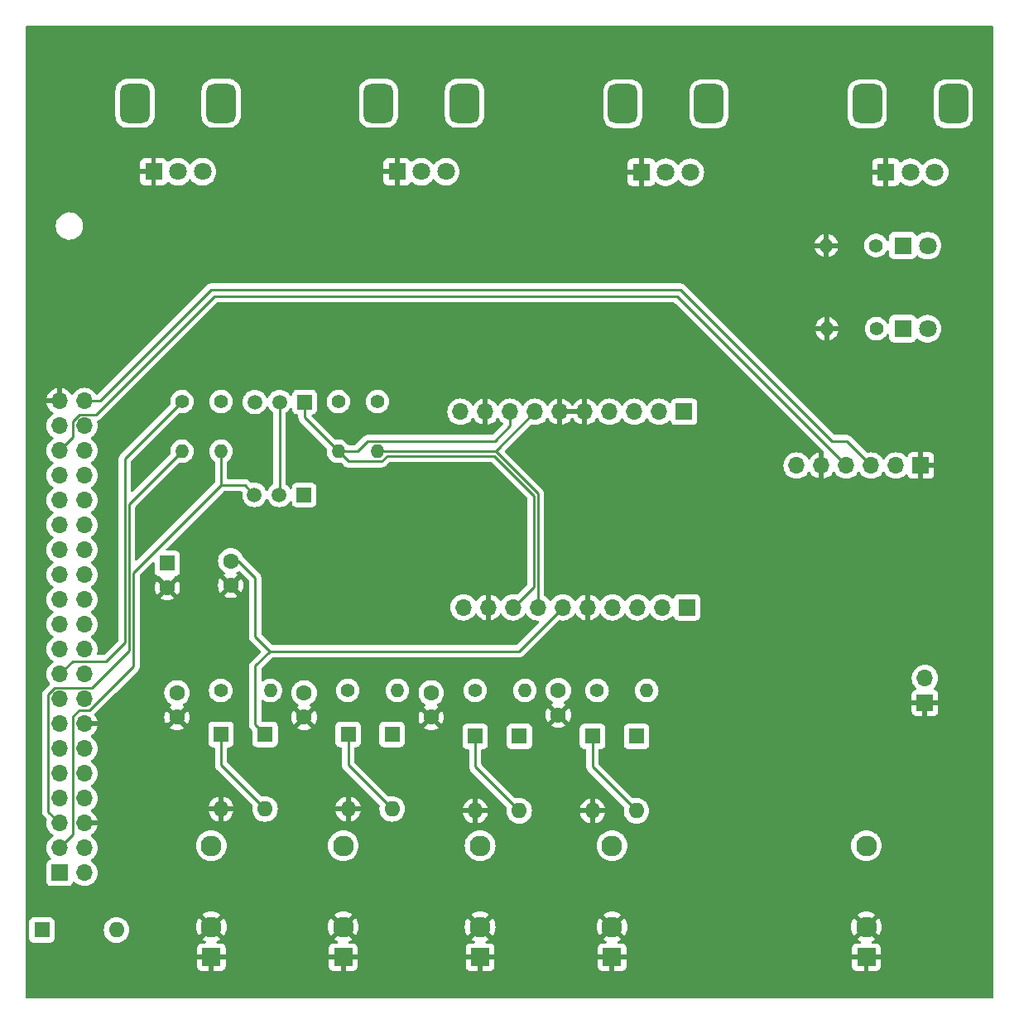
<source format=gbr>
%TF.GenerationSoftware,KiCad,Pcbnew,8.0.0*%
%TF.CreationDate,2024-04-01T16:50:34+09:00*%
%TF.ProjectId,Raverack,52617665-7261-4636-9b2e-6b696361645f,rev?*%
%TF.SameCoordinates,Original*%
%TF.FileFunction,Copper,L2,Bot*%
%TF.FilePolarity,Positive*%
%FSLAX46Y46*%
G04 Gerber Fmt 4.6, Leading zero omitted, Abs format (unit mm)*
G04 Created by KiCad (PCBNEW 8.0.0) date 2024-04-01 16:50:34*
%MOMM*%
%LPD*%
G01*
G04 APERTURE LIST*
G04 Aperture macros list*
%AMRoundRect*
0 Rectangle with rounded corners*
0 $1 Rounding radius*
0 $2 $3 $4 $5 $6 $7 $8 $9 X,Y pos of 4 corners*
0 Add a 4 corners polygon primitive as box body*
4,1,4,$2,$3,$4,$5,$6,$7,$8,$9,$2,$3,0*
0 Add four circle primitives for the rounded corners*
1,1,$1+$1,$2,$3*
1,1,$1+$1,$4,$5*
1,1,$1+$1,$6,$7*
1,1,$1+$1,$8,$9*
0 Add four rect primitives between the rounded corners*
20,1,$1+$1,$2,$3,$4,$5,0*
20,1,$1+$1,$4,$5,$6,$7,0*
20,1,$1+$1,$6,$7,$8,$9,0*
20,1,$1+$1,$8,$9,$2,$3,0*%
G04 Aperture macros list end*
%TA.AperFunction,ComponentPad*%
%ADD10C,1.600000*%
%TD*%
%TA.AperFunction,ComponentPad*%
%ADD11C,1.400000*%
%TD*%
%TA.AperFunction,ComponentPad*%
%ADD12O,1.400000X1.400000*%
%TD*%
%TA.AperFunction,ComponentPad*%
%ADD13R,1.600000X1.600000*%
%TD*%
%TA.AperFunction,ComponentPad*%
%ADD14O,1.600000X1.600000*%
%TD*%
%TA.AperFunction,ComponentPad*%
%ADD15R,1.930000X1.830000*%
%TD*%
%TA.AperFunction,ComponentPad*%
%ADD16C,2.130000*%
%TD*%
%TA.AperFunction,ComponentPad*%
%ADD17R,1.500000X1.500000*%
%TD*%
%TA.AperFunction,ComponentPad*%
%ADD18C,1.500000*%
%TD*%
%TA.AperFunction,ComponentPad*%
%ADD19R,1.700000X1.700000*%
%TD*%
%TA.AperFunction,ComponentPad*%
%ADD20O,1.700000X1.700000*%
%TD*%
%TA.AperFunction,ComponentPad*%
%ADD21R,1.800000X1.800000*%
%TD*%
%TA.AperFunction,ComponentPad*%
%ADD22C,1.800000*%
%TD*%
%TA.AperFunction,ComponentPad*%
%ADD23RoundRect,0.750000X0.750000X-1.250000X0.750000X1.250000X-0.750000X1.250000X-0.750000X-1.250000X0*%
%TD*%
%TA.AperFunction,Conductor*%
%ADD24C,0.250000*%
%TD*%
G04 APERTURE END LIST*
D10*
%TO.P,C2,1*%
%TO.N,Net-(D3-K)*%
X122000000Y-102250000D03*
%TO.P,C2,2*%
%TO.N,GND*%
X122000000Y-104750000D03*
%TD*%
D11*
%TO.P,R4,1*%
%TO.N,Net-(D7-K)*%
X151960000Y-102000000D03*
D12*
%TO.P,R4,2*%
%TO.N,ADC1_D*%
X157040000Y-102000000D03*
%TD*%
D11*
%TO.P,R2,1*%
%TO.N,Net-(D3-K)*%
X126460000Y-102000000D03*
D12*
%TO.P,R2,2*%
%TO.N,ADC1_B*%
X131540000Y-102000000D03*
%TD*%
D13*
%TO.P,D1,1,K*%
%TO.N,Net-(D1-K)*%
X113500000Y-106500000D03*
D14*
%TO.P,D1,2,A*%
%TO.N,GND*%
X113500000Y-114120000D03*
%TD*%
D15*
%TO.P,J2,S*%
%TO.N,GND*%
X126000000Y-129280000D03*
D16*
%TO.P,J2,T*%
%TO.N,Net-(D3-K)*%
X126000000Y-117880000D03*
%TO.P,J2,TN*%
%TO.N,GND*%
X126000000Y-126180000D03*
%TD*%
D10*
%TO.P,C4,1*%
%TO.N,Net-(D7-K)*%
X148000000Y-102000000D03*
%TO.P,C4,2*%
%TO.N,GND*%
X148000000Y-104500000D03*
%TD*%
D17*
%TO.P,Q2,1,D*%
%TO.N,SDA*%
X122000000Y-82000000D03*
D18*
%TO.P,Q2,2,G*%
%TO.N,3.3V*%
X119460000Y-82000000D03*
%TO.P,Q2,3,S*%
%TO.N,SDA3.3V*%
X116920000Y-82000000D03*
%TD*%
D19*
%TO.P,ADS1115_A1,1,Pin_1*%
%TO.N,ADC1_D*%
X161160000Y-93500000D03*
D20*
%TO.P,ADS1115_A1,2,Pin_2*%
%TO.N,ADC1_C*%
X158620000Y-93500000D03*
%TO.P,ADS1115_A1,3,Pin_3*%
%TO.N,ADC1_B*%
X156080000Y-93500000D03*
%TO.P,ADS1115_A1,4,Pin_4*%
%TO.N,ADC1_A*%
X153540000Y-93500000D03*
%TO.P,ADS1115_A1,5,Pin_5*%
%TO.N,GND*%
X151000000Y-93500000D03*
%TO.P,ADS1115_A1,6,Pin_6*%
%TO.N,5V*%
X148460000Y-93500000D03*
%TO.P,ADS1115_A1,7,Pin_7*%
%TO.N,SDA*%
X145920000Y-93500000D03*
%TO.P,ADS1115_A1,8,Pin_8*%
%TO.N,SCL*%
X143380000Y-93500000D03*
%TO.P,ADS1115_A1,9,Pin_9*%
%TO.N,GND*%
X140840000Y-93500000D03*
%TO.P,ADS1115_A1,10,Pin_10*%
%TO.N,5V*%
X138300000Y-93500000D03*
%TD*%
D11*
%TO.P,R1,1*%
%TO.N,Net-(D1-K)*%
X113460000Y-102000000D03*
D12*
%TO.P,R1,2*%
%TO.N,ADC1_A*%
X118540000Y-102000000D03*
%TD*%
D13*
%TO.P,D5,1,K*%
%TO.N,Net-(D5-K)*%
X139500000Y-106690000D03*
D14*
%TO.P,D5,2,A*%
%TO.N,GND*%
X139500000Y-114310000D03*
%TD*%
D21*
%TO.P,D8,1,K*%
%TO.N,Net-(D8-K)*%
X183225000Y-56500000D03*
D22*
%TO.P,D8,2,A*%
%TO.N,5V*%
X185765000Y-56500000D03*
%TD*%
D13*
%TO.P,D9,1,K*%
%TO.N,5V*%
X156000000Y-106690000D03*
D14*
%TO.P,D9,2,A*%
%TO.N,Net-(D7-K)*%
X156000000Y-114310000D03*
%TD*%
D21*
%TO.P,RV3,1,1*%
%TO.N,GND*%
X156500000Y-49000000D03*
D22*
%TO.P,RV3,2,2*%
%TO.N,ADC2_C*%
X159000000Y-49000000D03*
%TO.P,RV3,3,3*%
%TO.N,5V*%
X161500000Y-49000000D03*
D23*
%TO.P,RV3,MP*%
%TO.N,N/C*%
X154600000Y-42000000D03*
X163400000Y-42000000D03*
%TD*%
D11*
%TO.P,R9,1*%
%TO.N,5V*%
X125500000Y-72460000D03*
D12*
%TO.P,R9,2*%
%TO.N,SCL*%
X125500000Y-77540000D03*
%TD*%
D15*
%TO.P,J4,S*%
%TO.N,GND*%
X153500000Y-129280000D03*
D16*
%TO.P,J4,T*%
%TO.N,Net-(D7-K)*%
X153500000Y-117880000D03*
%TO.P,J4,TN*%
%TO.N,GND*%
X153500000Y-126180000D03*
%TD*%
D11*
%TO.P,R5,1*%
%TO.N,Net-(D8-K)*%
X180500000Y-56500000D03*
D12*
%TO.P,R5,2*%
%TO.N,GND*%
X175420000Y-56500000D03*
%TD*%
D13*
%TO.P,D11,1,K*%
%TO.N,5V*%
X95190000Y-126500000D03*
D14*
%TO.P,D11,2,A*%
%TO.N,Net-(D11-A)*%
X102810000Y-126500000D03*
%TD*%
D21*
%TO.P,D10,1,K*%
%TO.N,Net-(D10-K)*%
X183225000Y-65000000D03*
D22*
%TO.P,D10,2,A*%
%TO.N,GPIO4_PiLed*%
X185765000Y-65000000D03*
%TD*%
D13*
%TO.P,D6,1,K*%
%TO.N,5V*%
X144000000Y-106690000D03*
D14*
%TO.P,D6,2,A*%
%TO.N,Net-(D5-K)*%
X144000000Y-114310000D03*
%TD*%
D10*
%TO.P,C3,1*%
%TO.N,Net-(D5-K)*%
X135000000Y-102250000D03*
%TO.P,C3,2*%
%TO.N,GND*%
X135000000Y-104750000D03*
%TD*%
D13*
%TO.P,D7,1,K*%
%TO.N,Net-(D7-K)*%
X151500000Y-106690000D03*
D14*
%TO.P,D7,2,A*%
%TO.N,GND*%
X151500000Y-114310000D03*
%TD*%
D21*
%TO.P,RV4,1,1*%
%TO.N,GND*%
X181500000Y-49000000D03*
D22*
%TO.P,RV4,2,2*%
%TO.N,ADC2_D*%
X184000000Y-49000000D03*
%TO.P,RV4,3,3*%
%TO.N,5V*%
X186500000Y-49000000D03*
D23*
%TO.P,RV4,MP*%
%TO.N,N/C*%
X179600000Y-42000000D03*
X188400000Y-42000000D03*
%TD*%
D13*
%TO.P,D2,1,K*%
%TO.N,5V*%
X118000000Y-106500000D03*
D14*
%TO.P,D2,2,A*%
%TO.N,Net-(D1-K)*%
X118000000Y-114120000D03*
%TD*%
D15*
%TO.P,J1,S*%
%TO.N,GND*%
X112500000Y-129280000D03*
D16*
%TO.P,J1,T*%
%TO.N,Net-(D1-K)*%
X112500000Y-117880000D03*
%TO.P,J1,TN*%
%TO.N,GND*%
X112500000Y-126180000D03*
%TD*%
D15*
%TO.P,J5,S*%
%TO.N,GND*%
X179500000Y-129280000D03*
D16*
%TO.P,J5,T*%
%TO.N,Net-(AudioOut1-Pin_2)*%
X179500000Y-117880000D03*
%TO.P,J5,TN*%
%TO.N,GND*%
X179500000Y-126180000D03*
%TD*%
D11*
%TO.P,R3,1*%
%TO.N,Net-(D5-K)*%
X139500000Y-102000000D03*
D12*
%TO.P,R3,2*%
%TO.N,ADC1_C*%
X144580000Y-102000000D03*
%TD*%
D21*
%TO.P,RV1,1,1*%
%TO.N,GND*%
X106600000Y-48950000D03*
D22*
%TO.P,RV1,2,2*%
%TO.N,ADC2_A*%
X109100000Y-48950000D03*
%TO.P,RV1,3,3*%
%TO.N,5V*%
X111600000Y-48950000D03*
D23*
%TO.P,RV1,MP*%
%TO.N,N/C*%
X104700000Y-41950000D03*
X113500000Y-41950000D03*
%TD*%
D15*
%TO.P,J3,S*%
%TO.N,GND*%
X140000000Y-129280000D03*
D16*
%TO.P,J3,T*%
%TO.N,Net-(D5-K)*%
X140000000Y-117880000D03*
%TO.P,J3,TN*%
%TO.N,GND*%
X140000000Y-126180000D03*
%TD*%
D11*
%TO.P,R7,1*%
%TO.N,3.3V*%
X109500000Y-72460000D03*
D12*
%TO.P,R7,2*%
%TO.N,SCL3.3V*%
X109500000Y-77540000D03*
%TD*%
D11*
%TO.P,R10,1*%
%TO.N,5V*%
X129500000Y-72460000D03*
D12*
%TO.P,R10,2*%
%TO.N,SDA*%
X129500000Y-77540000D03*
%TD*%
D10*
%TO.P,C1,1*%
%TO.N,Net-(D1-K)*%
X109000000Y-102250000D03*
%TO.P,C1,2*%
%TO.N,GND*%
X109000000Y-104750000D03*
%TD*%
D11*
%TO.P,R8,1*%
%TO.N,3.3V*%
X113500000Y-72460000D03*
D12*
%TO.P,R8,2*%
%TO.N,SDA3.3V*%
X113500000Y-77540000D03*
%TD*%
D11*
%TO.P,R6,1*%
%TO.N,Net-(D10-K)*%
X180540000Y-65000000D03*
D12*
%TO.P,R6,2*%
%TO.N,GND*%
X175460000Y-65000000D03*
%TD*%
D19*
%TO.P,PCM5102,1,Pin_1*%
%TO.N,GND*%
X185080000Y-79000000D03*
D20*
%TO.P,PCM5102,2,Pin_2*%
%TO.N,BCK*%
X182540000Y-79000000D03*
%TO.P,PCM5102,3,Pin_3*%
%TO.N,DIN*%
X180000000Y-79000000D03*
%TO.P,PCM5102,4,Pin_4*%
%TO.N,LCK*%
X177460000Y-79000000D03*
%TO.P,PCM5102,5,Pin_5*%
%TO.N,GND*%
X174920000Y-79000000D03*
%TO.P,PCM5102,6,Pin_6*%
%TO.N,5V*%
X172380000Y-79000000D03*
%TD*%
D13*
%TO.P,D4,1,K*%
%TO.N,5V*%
X131000000Y-106500000D03*
D14*
%TO.P,D4,2,A*%
%TO.N,Net-(D3-K)*%
X131000000Y-114120000D03*
%TD*%
D13*
%TO.P,D3,1,K*%
%TO.N,Net-(D3-K)*%
X126500000Y-106500000D03*
D14*
%TO.P,D3,2,A*%
%TO.N,GND*%
X126500000Y-114120000D03*
%TD*%
D17*
%TO.P,Q1,1,D*%
%TO.N,SCL*%
X122040000Y-72500000D03*
D18*
%TO.P,Q1,2,G*%
%TO.N,3.3V*%
X119500000Y-72500000D03*
%TO.P,Q1,3,S*%
%TO.N,SCL3.3V*%
X116960000Y-72500000D03*
%TD*%
D10*
%TO.P,C5,1*%
%TO.N,5V*%
X114500000Y-88750000D03*
%TO.P,C5,2*%
%TO.N,GND*%
X114500000Y-91250000D03*
%TD*%
D19*
%TO.P,AudioOut1,1,Pin_1*%
%TO.N,GND*%
X185500000Y-103275000D03*
D20*
%TO.P,AudioOut1,2,Pin_2*%
%TO.N,Net-(AudioOut1-Pin_2)*%
X185500000Y-100735000D03*
%TD*%
D19*
%TO.P,ADS1115_B1,1,Pin_1*%
%TO.N,ADC2_D*%
X160860000Y-73500000D03*
D20*
%TO.P,ADS1115_B1,2,Pin_2*%
%TO.N,ADC2_C*%
X158320000Y-73500000D03*
%TO.P,ADS1115_B1,3,Pin_3*%
%TO.N,ADC2_B*%
X155780000Y-73500000D03*
%TO.P,ADS1115_B1,4,Pin_4*%
%TO.N,ADC2_A*%
X153240000Y-73500000D03*
%TO.P,ADS1115_B1,5,Pin_5*%
%TO.N,GND*%
X150700000Y-73500000D03*
%TO.P,ADS1115_B1,6,Pin_6*%
X148160000Y-73500000D03*
%TO.P,ADS1115_B1,7,Pin_7*%
%TO.N,SDA*%
X145620000Y-73500000D03*
%TO.P,ADS1115_B1,8,Pin_8*%
%TO.N,SCL*%
X143080000Y-73500000D03*
%TO.P,ADS1115_B1,9,Pin_9*%
%TO.N,GND*%
X140540000Y-73500000D03*
%TO.P,ADS1115_B1,10,Pin_10*%
%TO.N,5V*%
X138000000Y-73500000D03*
%TD*%
D21*
%TO.P,RV2,1,1*%
%TO.N,GND*%
X131500000Y-48950000D03*
D22*
%TO.P,RV2,2,2*%
%TO.N,ADC2_B*%
X134000000Y-48950000D03*
%TO.P,RV2,3,3*%
%TO.N,5V*%
X136500000Y-48950000D03*
D23*
%TO.P,RV2,MP*%
%TO.N,N/C*%
X129600000Y-41950000D03*
X138400000Y-41950000D03*
%TD*%
D13*
%TO.P,C6,1*%
%TO.N,5V*%
X108000000Y-89000000D03*
D10*
%TO.P,C6,2*%
%TO.N,GND*%
X108000000Y-91500000D03*
%TD*%
D19*
%TO.P,RaspiIO1,1,Pin_1*%
%TO.N,N/C*%
X97000000Y-120660000D03*
D20*
%TO.P,RaspiIO1,2,Pin_2*%
%TO.N,Net-(D11-A)*%
X99540000Y-120660000D03*
%TO.P,RaspiIO1,3,Pin_3*%
%TO.N,SDA3.3V*%
X97000000Y-118120000D03*
%TO.P,RaspiIO1,4,Pin_4*%
%TO.N,Net-(D11-A)*%
X99540000Y-118120000D03*
%TO.P,RaspiIO1,5,Pin_5*%
%TO.N,SCL3.3V*%
X97000000Y-115580000D03*
%TO.P,RaspiIO1,6,Pin_6*%
%TO.N,GND*%
X99540000Y-115580000D03*
%TO.P,RaspiIO1,7,Pin_7*%
%TO.N,GPIO4_PiLed*%
X97000000Y-113040000D03*
%TO.P,RaspiIO1,8,Pin_8*%
%TO.N,unconnected-(RaspiIO1-Pin_8-Pad8)*%
X99540000Y-113040000D03*
%TO.P,RaspiIO1,9,Pin_9*%
%TO.N,unconnected-(RaspiIO1-Pin_9-Pad9)*%
X97000000Y-110500000D03*
%TO.P,RaspiIO1,10,Pin_10*%
%TO.N,unconnected-(RaspiIO1-Pin_10-Pad10)*%
X99540000Y-110500000D03*
%TO.P,RaspiIO1,11,Pin_11*%
%TO.N,unconnected-(RaspiIO1-Pin_11-Pad11)*%
X97000000Y-107960000D03*
%TO.P,RaspiIO1,12,Pin_12*%
%TO.N,BCK*%
X99540000Y-107960000D03*
%TO.P,RaspiIO1,13,Pin_13*%
%TO.N,unconnected-(RaspiIO1-Pin_13-Pad13)*%
X97000000Y-105420000D03*
%TO.P,RaspiIO1,14,Pin_14*%
%TO.N,GND*%
X99540000Y-105420000D03*
%TO.P,RaspiIO1,15,Pin_15*%
%TO.N,unconnected-(RaspiIO1-Pin_15-Pad15)*%
X97000000Y-102880000D03*
%TO.P,RaspiIO1,16,Pin_16*%
%TO.N,unconnected-(RaspiIO1-Pin_16-Pad16)*%
X99540000Y-102880000D03*
%TO.P,RaspiIO1,17,Pin_17*%
%TO.N,3.3V*%
X97000000Y-100340000D03*
%TO.P,RaspiIO1,18,Pin_18*%
%TO.N,unconnected-(RaspiIO1-Pin_18-Pad18)*%
X99540000Y-100340000D03*
%TO.P,RaspiIO1,19,Pin_19*%
%TO.N,unconnected-(RaspiIO1-Pin_19-Pad19)*%
X97000000Y-97800000D03*
%TO.P,RaspiIO1,20,Pin_20*%
%TO.N,unconnected-(RaspiIO1-Pin_20-Pad20)*%
X99540000Y-97800000D03*
%TO.P,RaspiIO1,21,Pin_21*%
%TO.N,unconnected-(RaspiIO1-Pin_21-Pad21)*%
X97000000Y-95260000D03*
%TO.P,RaspiIO1,22,Pin_22*%
%TO.N,unconnected-(RaspiIO1-Pin_22-Pad22)*%
X99540000Y-95260000D03*
%TO.P,RaspiIO1,23,Pin_23*%
%TO.N,unconnected-(RaspiIO1-Pin_23-Pad23)*%
X97000000Y-92720000D03*
%TO.P,RaspiIO1,24,Pin_24*%
%TO.N,unconnected-(RaspiIO1-Pin_24-Pad24)*%
X99540000Y-92720000D03*
%TO.P,RaspiIO1,25,Pin_25*%
%TO.N,unconnected-(RaspiIO1-Pin_25-Pad25)*%
X97000000Y-90180000D03*
%TO.P,RaspiIO1,26,Pin_26*%
%TO.N,unconnected-(RaspiIO1-Pin_26-Pad26)*%
X99540000Y-90180000D03*
%TO.P,RaspiIO1,27,Pin_27*%
%TO.N,unconnected-(RaspiIO1-Pin_27-Pad27)*%
X97000000Y-87640000D03*
%TO.P,RaspiIO1,28,Pin_28*%
%TO.N,unconnected-(RaspiIO1-Pin_28-Pad28)*%
X99540000Y-87640000D03*
%TO.P,RaspiIO1,29,Pin_29*%
%TO.N,unconnected-(RaspiIO1-Pin_29-Pad29)*%
X97000000Y-85100000D03*
%TO.P,RaspiIO1,30,Pin_30*%
%TO.N,unconnected-(RaspiIO1-Pin_30-Pad30)*%
X99540000Y-85100000D03*
%TO.P,RaspiIO1,31,Pin_31*%
%TO.N,unconnected-(RaspiIO1-Pin_31-Pad31)*%
X97000000Y-82560000D03*
%TO.P,RaspiIO1,32,Pin_32*%
%TO.N,unconnected-(RaspiIO1-Pin_32-Pad32)*%
X99540000Y-82560000D03*
%TO.P,RaspiIO1,33,Pin_33*%
%TO.N,unconnected-(RaspiIO1-Pin_33-Pad33)*%
X97000000Y-80020000D03*
%TO.P,RaspiIO1,34,Pin_34*%
%TO.N,unconnected-(RaspiIO1-Pin_34-Pad34)*%
X99540000Y-80020000D03*
%TO.P,RaspiIO1,35,Pin_35*%
%TO.N,LCK*%
X97000000Y-77480000D03*
%TO.P,RaspiIO1,36,Pin_36*%
%TO.N,unconnected-(RaspiIO1-Pin_36-Pad36)*%
X99540000Y-77480000D03*
%TO.P,RaspiIO1,37,Pin_37*%
%TO.N,unconnected-(RaspiIO1-Pin_37-Pad37)*%
X97000000Y-74940000D03*
%TO.P,RaspiIO1,38,Pin_38*%
%TO.N,unconnected-(RaspiIO1-Pin_38-Pad38)*%
X99540000Y-74940000D03*
%TO.P,RaspiIO1,39,Pin_39*%
%TO.N,GND*%
X97000000Y-72400000D03*
%TO.P,RaspiIO1,40,Pin_40*%
%TO.N,DIN*%
X99540000Y-72400000D03*
%TD*%
D24*
%TO.N,SDA*%
X141580000Y-77540000D02*
X145920000Y-81880000D01*
X129500000Y-77540000D02*
X141580000Y-77540000D01*
X141580000Y-77540000D02*
X145620000Y-73500000D01*
X145920000Y-81880000D02*
X145920000Y-93500000D01*
%TO.N,5V*%
X117000000Y-96500000D02*
X118500000Y-98000000D01*
X117000000Y-90500000D02*
X117000000Y-96500000D01*
X118500000Y-98000000D02*
X117000000Y-99500000D01*
X117000000Y-105500000D02*
X118000000Y-106500000D01*
X117000000Y-99500000D02*
X117000000Y-105500000D01*
X114500000Y-88750000D02*
X115250000Y-88750000D01*
X143960000Y-98000000D02*
X118500000Y-98000000D01*
X114250000Y-89000000D02*
X114500000Y-88750000D01*
X115250000Y-88750000D02*
X117000000Y-90500000D01*
X148460000Y-93500000D02*
X143960000Y-98000000D01*
%TO.N,GND*%
X99540000Y-105420000D02*
X108330000Y-105420000D01*
X108330000Y-105420000D02*
X109000000Y-104750000D01*
%TO.N,SCL*%
X126525000Y-78565000D02*
X129924569Y-78565000D01*
X145470000Y-91410000D02*
X143380000Y-93500000D01*
X125500000Y-77540000D02*
X126525000Y-78565000D01*
X127460000Y-77540000D02*
X128500000Y-76500000D01*
X129924569Y-78565000D02*
X130489569Y-78000000D01*
X143080000Y-74920000D02*
X143080000Y-73500000D01*
X125500000Y-77540000D02*
X127460000Y-77540000D01*
X130489569Y-78000000D02*
X141403604Y-78000000D01*
X128500000Y-76500000D02*
X141500000Y-76500000D01*
X122040000Y-74080000D02*
X125500000Y-77540000D01*
X145470000Y-82066396D02*
X145470000Y-91410000D01*
X141500000Y-76500000D02*
X143080000Y-74920000D01*
X141403604Y-78000000D02*
X145470000Y-82066396D01*
X122040000Y-72500000D02*
X122040000Y-74080000D01*
%TO.N,Net-(D1-K)*%
X113500000Y-109620000D02*
X118000000Y-114120000D01*
X113500000Y-106500000D02*
X113500000Y-109620000D01*
%TO.N,Net-(D3-K)*%
X126500000Y-106500000D02*
X126500000Y-109620000D01*
X126500000Y-109620000D02*
X131000000Y-114120000D01*
%TO.N,Net-(D5-K)*%
X139500000Y-106690000D02*
X139500000Y-109810000D01*
X139500000Y-109810000D02*
X144000000Y-114310000D01*
%TO.N,Net-(D7-K)*%
X151500000Y-106690000D02*
X151500000Y-109810000D01*
X151500000Y-109810000D02*
X156000000Y-114310000D01*
%TO.N,DIN*%
X112500000Y-61000000D02*
X101100000Y-72400000D01*
X101100000Y-72400000D02*
X99540000Y-72400000D01*
X176000000Y-76500000D02*
X160500000Y-61000000D01*
X180000000Y-79000000D02*
X177500000Y-76500000D01*
X160500000Y-61000000D02*
X112500000Y-61000000D01*
X177500000Y-76500000D02*
X176000000Y-76500000D01*
%TO.N,LCK*%
X98365000Y-74453299D02*
X98365000Y-76115000D01*
X99053299Y-73765000D02*
X98365000Y-74453299D01*
X160155000Y-61695000D02*
X112785000Y-61695000D01*
X112785000Y-61695000D02*
X100715000Y-73765000D01*
X98365000Y-76115000D02*
X97000000Y-77480000D01*
X100715000Y-73765000D02*
X99053299Y-73765000D01*
X177460000Y-79000000D02*
X160155000Y-61695000D01*
%TO.N,3.3V*%
X98340000Y-99000000D02*
X97000000Y-100340000D01*
X103650000Y-97100000D02*
X101750000Y-99000000D01*
X103650000Y-78310000D02*
X103650000Y-97100000D01*
X119500000Y-81960000D02*
X119460000Y-82000000D01*
X119500000Y-72500000D02*
X119500000Y-81960000D01*
X101750000Y-99000000D02*
X98340000Y-99000000D01*
X109500000Y-72460000D02*
X103650000Y-78310000D01*
%TO.N,SCL3.3V*%
X95825000Y-102393299D02*
X95825000Y-114405000D01*
X109500000Y-77540000D02*
X104100000Y-82940000D01*
X100295000Y-101705000D02*
X96513299Y-101705000D01*
X104100000Y-82940000D02*
X104100000Y-97900000D01*
X96513299Y-101705000D02*
X95825000Y-102393299D01*
X95825000Y-114405000D02*
X97000000Y-115580000D01*
X104100000Y-97900000D02*
X100295000Y-101705000D01*
%TO.N,SDA3.3V*%
X97000000Y-118120000D02*
X98365000Y-116755000D01*
X98365000Y-104635000D02*
X98999150Y-104000850D01*
X113500000Y-81000000D02*
X115920000Y-81000000D01*
X104550000Y-89950000D02*
X113500000Y-81000000D01*
X100026701Y-104055000D02*
X104550000Y-99531701D01*
X98999150Y-104000850D02*
X99053299Y-104055000D01*
X104550000Y-99531701D02*
X104550000Y-89950000D01*
X98365000Y-116755000D02*
X98365000Y-104635000D01*
X113500000Y-81000000D02*
X113500000Y-77540000D01*
X115920000Y-81000000D02*
X116920000Y-82000000D01*
X99053299Y-104055000D02*
X100026701Y-104055000D01*
%TD*%
%TA.AperFunction,Conductor*%
%TO.N,GND*%
G36*
X150234075Y-73307007D02*
G01*
X150200000Y-73434174D01*
X150200000Y-73565826D01*
X150234075Y-73692993D01*
X150266988Y-73750000D01*
X148593012Y-73750000D01*
X148625925Y-73692993D01*
X148660000Y-73565826D01*
X148660000Y-73434174D01*
X148625925Y-73307007D01*
X148593012Y-73250000D01*
X150266988Y-73250000D01*
X150234075Y-73307007D01*
G37*
%TD.AperFunction*%
%TA.AperFunction,Conductor*%
G36*
X192443039Y-34019685D02*
G01*
X192488794Y-34072489D01*
X192500000Y-34124000D01*
X192500000Y-133376000D01*
X192480315Y-133443039D01*
X192427511Y-133488794D01*
X192376000Y-133500000D01*
X93624000Y-133500000D01*
X93556961Y-133480315D01*
X93511206Y-133427511D01*
X93500000Y-133376000D01*
X93500000Y-127347870D01*
X93889500Y-127347870D01*
X93889501Y-127347876D01*
X93895908Y-127407483D01*
X93946202Y-127542328D01*
X93946206Y-127542335D01*
X94032452Y-127657544D01*
X94032455Y-127657547D01*
X94147664Y-127743793D01*
X94147671Y-127743797D01*
X94282517Y-127794091D01*
X94282516Y-127794091D01*
X94289444Y-127794835D01*
X94342127Y-127800500D01*
X96037872Y-127800499D01*
X96097483Y-127794091D01*
X96232331Y-127743796D01*
X96347546Y-127657546D01*
X96433796Y-127542331D01*
X96484091Y-127407483D01*
X96490500Y-127347873D01*
X96490500Y-126500001D01*
X101504532Y-126500001D01*
X101524364Y-126726686D01*
X101524366Y-126726697D01*
X101583258Y-126946488D01*
X101583261Y-126946497D01*
X101679431Y-127152732D01*
X101679432Y-127152734D01*
X101809954Y-127339141D01*
X101970858Y-127500045D01*
X101970861Y-127500047D01*
X102157266Y-127630568D01*
X102363504Y-127726739D01*
X102583308Y-127785635D01*
X102745230Y-127799801D01*
X102809998Y-127805468D01*
X102810000Y-127805468D01*
X102810002Y-127805468D01*
X102866807Y-127800498D01*
X103036692Y-127785635D01*
X103256496Y-127726739D01*
X103462734Y-127630568D01*
X103649139Y-127500047D01*
X103810047Y-127339139D01*
X103940568Y-127152734D01*
X104036739Y-126946496D01*
X104095635Y-126726692D01*
X104115468Y-126500000D01*
X104095635Y-126273308D01*
X104070633Y-126180000D01*
X110930161Y-126180000D01*
X110949487Y-126425574D01*
X111006992Y-126665102D01*
X111101262Y-126892692D01*
X111227597Y-127098849D01*
X111853036Y-126473410D01*
X111870807Y-126516311D01*
X111948507Y-126632598D01*
X112047402Y-126731493D01*
X112163689Y-126809193D01*
X112206589Y-126826962D01*
X111581149Y-127452401D01*
X111581149Y-127452402D01*
X111787308Y-127578737D01*
X111787311Y-127578739D01*
X111902470Y-127626439D01*
X111956874Y-127670280D01*
X111978939Y-127736574D01*
X111961660Y-127804273D01*
X111910523Y-127851884D01*
X111855018Y-127865000D01*
X111487155Y-127865000D01*
X111427627Y-127871401D01*
X111427620Y-127871403D01*
X111292913Y-127921645D01*
X111292906Y-127921649D01*
X111177812Y-128007809D01*
X111177809Y-128007812D01*
X111091649Y-128122906D01*
X111091645Y-128122913D01*
X111041403Y-128257620D01*
X111041401Y-128257627D01*
X111035000Y-128317155D01*
X111035000Y-129030000D01*
X111943294Y-129030000D01*
X111913442Y-129102069D01*
X111890000Y-129219920D01*
X111890000Y-129340080D01*
X111913442Y-129457931D01*
X111943294Y-129530000D01*
X111035000Y-129530000D01*
X111035000Y-130242844D01*
X111041401Y-130302372D01*
X111041403Y-130302379D01*
X111091645Y-130437086D01*
X111091649Y-130437093D01*
X111177809Y-130552187D01*
X111177812Y-130552190D01*
X111292906Y-130638350D01*
X111292913Y-130638354D01*
X111427620Y-130688596D01*
X111427627Y-130688598D01*
X111487155Y-130694999D01*
X111487172Y-130695000D01*
X112250000Y-130695000D01*
X112250000Y-129836706D01*
X112322069Y-129866558D01*
X112439920Y-129890000D01*
X112560080Y-129890000D01*
X112677931Y-129866558D01*
X112750000Y-129836706D01*
X112750000Y-130695000D01*
X113512828Y-130695000D01*
X113512844Y-130694999D01*
X113572372Y-130688598D01*
X113572379Y-130688596D01*
X113707086Y-130638354D01*
X113707093Y-130638350D01*
X113822187Y-130552190D01*
X113822190Y-130552187D01*
X113908350Y-130437093D01*
X113908354Y-130437086D01*
X113958596Y-130302379D01*
X113958598Y-130302372D01*
X113964999Y-130242844D01*
X113965000Y-130242827D01*
X113965000Y-129530000D01*
X113056706Y-129530000D01*
X113086558Y-129457931D01*
X113110000Y-129340080D01*
X113110000Y-129219920D01*
X113086558Y-129102069D01*
X113056706Y-129030000D01*
X113965000Y-129030000D01*
X113965000Y-128317172D01*
X113964999Y-128317155D01*
X113958598Y-128257627D01*
X113958596Y-128257620D01*
X113908354Y-128122913D01*
X113908350Y-128122906D01*
X113822190Y-128007812D01*
X113822187Y-128007809D01*
X113707093Y-127921649D01*
X113707086Y-127921645D01*
X113572379Y-127871403D01*
X113572372Y-127871401D01*
X113512844Y-127865000D01*
X113144982Y-127865000D01*
X113077943Y-127845315D01*
X113032188Y-127792511D01*
X113022244Y-127723353D01*
X113051269Y-127659797D01*
X113097530Y-127626439D01*
X113212686Y-127578739D01*
X113418849Y-127452401D01*
X112793410Y-126826963D01*
X112836311Y-126809193D01*
X112952598Y-126731493D01*
X113051493Y-126632598D01*
X113129193Y-126516311D01*
X113146962Y-126473410D01*
X113772401Y-127098849D01*
X113898738Y-126892689D01*
X113993007Y-126665102D01*
X114050512Y-126425574D01*
X114069838Y-126180000D01*
X124430161Y-126180000D01*
X124449487Y-126425574D01*
X124506992Y-126665102D01*
X124601262Y-126892692D01*
X124727597Y-127098849D01*
X125353036Y-126473410D01*
X125370807Y-126516311D01*
X125448507Y-126632598D01*
X125547402Y-126731493D01*
X125663689Y-126809193D01*
X125706589Y-126826962D01*
X125081149Y-127452401D01*
X125081149Y-127452402D01*
X125287308Y-127578737D01*
X125287311Y-127578739D01*
X125402470Y-127626439D01*
X125456874Y-127670280D01*
X125478939Y-127736574D01*
X125461660Y-127804273D01*
X125410523Y-127851884D01*
X125355018Y-127865000D01*
X124987155Y-127865000D01*
X124927627Y-127871401D01*
X124927620Y-127871403D01*
X124792913Y-127921645D01*
X124792906Y-127921649D01*
X124677812Y-128007809D01*
X124677809Y-128007812D01*
X124591649Y-128122906D01*
X124591645Y-128122913D01*
X124541403Y-128257620D01*
X124541401Y-128257627D01*
X124535000Y-128317155D01*
X124535000Y-129030000D01*
X125443294Y-129030000D01*
X125413442Y-129102069D01*
X125390000Y-129219920D01*
X125390000Y-129340080D01*
X125413442Y-129457931D01*
X125443294Y-129530000D01*
X124535000Y-129530000D01*
X124535000Y-130242844D01*
X124541401Y-130302372D01*
X124541403Y-130302379D01*
X124591645Y-130437086D01*
X124591649Y-130437093D01*
X124677809Y-130552187D01*
X124677812Y-130552190D01*
X124792906Y-130638350D01*
X124792913Y-130638354D01*
X124927620Y-130688596D01*
X124927627Y-130688598D01*
X124987155Y-130694999D01*
X124987172Y-130695000D01*
X125750000Y-130695000D01*
X125750000Y-129836706D01*
X125822069Y-129866558D01*
X125939920Y-129890000D01*
X126060080Y-129890000D01*
X126177931Y-129866558D01*
X126250000Y-129836706D01*
X126250000Y-130695000D01*
X127012828Y-130695000D01*
X127012844Y-130694999D01*
X127072372Y-130688598D01*
X127072379Y-130688596D01*
X127207086Y-130638354D01*
X127207093Y-130638350D01*
X127322187Y-130552190D01*
X127322190Y-130552187D01*
X127408350Y-130437093D01*
X127408354Y-130437086D01*
X127458596Y-130302379D01*
X127458598Y-130302372D01*
X127464999Y-130242844D01*
X127465000Y-130242827D01*
X127465000Y-129530000D01*
X126556706Y-129530000D01*
X126586558Y-129457931D01*
X126610000Y-129340080D01*
X126610000Y-129219920D01*
X126586558Y-129102069D01*
X126556706Y-129030000D01*
X127465000Y-129030000D01*
X127465000Y-128317172D01*
X127464999Y-128317155D01*
X127458598Y-128257627D01*
X127458596Y-128257620D01*
X127408354Y-128122913D01*
X127408350Y-128122906D01*
X127322190Y-128007812D01*
X127322187Y-128007809D01*
X127207093Y-127921649D01*
X127207086Y-127921645D01*
X127072379Y-127871403D01*
X127072372Y-127871401D01*
X127012844Y-127865000D01*
X126644982Y-127865000D01*
X126577943Y-127845315D01*
X126532188Y-127792511D01*
X126522244Y-127723353D01*
X126551269Y-127659797D01*
X126597530Y-127626439D01*
X126712686Y-127578739D01*
X126918849Y-127452401D01*
X126293410Y-126826963D01*
X126336311Y-126809193D01*
X126452598Y-126731493D01*
X126551493Y-126632598D01*
X126629193Y-126516311D01*
X126646962Y-126473410D01*
X127272401Y-127098849D01*
X127398738Y-126892689D01*
X127493007Y-126665102D01*
X127550512Y-126425574D01*
X127569838Y-126180000D01*
X138430161Y-126180000D01*
X138449487Y-126425574D01*
X138506992Y-126665102D01*
X138601262Y-126892692D01*
X138727597Y-127098849D01*
X139353036Y-126473410D01*
X139370807Y-126516311D01*
X139448507Y-126632598D01*
X139547402Y-126731493D01*
X139663689Y-126809193D01*
X139706589Y-126826962D01*
X139081149Y-127452401D01*
X139081149Y-127452402D01*
X139287308Y-127578737D01*
X139287311Y-127578739D01*
X139402470Y-127626439D01*
X139456874Y-127670280D01*
X139478939Y-127736574D01*
X139461660Y-127804273D01*
X139410523Y-127851884D01*
X139355018Y-127865000D01*
X138987155Y-127865000D01*
X138927627Y-127871401D01*
X138927620Y-127871403D01*
X138792913Y-127921645D01*
X138792906Y-127921649D01*
X138677812Y-128007809D01*
X138677809Y-128007812D01*
X138591649Y-128122906D01*
X138591645Y-128122913D01*
X138541403Y-128257620D01*
X138541401Y-128257627D01*
X138535000Y-128317155D01*
X138535000Y-129030000D01*
X139443294Y-129030000D01*
X139413442Y-129102069D01*
X139390000Y-129219920D01*
X139390000Y-129340080D01*
X139413442Y-129457931D01*
X139443294Y-129530000D01*
X138535000Y-129530000D01*
X138535000Y-130242844D01*
X138541401Y-130302372D01*
X138541403Y-130302379D01*
X138591645Y-130437086D01*
X138591649Y-130437093D01*
X138677809Y-130552187D01*
X138677812Y-130552190D01*
X138792906Y-130638350D01*
X138792913Y-130638354D01*
X138927620Y-130688596D01*
X138927627Y-130688598D01*
X138987155Y-130694999D01*
X138987172Y-130695000D01*
X139750000Y-130695000D01*
X139750000Y-129836706D01*
X139822069Y-129866558D01*
X139939920Y-129890000D01*
X140060080Y-129890000D01*
X140177931Y-129866558D01*
X140250000Y-129836706D01*
X140250000Y-130695000D01*
X141012828Y-130695000D01*
X141012844Y-130694999D01*
X141072372Y-130688598D01*
X141072379Y-130688596D01*
X141207086Y-130638354D01*
X141207093Y-130638350D01*
X141322187Y-130552190D01*
X141322190Y-130552187D01*
X141408350Y-130437093D01*
X141408354Y-130437086D01*
X141458596Y-130302379D01*
X141458598Y-130302372D01*
X141464999Y-130242844D01*
X141465000Y-130242827D01*
X141465000Y-129530000D01*
X140556706Y-129530000D01*
X140586558Y-129457931D01*
X140610000Y-129340080D01*
X140610000Y-129219920D01*
X140586558Y-129102069D01*
X140556706Y-129030000D01*
X141465000Y-129030000D01*
X141465000Y-128317172D01*
X141464999Y-128317155D01*
X141458598Y-128257627D01*
X141458596Y-128257620D01*
X141408354Y-128122913D01*
X141408350Y-128122906D01*
X141322190Y-128007812D01*
X141322187Y-128007809D01*
X141207093Y-127921649D01*
X141207086Y-127921645D01*
X141072379Y-127871403D01*
X141072372Y-127871401D01*
X141012844Y-127865000D01*
X140644982Y-127865000D01*
X140577943Y-127845315D01*
X140532188Y-127792511D01*
X140522244Y-127723353D01*
X140551269Y-127659797D01*
X140597530Y-127626439D01*
X140712686Y-127578739D01*
X140918849Y-127452401D01*
X140293410Y-126826963D01*
X140336311Y-126809193D01*
X140452598Y-126731493D01*
X140551493Y-126632598D01*
X140629193Y-126516311D01*
X140646962Y-126473410D01*
X141272401Y-127098849D01*
X141398738Y-126892689D01*
X141493007Y-126665102D01*
X141550512Y-126425574D01*
X141569838Y-126180000D01*
X151930161Y-126180000D01*
X151949487Y-126425574D01*
X152006992Y-126665102D01*
X152101262Y-126892692D01*
X152227597Y-127098849D01*
X152853036Y-126473410D01*
X152870807Y-126516311D01*
X152948507Y-126632598D01*
X153047402Y-126731493D01*
X153163689Y-126809193D01*
X153206589Y-126826962D01*
X152581149Y-127452401D01*
X152581149Y-127452402D01*
X152787308Y-127578737D01*
X152787311Y-127578739D01*
X152902470Y-127626439D01*
X152956874Y-127670280D01*
X152978939Y-127736574D01*
X152961660Y-127804273D01*
X152910523Y-127851884D01*
X152855018Y-127865000D01*
X152487155Y-127865000D01*
X152427627Y-127871401D01*
X152427620Y-127871403D01*
X152292913Y-127921645D01*
X152292906Y-127921649D01*
X152177812Y-128007809D01*
X152177809Y-128007812D01*
X152091649Y-128122906D01*
X152091645Y-128122913D01*
X152041403Y-128257620D01*
X152041401Y-128257627D01*
X152035000Y-128317155D01*
X152035000Y-129030000D01*
X152943294Y-129030000D01*
X152913442Y-129102069D01*
X152890000Y-129219920D01*
X152890000Y-129340080D01*
X152913442Y-129457931D01*
X152943294Y-129530000D01*
X152035000Y-129530000D01*
X152035000Y-130242844D01*
X152041401Y-130302372D01*
X152041403Y-130302379D01*
X152091645Y-130437086D01*
X152091649Y-130437093D01*
X152177809Y-130552187D01*
X152177812Y-130552190D01*
X152292906Y-130638350D01*
X152292913Y-130638354D01*
X152427620Y-130688596D01*
X152427627Y-130688598D01*
X152487155Y-130694999D01*
X152487172Y-130695000D01*
X153250000Y-130695000D01*
X153250000Y-129836706D01*
X153322069Y-129866558D01*
X153439920Y-129890000D01*
X153560080Y-129890000D01*
X153677931Y-129866558D01*
X153750000Y-129836706D01*
X153750000Y-130695000D01*
X154512828Y-130695000D01*
X154512844Y-130694999D01*
X154572372Y-130688598D01*
X154572379Y-130688596D01*
X154707086Y-130638354D01*
X154707093Y-130638350D01*
X154822187Y-130552190D01*
X154822190Y-130552187D01*
X154908350Y-130437093D01*
X154908354Y-130437086D01*
X154958596Y-130302379D01*
X154958598Y-130302372D01*
X154964999Y-130242844D01*
X154965000Y-130242827D01*
X154965000Y-129530000D01*
X154056706Y-129530000D01*
X154086558Y-129457931D01*
X154110000Y-129340080D01*
X154110000Y-129219920D01*
X154086558Y-129102069D01*
X154056706Y-129030000D01*
X154965000Y-129030000D01*
X154965000Y-128317172D01*
X154964999Y-128317155D01*
X154958598Y-128257627D01*
X154958596Y-128257620D01*
X154908354Y-128122913D01*
X154908350Y-128122906D01*
X154822190Y-128007812D01*
X154822187Y-128007809D01*
X154707093Y-127921649D01*
X154707086Y-127921645D01*
X154572379Y-127871403D01*
X154572372Y-127871401D01*
X154512844Y-127865000D01*
X154144982Y-127865000D01*
X154077943Y-127845315D01*
X154032188Y-127792511D01*
X154022244Y-127723353D01*
X154051269Y-127659797D01*
X154097530Y-127626439D01*
X154212686Y-127578739D01*
X154418849Y-127452401D01*
X153793410Y-126826963D01*
X153836311Y-126809193D01*
X153952598Y-126731493D01*
X154051493Y-126632598D01*
X154129193Y-126516311D01*
X154146962Y-126473410D01*
X154772401Y-127098849D01*
X154898738Y-126892689D01*
X154993007Y-126665102D01*
X155050512Y-126425574D01*
X155069838Y-126180000D01*
X177930161Y-126180000D01*
X177949487Y-126425574D01*
X178006992Y-126665102D01*
X178101262Y-126892692D01*
X178227597Y-127098849D01*
X178853036Y-126473410D01*
X178870807Y-126516311D01*
X178948507Y-126632598D01*
X179047402Y-126731493D01*
X179163689Y-126809193D01*
X179206589Y-126826962D01*
X178581149Y-127452401D01*
X178581149Y-127452402D01*
X178787308Y-127578737D01*
X178787311Y-127578739D01*
X178902470Y-127626439D01*
X178956874Y-127670280D01*
X178978939Y-127736574D01*
X178961660Y-127804273D01*
X178910523Y-127851884D01*
X178855018Y-127865000D01*
X178487155Y-127865000D01*
X178427627Y-127871401D01*
X178427620Y-127871403D01*
X178292913Y-127921645D01*
X178292906Y-127921649D01*
X178177812Y-128007809D01*
X178177809Y-128007812D01*
X178091649Y-128122906D01*
X178091645Y-128122913D01*
X178041403Y-128257620D01*
X178041401Y-128257627D01*
X178035000Y-128317155D01*
X178035000Y-129030000D01*
X178943294Y-129030000D01*
X178913442Y-129102069D01*
X178890000Y-129219920D01*
X178890000Y-129340080D01*
X178913442Y-129457931D01*
X178943294Y-129530000D01*
X178035000Y-129530000D01*
X178035000Y-130242844D01*
X178041401Y-130302372D01*
X178041403Y-130302379D01*
X178091645Y-130437086D01*
X178091649Y-130437093D01*
X178177809Y-130552187D01*
X178177812Y-130552190D01*
X178292906Y-130638350D01*
X178292913Y-130638354D01*
X178427620Y-130688596D01*
X178427627Y-130688598D01*
X178487155Y-130694999D01*
X178487172Y-130695000D01*
X179250000Y-130695000D01*
X179250000Y-129836706D01*
X179322069Y-129866558D01*
X179439920Y-129890000D01*
X179560080Y-129890000D01*
X179677931Y-129866558D01*
X179750000Y-129836706D01*
X179750000Y-130695000D01*
X180512828Y-130695000D01*
X180512844Y-130694999D01*
X180572372Y-130688598D01*
X180572379Y-130688596D01*
X180707086Y-130638354D01*
X180707093Y-130638350D01*
X180822187Y-130552190D01*
X180822190Y-130552187D01*
X180908350Y-130437093D01*
X180908354Y-130437086D01*
X180958596Y-130302379D01*
X180958598Y-130302372D01*
X180964999Y-130242844D01*
X180965000Y-130242827D01*
X180965000Y-129530000D01*
X180056706Y-129530000D01*
X180086558Y-129457931D01*
X180110000Y-129340080D01*
X180110000Y-129219920D01*
X180086558Y-129102069D01*
X180056706Y-129030000D01*
X180965000Y-129030000D01*
X180965000Y-128317172D01*
X180964999Y-128317155D01*
X180958598Y-128257627D01*
X180958596Y-128257620D01*
X180908354Y-128122913D01*
X180908350Y-128122906D01*
X180822190Y-128007812D01*
X180822187Y-128007809D01*
X180707093Y-127921649D01*
X180707086Y-127921645D01*
X180572379Y-127871403D01*
X180572372Y-127871401D01*
X180512844Y-127865000D01*
X180144982Y-127865000D01*
X180077943Y-127845315D01*
X180032188Y-127792511D01*
X180022244Y-127723353D01*
X180051269Y-127659797D01*
X180097530Y-127626439D01*
X180212686Y-127578739D01*
X180418849Y-127452401D01*
X179793410Y-126826963D01*
X179836311Y-126809193D01*
X179952598Y-126731493D01*
X180051493Y-126632598D01*
X180129193Y-126516311D01*
X180146963Y-126473410D01*
X180772401Y-127098849D01*
X180898738Y-126892689D01*
X180993007Y-126665102D01*
X181050512Y-126425574D01*
X181069838Y-126180000D01*
X181050512Y-125934425D01*
X180993007Y-125694897D01*
X180898737Y-125467307D01*
X180772401Y-125261149D01*
X180146962Y-125886588D01*
X180129193Y-125843689D01*
X180051493Y-125727402D01*
X179952598Y-125628507D01*
X179836311Y-125550807D01*
X179793410Y-125533036D01*
X180418849Y-124907597D01*
X180418849Y-124907596D01*
X180212692Y-124781262D01*
X179985102Y-124686992D01*
X179745573Y-124629487D01*
X179745574Y-124629487D01*
X179500000Y-124610161D01*
X179254425Y-124629487D01*
X179014897Y-124686992D01*
X178787307Y-124781262D01*
X178581149Y-124907597D01*
X179206589Y-125533036D01*
X179163689Y-125550807D01*
X179047402Y-125628507D01*
X178948507Y-125727402D01*
X178870807Y-125843689D01*
X178853037Y-125886589D01*
X178227597Y-125261149D01*
X178101262Y-125467307D01*
X178006992Y-125694897D01*
X177949487Y-125934425D01*
X177930161Y-126180000D01*
X155069838Y-126180000D01*
X155050512Y-125934425D01*
X154993007Y-125694897D01*
X154898737Y-125467307D01*
X154772401Y-125261149D01*
X154146962Y-125886588D01*
X154129193Y-125843689D01*
X154051493Y-125727402D01*
X153952598Y-125628507D01*
X153836311Y-125550807D01*
X153793410Y-125533036D01*
X154418849Y-124907597D01*
X154418849Y-124907596D01*
X154212692Y-124781262D01*
X153985102Y-124686992D01*
X153745573Y-124629487D01*
X153745574Y-124629487D01*
X153500000Y-124610161D01*
X153254425Y-124629487D01*
X153014897Y-124686992D01*
X152787307Y-124781262D01*
X152581149Y-124907597D01*
X153206589Y-125533036D01*
X153163689Y-125550807D01*
X153047402Y-125628507D01*
X152948507Y-125727402D01*
X152870807Y-125843689D01*
X152853037Y-125886589D01*
X152227597Y-125261149D01*
X152101262Y-125467307D01*
X152006992Y-125694897D01*
X151949487Y-125934425D01*
X151930161Y-126180000D01*
X141569838Y-126180000D01*
X141550512Y-125934425D01*
X141493007Y-125694897D01*
X141398737Y-125467307D01*
X141272401Y-125261149D01*
X140646962Y-125886588D01*
X140629193Y-125843689D01*
X140551493Y-125727402D01*
X140452598Y-125628507D01*
X140336311Y-125550807D01*
X140293410Y-125533036D01*
X140918849Y-124907597D01*
X140918849Y-124907596D01*
X140712692Y-124781262D01*
X140485102Y-124686992D01*
X140245573Y-124629487D01*
X140245574Y-124629487D01*
X140000000Y-124610161D01*
X139754425Y-124629487D01*
X139514897Y-124686992D01*
X139287307Y-124781262D01*
X139081149Y-124907597D01*
X139706589Y-125533036D01*
X139663689Y-125550807D01*
X139547402Y-125628507D01*
X139448507Y-125727402D01*
X139370807Y-125843689D01*
X139353037Y-125886589D01*
X138727597Y-125261149D01*
X138601262Y-125467307D01*
X138506992Y-125694897D01*
X138449487Y-125934425D01*
X138430161Y-126180000D01*
X127569838Y-126180000D01*
X127550512Y-125934425D01*
X127493007Y-125694897D01*
X127398737Y-125467307D01*
X127272401Y-125261149D01*
X126646962Y-125886588D01*
X126629193Y-125843689D01*
X126551493Y-125727402D01*
X126452598Y-125628507D01*
X126336311Y-125550807D01*
X126293410Y-125533036D01*
X126918849Y-124907597D01*
X126918849Y-124907596D01*
X126712692Y-124781262D01*
X126485102Y-124686992D01*
X126245573Y-124629487D01*
X126245574Y-124629487D01*
X126000000Y-124610161D01*
X125754425Y-124629487D01*
X125514897Y-124686992D01*
X125287307Y-124781262D01*
X125081149Y-124907597D01*
X125706589Y-125533036D01*
X125663689Y-125550807D01*
X125547402Y-125628507D01*
X125448507Y-125727402D01*
X125370807Y-125843689D01*
X125353037Y-125886589D01*
X124727597Y-125261149D01*
X124601262Y-125467307D01*
X124506992Y-125694897D01*
X124449487Y-125934425D01*
X124430161Y-126180000D01*
X114069838Y-126180000D01*
X114050512Y-125934425D01*
X113993007Y-125694897D01*
X113898737Y-125467307D01*
X113772401Y-125261149D01*
X113146962Y-125886588D01*
X113129193Y-125843689D01*
X113051493Y-125727402D01*
X112952598Y-125628507D01*
X112836311Y-125550807D01*
X112793410Y-125533036D01*
X113418849Y-124907597D01*
X113418849Y-124907596D01*
X113212692Y-124781262D01*
X112985102Y-124686992D01*
X112745573Y-124629487D01*
X112745574Y-124629487D01*
X112500000Y-124610161D01*
X112254425Y-124629487D01*
X112014897Y-124686992D01*
X111787307Y-124781262D01*
X111581149Y-124907597D01*
X112206589Y-125533036D01*
X112163689Y-125550807D01*
X112047402Y-125628507D01*
X111948507Y-125727402D01*
X111870807Y-125843689D01*
X111853037Y-125886589D01*
X111227597Y-125261149D01*
X111101262Y-125467307D01*
X111006992Y-125694897D01*
X110949487Y-125934425D01*
X110930161Y-126180000D01*
X104070633Y-126180000D01*
X104036739Y-126053504D01*
X103940568Y-125847266D01*
X103810047Y-125660861D01*
X103810045Y-125660858D01*
X103649141Y-125499954D01*
X103462734Y-125369432D01*
X103462732Y-125369431D01*
X103256497Y-125273261D01*
X103256488Y-125273258D01*
X103036697Y-125214366D01*
X103036693Y-125214365D01*
X103036692Y-125214365D01*
X103036691Y-125214364D01*
X103036686Y-125214364D01*
X102810002Y-125194532D01*
X102809998Y-125194532D01*
X102583313Y-125214364D01*
X102583302Y-125214366D01*
X102363511Y-125273258D01*
X102363502Y-125273261D01*
X102157267Y-125369431D01*
X102157265Y-125369432D01*
X101970858Y-125499954D01*
X101809954Y-125660858D01*
X101679432Y-125847265D01*
X101679431Y-125847267D01*
X101583261Y-126053502D01*
X101583258Y-126053511D01*
X101524366Y-126273302D01*
X101524364Y-126273313D01*
X101504532Y-126499998D01*
X101504532Y-126500001D01*
X96490500Y-126500001D01*
X96490499Y-125652128D01*
X96484091Y-125592517D01*
X96468534Y-125550807D01*
X96433797Y-125457671D01*
X96433793Y-125457664D01*
X96347547Y-125342455D01*
X96347544Y-125342452D01*
X96232335Y-125256206D01*
X96232328Y-125256202D01*
X96097482Y-125205908D01*
X96097483Y-125205908D01*
X96037883Y-125199501D01*
X96037881Y-125199500D01*
X96037873Y-125199500D01*
X96037864Y-125199500D01*
X94342129Y-125199500D01*
X94342123Y-125199501D01*
X94282516Y-125205908D01*
X94147671Y-125256202D01*
X94147664Y-125256206D01*
X94032455Y-125342452D01*
X94032452Y-125342455D01*
X93946206Y-125457664D01*
X93946202Y-125457671D01*
X93895908Y-125592517D01*
X93889501Y-125652116D01*
X93889501Y-125652123D01*
X93889500Y-125652135D01*
X93889500Y-127347870D01*
X93500000Y-127347870D01*
X93500000Y-114466611D01*
X95199500Y-114466611D01*
X95223535Y-114587444D01*
X95223540Y-114587461D01*
X95270685Y-114701281D01*
X95270690Y-114701290D01*
X95300232Y-114745501D01*
X95300233Y-114745502D01*
X95339141Y-114803732D01*
X95339144Y-114803736D01*
X95430586Y-114895178D01*
X95430608Y-114895198D01*
X95659762Y-115124352D01*
X95693247Y-115185675D01*
X95691856Y-115244126D01*
X95664938Y-115344586D01*
X95664936Y-115344596D01*
X95644341Y-115579999D01*
X95644341Y-115580000D01*
X95664936Y-115815403D01*
X95664938Y-115815413D01*
X95726094Y-116043655D01*
X95726096Y-116043659D01*
X95726097Y-116043663D01*
X95825847Y-116257578D01*
X95825965Y-116257830D01*
X95825967Y-116257834D01*
X95961501Y-116451395D01*
X95961506Y-116451402D01*
X96128597Y-116618493D01*
X96128603Y-116618498D01*
X96314158Y-116748425D01*
X96357783Y-116803002D01*
X96364977Y-116872500D01*
X96333454Y-116934855D01*
X96314158Y-116951575D01*
X96128597Y-117081505D01*
X95961505Y-117248597D01*
X95825965Y-117442169D01*
X95825964Y-117442171D01*
X95726098Y-117656335D01*
X95726094Y-117656344D01*
X95664938Y-117884586D01*
X95664936Y-117884596D01*
X95644341Y-118119999D01*
X95644341Y-118120000D01*
X95664936Y-118355403D01*
X95664938Y-118355413D01*
X95726094Y-118583655D01*
X95726096Y-118583659D01*
X95726097Y-118583663D01*
X95730000Y-118592032D01*
X95825965Y-118797830D01*
X95825967Y-118797834D01*
X95934281Y-118952521D01*
X95961501Y-118991396D01*
X95961506Y-118991402D01*
X96083430Y-119113326D01*
X96116915Y-119174649D01*
X96111931Y-119244341D01*
X96070059Y-119300274D01*
X96039083Y-119317189D01*
X95907669Y-119366203D01*
X95907664Y-119366206D01*
X95792455Y-119452452D01*
X95792452Y-119452455D01*
X95706206Y-119567664D01*
X95706202Y-119567671D01*
X95655908Y-119702517D01*
X95649501Y-119762116D01*
X95649500Y-119762135D01*
X95649500Y-121557870D01*
X95649501Y-121557876D01*
X95655908Y-121617483D01*
X95706202Y-121752328D01*
X95706206Y-121752335D01*
X95792452Y-121867544D01*
X95792455Y-121867547D01*
X95907664Y-121953793D01*
X95907671Y-121953797D01*
X96042517Y-122004091D01*
X96042516Y-122004091D01*
X96049444Y-122004835D01*
X96102127Y-122010500D01*
X97897872Y-122010499D01*
X97957483Y-122004091D01*
X98092331Y-121953796D01*
X98207546Y-121867546D01*
X98293796Y-121752331D01*
X98342810Y-121620916D01*
X98384681Y-121564984D01*
X98450145Y-121540566D01*
X98518418Y-121555417D01*
X98546673Y-121576569D01*
X98668599Y-121698495D01*
X98765384Y-121766265D01*
X98862165Y-121834032D01*
X98862167Y-121834033D01*
X98862170Y-121834035D01*
X99076337Y-121933903D01*
X99304592Y-121995063D01*
X99481034Y-122010500D01*
X99539999Y-122015659D01*
X99540000Y-122015659D01*
X99540001Y-122015659D01*
X99598966Y-122010500D01*
X99775408Y-121995063D01*
X100003663Y-121933903D01*
X100217830Y-121834035D01*
X100411401Y-121698495D01*
X100578495Y-121531401D01*
X100714035Y-121337830D01*
X100813903Y-121123663D01*
X100875063Y-120895408D01*
X100895659Y-120660000D01*
X100875063Y-120424592D01*
X100813903Y-120196337D01*
X100714035Y-119982171D01*
X100578495Y-119788599D01*
X100578494Y-119788597D01*
X100411402Y-119621506D01*
X100411396Y-119621501D01*
X100225842Y-119491575D01*
X100182217Y-119436998D01*
X100175023Y-119367500D01*
X100206546Y-119305145D01*
X100225842Y-119288425D01*
X100338054Y-119209853D01*
X100411401Y-119158495D01*
X100578495Y-118991401D01*
X100714035Y-118797830D01*
X100813903Y-118583663D01*
X100875063Y-118355408D01*
X100895659Y-118120000D01*
X100875063Y-117884592D01*
X100873833Y-117880000D01*
X110929659Y-117880000D01*
X110948993Y-118125658D01*
X111006517Y-118365264D01*
X111100815Y-118592920D01*
X111229563Y-118803018D01*
X111229564Y-118803020D01*
X111283795Y-118866516D01*
X111389601Y-118990399D01*
X111533529Y-119113325D01*
X111576979Y-119150435D01*
X111576981Y-119150436D01*
X111787079Y-119279184D01*
X112014735Y-119373482D01*
X112014736Y-119373482D01*
X112014738Y-119373483D01*
X112254345Y-119431007D01*
X112500000Y-119450341D01*
X112745655Y-119431007D01*
X112985262Y-119373483D01*
X113212920Y-119279184D01*
X113423023Y-119150433D01*
X113610399Y-118990399D01*
X113770433Y-118803023D01*
X113899184Y-118592920D01*
X113993483Y-118365262D01*
X114051007Y-118125655D01*
X114070341Y-117880000D01*
X124429659Y-117880000D01*
X124448993Y-118125658D01*
X124506517Y-118365264D01*
X124600815Y-118592920D01*
X124729563Y-118803018D01*
X124729564Y-118803020D01*
X124783795Y-118866516D01*
X124889601Y-118990399D01*
X125033529Y-119113325D01*
X125076979Y-119150435D01*
X125076981Y-119150436D01*
X125287079Y-119279184D01*
X125514735Y-119373482D01*
X125514736Y-119373482D01*
X125514738Y-119373483D01*
X125754345Y-119431007D01*
X126000000Y-119450341D01*
X126245655Y-119431007D01*
X126485262Y-119373483D01*
X126712920Y-119279184D01*
X126923023Y-119150433D01*
X127110399Y-118990399D01*
X127270433Y-118803023D01*
X127399184Y-118592920D01*
X127493483Y-118365262D01*
X127551007Y-118125655D01*
X127570341Y-117880000D01*
X138429659Y-117880000D01*
X138448993Y-118125658D01*
X138506517Y-118365264D01*
X138600815Y-118592920D01*
X138729563Y-118803018D01*
X138729564Y-118803020D01*
X138783795Y-118866516D01*
X138889601Y-118990399D01*
X139033529Y-119113325D01*
X139076979Y-119150435D01*
X139076981Y-119150436D01*
X139287079Y-119279184D01*
X139514735Y-119373482D01*
X139514736Y-119373482D01*
X139514738Y-119373483D01*
X139754345Y-119431007D01*
X140000000Y-119450341D01*
X140245655Y-119431007D01*
X140485262Y-119373483D01*
X140712920Y-119279184D01*
X140923023Y-119150433D01*
X141110399Y-118990399D01*
X141270433Y-118803023D01*
X141399184Y-118592920D01*
X141493483Y-118365262D01*
X141551007Y-118125655D01*
X141570341Y-117880000D01*
X151929659Y-117880000D01*
X151948993Y-118125658D01*
X152006517Y-118365264D01*
X152100815Y-118592920D01*
X152229563Y-118803018D01*
X152229564Y-118803020D01*
X152283795Y-118866516D01*
X152389601Y-118990399D01*
X152533529Y-119113325D01*
X152576979Y-119150435D01*
X152576981Y-119150436D01*
X152787079Y-119279184D01*
X153014735Y-119373482D01*
X153014736Y-119373482D01*
X153014738Y-119373483D01*
X153254345Y-119431007D01*
X153500000Y-119450341D01*
X153745655Y-119431007D01*
X153985262Y-119373483D01*
X154212920Y-119279184D01*
X154423023Y-119150433D01*
X154610399Y-118990399D01*
X154770433Y-118803023D01*
X154899184Y-118592920D01*
X154993483Y-118365262D01*
X155051007Y-118125655D01*
X155070341Y-117880000D01*
X177929659Y-117880000D01*
X177948993Y-118125658D01*
X178006517Y-118365264D01*
X178100815Y-118592920D01*
X178229563Y-118803018D01*
X178229564Y-118803020D01*
X178283795Y-118866516D01*
X178389601Y-118990399D01*
X178533529Y-119113325D01*
X178576979Y-119150435D01*
X178576981Y-119150436D01*
X178787079Y-119279184D01*
X179014735Y-119373482D01*
X179014736Y-119373482D01*
X179014738Y-119373483D01*
X179254345Y-119431007D01*
X179500000Y-119450341D01*
X179745655Y-119431007D01*
X179985262Y-119373483D01*
X180212920Y-119279184D01*
X180423023Y-119150433D01*
X180610399Y-118990399D01*
X180770433Y-118803023D01*
X180899184Y-118592920D01*
X180993483Y-118365262D01*
X181051007Y-118125655D01*
X181070341Y-117880000D01*
X181051007Y-117634345D01*
X180993483Y-117394738D01*
X180993482Y-117394735D01*
X180899184Y-117167079D01*
X180770436Y-116956981D01*
X180770435Y-116956979D01*
X180679066Y-116850000D01*
X180610399Y-116769601D01*
X180433480Y-116618498D01*
X180423020Y-116609564D01*
X180423018Y-116609563D01*
X180212920Y-116480815D01*
X179985264Y-116386517D01*
X179745658Y-116328993D01*
X179500000Y-116309659D01*
X179254341Y-116328993D01*
X179014735Y-116386517D01*
X178787079Y-116480815D01*
X178576981Y-116609563D01*
X178576979Y-116609564D01*
X178389601Y-116769601D01*
X178229564Y-116956979D01*
X178229563Y-116956981D01*
X178100815Y-117167079D01*
X178006517Y-117394735D01*
X177948993Y-117634341D01*
X177929659Y-117880000D01*
X155070341Y-117880000D01*
X155051007Y-117634345D01*
X154993483Y-117394738D01*
X154993482Y-117394735D01*
X154899184Y-117167079D01*
X154770436Y-116956981D01*
X154770435Y-116956979D01*
X154679066Y-116850000D01*
X154610399Y-116769601D01*
X154433480Y-116618498D01*
X154423020Y-116609564D01*
X154423018Y-116609563D01*
X154212920Y-116480815D01*
X153985264Y-116386517D01*
X153745658Y-116328993D01*
X153500000Y-116309659D01*
X153254341Y-116328993D01*
X153014735Y-116386517D01*
X152787079Y-116480815D01*
X152576981Y-116609563D01*
X152576979Y-116609564D01*
X152389601Y-116769601D01*
X152229564Y-116956979D01*
X152229563Y-116956981D01*
X152100815Y-117167079D01*
X152006517Y-117394735D01*
X151948993Y-117634341D01*
X151929659Y-117880000D01*
X141570341Y-117880000D01*
X141551007Y-117634345D01*
X141493483Y-117394738D01*
X141493482Y-117394735D01*
X141399184Y-117167079D01*
X141270436Y-116956981D01*
X141270435Y-116956979D01*
X141179066Y-116850000D01*
X141110399Y-116769601D01*
X140933480Y-116618498D01*
X140923020Y-116609564D01*
X140923018Y-116609563D01*
X140712920Y-116480815D01*
X140485264Y-116386517D01*
X140245658Y-116328993D01*
X140000000Y-116309659D01*
X139754341Y-116328993D01*
X139514735Y-116386517D01*
X139287079Y-116480815D01*
X139076981Y-116609563D01*
X139076979Y-116609564D01*
X138889601Y-116769601D01*
X138729564Y-116956979D01*
X138729563Y-116956981D01*
X138600815Y-117167079D01*
X138506517Y-117394735D01*
X138448993Y-117634341D01*
X138429659Y-117880000D01*
X127570341Y-117880000D01*
X127551007Y-117634345D01*
X127493483Y-117394738D01*
X127493482Y-117394735D01*
X127399184Y-117167079D01*
X127270436Y-116956981D01*
X127270435Y-116956979D01*
X127179066Y-116850000D01*
X127110399Y-116769601D01*
X126933480Y-116618498D01*
X126923020Y-116609564D01*
X126923018Y-116609563D01*
X126712920Y-116480815D01*
X126485264Y-116386517D01*
X126245658Y-116328993D01*
X126000000Y-116309659D01*
X125754341Y-116328993D01*
X125514735Y-116386517D01*
X125287079Y-116480815D01*
X125076981Y-116609563D01*
X125076979Y-116609564D01*
X124889601Y-116769601D01*
X124729564Y-116956979D01*
X124729563Y-116956981D01*
X124600815Y-117167079D01*
X124506517Y-117394735D01*
X124448993Y-117634341D01*
X124429659Y-117880000D01*
X114070341Y-117880000D01*
X114051007Y-117634345D01*
X113993483Y-117394738D01*
X113993482Y-117394735D01*
X113899184Y-117167079D01*
X113770436Y-116956981D01*
X113770435Y-116956979D01*
X113679066Y-116850000D01*
X113610399Y-116769601D01*
X113433480Y-116618498D01*
X113423020Y-116609564D01*
X113423018Y-116609563D01*
X113212920Y-116480815D01*
X112985264Y-116386517D01*
X112745658Y-116328993D01*
X112500000Y-116309659D01*
X112254341Y-116328993D01*
X112014735Y-116386517D01*
X111787079Y-116480815D01*
X111576981Y-116609563D01*
X111576979Y-116609564D01*
X111389601Y-116769601D01*
X111229564Y-116956979D01*
X111229563Y-116956981D01*
X111100815Y-117167079D01*
X111006517Y-117394735D01*
X110948993Y-117634341D01*
X110929659Y-117880000D01*
X100873833Y-117880000D01*
X100813903Y-117656337D01*
X100714035Y-117442171D01*
X100680823Y-117394738D01*
X100578494Y-117248597D01*
X100411402Y-117081506D01*
X100411401Y-117081505D01*
X100243844Y-116964180D01*
X100225405Y-116951269D01*
X100181781Y-116896692D01*
X100174588Y-116827193D01*
X100206110Y-116764839D01*
X100225405Y-116748119D01*
X100411082Y-116618105D01*
X100578105Y-116451082D01*
X100713600Y-116257578D01*
X100813429Y-116043492D01*
X100813432Y-116043486D01*
X100870636Y-115830000D01*
X99973012Y-115830000D01*
X100005925Y-115772993D01*
X100040000Y-115645826D01*
X100040000Y-115514174D01*
X100005925Y-115387007D01*
X99973012Y-115330000D01*
X100870636Y-115330000D01*
X100870635Y-115329999D01*
X100813432Y-115116513D01*
X100813429Y-115116507D01*
X100713600Y-114902422D01*
X100713599Y-114902420D01*
X100578113Y-114708926D01*
X100578108Y-114708920D01*
X100411078Y-114541890D01*
X100225405Y-114411879D01*
X100181780Y-114357302D01*
X100174588Y-114287804D01*
X100206110Y-114225449D01*
X100225406Y-114208730D01*
X100352124Y-114120001D01*
X100411401Y-114078495D01*
X100578495Y-113911401D01*
X100607485Y-113869999D01*
X112221127Y-113869999D01*
X112221128Y-113870000D01*
X113184314Y-113870000D01*
X113179920Y-113874394D01*
X113127259Y-113965606D01*
X113100000Y-114067339D01*
X113100000Y-114172661D01*
X113127259Y-114274394D01*
X113179920Y-114365606D01*
X113184314Y-114370000D01*
X112221128Y-114370000D01*
X112273730Y-114566317D01*
X112273734Y-114566326D01*
X112369865Y-114772482D01*
X112500342Y-114958820D01*
X112661179Y-115119657D01*
X112847517Y-115250134D01*
X113053673Y-115346265D01*
X113053682Y-115346269D01*
X113249999Y-115398872D01*
X113250000Y-115398871D01*
X113250000Y-114435686D01*
X113254394Y-114440080D01*
X113345606Y-114492741D01*
X113447339Y-114520000D01*
X113552661Y-114520000D01*
X113654394Y-114492741D01*
X113745606Y-114440080D01*
X113750000Y-114435686D01*
X113750000Y-115398872D01*
X113946317Y-115346269D01*
X113946326Y-115346265D01*
X114152482Y-115250134D01*
X114338820Y-115119657D01*
X114499657Y-114958820D01*
X114630134Y-114772482D01*
X114726265Y-114566326D01*
X114726269Y-114566317D01*
X114778872Y-114370000D01*
X113815686Y-114370000D01*
X113820080Y-114365606D01*
X113872741Y-114274394D01*
X113900000Y-114172661D01*
X113900000Y-114067339D01*
X113872741Y-113965606D01*
X113820080Y-113874394D01*
X113815686Y-113870000D01*
X114778872Y-113870000D01*
X114778872Y-113869999D01*
X114726269Y-113673682D01*
X114726265Y-113673673D01*
X114630134Y-113467517D01*
X114499657Y-113281179D01*
X114338820Y-113120342D01*
X114152482Y-112989865D01*
X113946328Y-112893734D01*
X113750000Y-112841127D01*
X113750000Y-113804314D01*
X113745606Y-113799920D01*
X113654394Y-113747259D01*
X113552661Y-113720000D01*
X113447339Y-113720000D01*
X113345606Y-113747259D01*
X113254394Y-113799920D01*
X113250000Y-113804314D01*
X113250000Y-112841127D01*
X113053671Y-112893734D01*
X112847517Y-112989865D01*
X112661179Y-113120342D01*
X112500342Y-113281179D01*
X112369865Y-113467517D01*
X112273734Y-113673673D01*
X112273730Y-113673682D01*
X112221127Y-113869999D01*
X100607485Y-113869999D01*
X100714035Y-113717830D01*
X100813903Y-113503663D01*
X100875063Y-113275408D01*
X100895659Y-113040000D01*
X100875063Y-112804592D01*
X100813903Y-112576337D01*
X100714035Y-112362171D01*
X100578495Y-112168599D01*
X100578494Y-112168597D01*
X100411402Y-112001506D01*
X100411396Y-112001501D01*
X100225842Y-111871575D01*
X100182217Y-111816998D01*
X100175023Y-111747500D01*
X100206546Y-111685145D01*
X100225842Y-111668425D01*
X100279500Y-111630853D01*
X100411401Y-111538495D01*
X100578495Y-111371401D01*
X100714035Y-111177830D01*
X100813903Y-110963663D01*
X100875063Y-110735408D01*
X100895659Y-110500000D01*
X100875063Y-110264592D01*
X100813903Y-110036337D01*
X100714035Y-109822171D01*
X100662376Y-109748393D01*
X100578494Y-109628597D01*
X100411402Y-109461506D01*
X100411396Y-109461501D01*
X100225842Y-109331575D01*
X100182217Y-109276998D01*
X100175023Y-109207500D01*
X100206546Y-109145145D01*
X100225842Y-109128425D01*
X100279500Y-109090853D01*
X100411401Y-108998495D01*
X100578495Y-108831401D01*
X100714035Y-108637830D01*
X100813903Y-108423663D01*
X100875063Y-108195408D01*
X100895659Y-107960000D01*
X100893366Y-107933797D01*
X100883426Y-107820183D01*
X100875063Y-107724592D01*
X100813903Y-107496337D01*
X100744671Y-107347870D01*
X112199500Y-107347870D01*
X112199501Y-107347876D01*
X112205908Y-107407483D01*
X112256202Y-107542328D01*
X112256206Y-107542335D01*
X112342452Y-107657544D01*
X112342455Y-107657547D01*
X112457664Y-107743793D01*
X112457671Y-107743797D01*
X112502618Y-107760561D01*
X112592517Y-107794091D01*
X112652127Y-107800500D01*
X112750500Y-107800499D01*
X112817538Y-107820183D01*
X112863294Y-107872986D01*
X112874500Y-107924499D01*
X112874500Y-109681611D01*
X112898535Y-109802444D01*
X112898540Y-109802461D01*
X112945685Y-109916280D01*
X112945690Y-109916289D01*
X112979914Y-109967507D01*
X112979915Y-109967509D01*
X113014141Y-110018733D01*
X113105586Y-110110178D01*
X113105608Y-110110198D01*
X116700586Y-113705176D01*
X116734071Y-113766499D01*
X116732681Y-113824948D01*
X116714365Y-113893307D01*
X116714364Y-113893313D01*
X116694532Y-114119999D01*
X116694532Y-114120001D01*
X116714364Y-114346686D01*
X116714366Y-114346697D01*
X116773258Y-114566488D01*
X116773261Y-114566497D01*
X116869431Y-114772732D01*
X116869432Y-114772734D01*
X116999954Y-114959141D01*
X117160858Y-115120045D01*
X117160861Y-115120047D01*
X117347266Y-115250568D01*
X117553504Y-115346739D01*
X117773308Y-115405635D01*
X117935230Y-115419801D01*
X117999998Y-115425468D01*
X118000000Y-115425468D01*
X118000002Y-115425468D01*
X118056673Y-115420509D01*
X118226692Y-115405635D01*
X118446496Y-115346739D01*
X118652734Y-115250568D01*
X118839139Y-115120047D01*
X119000047Y-114959139D01*
X119130568Y-114772734D01*
X119226739Y-114566496D01*
X119285635Y-114346692D01*
X119305468Y-114120000D01*
X119285635Y-113893308D01*
X119279389Y-113869999D01*
X125221127Y-113869999D01*
X125221128Y-113870000D01*
X126184314Y-113870000D01*
X126179920Y-113874394D01*
X126127259Y-113965606D01*
X126100000Y-114067339D01*
X126100000Y-114172661D01*
X126127259Y-114274394D01*
X126179920Y-114365606D01*
X126184314Y-114370000D01*
X125221128Y-114370000D01*
X125273730Y-114566317D01*
X125273734Y-114566326D01*
X125369865Y-114772482D01*
X125500342Y-114958820D01*
X125661179Y-115119657D01*
X125847517Y-115250134D01*
X126053673Y-115346265D01*
X126053682Y-115346269D01*
X126249999Y-115398872D01*
X126250000Y-115398871D01*
X126250000Y-114435686D01*
X126254394Y-114440080D01*
X126345606Y-114492741D01*
X126447339Y-114520000D01*
X126552661Y-114520000D01*
X126654394Y-114492741D01*
X126745606Y-114440080D01*
X126750000Y-114435686D01*
X126750000Y-115398872D01*
X126946317Y-115346269D01*
X126946326Y-115346265D01*
X127152482Y-115250134D01*
X127338820Y-115119657D01*
X127499657Y-114958820D01*
X127630134Y-114772482D01*
X127726265Y-114566326D01*
X127726269Y-114566317D01*
X127778872Y-114370000D01*
X126815686Y-114370000D01*
X126820080Y-114365606D01*
X126872741Y-114274394D01*
X126900000Y-114172661D01*
X126900000Y-114067339D01*
X126872741Y-113965606D01*
X126820080Y-113874394D01*
X126815686Y-113870000D01*
X127778872Y-113870000D01*
X127778872Y-113869999D01*
X127726269Y-113673682D01*
X127726265Y-113673673D01*
X127630134Y-113467517D01*
X127499657Y-113281179D01*
X127338820Y-113120342D01*
X127152482Y-112989865D01*
X126946328Y-112893734D01*
X126750000Y-112841127D01*
X126750000Y-113804314D01*
X126745606Y-113799920D01*
X126654394Y-113747259D01*
X126552661Y-113720000D01*
X126447339Y-113720000D01*
X126345606Y-113747259D01*
X126254394Y-113799920D01*
X126250000Y-113804314D01*
X126250000Y-112841127D01*
X126053671Y-112893734D01*
X125847517Y-112989865D01*
X125661179Y-113120342D01*
X125500342Y-113281179D01*
X125369865Y-113467517D01*
X125273734Y-113673673D01*
X125273730Y-113673682D01*
X125221127Y-113869999D01*
X119279389Y-113869999D01*
X119226739Y-113673504D01*
X119130568Y-113467266D01*
X119000047Y-113280861D01*
X119000045Y-113280858D01*
X118839141Y-113119954D01*
X118652734Y-112989432D01*
X118652732Y-112989431D01*
X118446497Y-112893261D01*
X118446488Y-112893258D01*
X118226697Y-112834366D01*
X118226693Y-112834365D01*
X118226692Y-112834365D01*
X118226691Y-112834364D01*
X118226686Y-112834364D01*
X118000002Y-112814532D01*
X117999999Y-112814532D01*
X117773313Y-112834364D01*
X117773307Y-112834365D01*
X117704948Y-112852681D01*
X117635098Y-112851016D01*
X117585176Y-112820586D01*
X114161819Y-109397229D01*
X114128334Y-109335906D01*
X114125500Y-109309548D01*
X114125500Y-107924499D01*
X114145185Y-107857460D01*
X114197989Y-107811705D01*
X114249500Y-107800499D01*
X114347871Y-107800499D01*
X114347872Y-107800499D01*
X114407483Y-107794091D01*
X114542331Y-107743796D01*
X114657546Y-107657546D01*
X114743796Y-107542331D01*
X114794091Y-107407483D01*
X114800500Y-107347873D01*
X114800499Y-105652128D01*
X114794091Y-105592517D01*
X114789058Y-105579024D01*
X114743797Y-105457671D01*
X114743793Y-105457664D01*
X114657547Y-105342455D01*
X114657544Y-105342452D01*
X114542335Y-105256206D01*
X114542328Y-105256202D01*
X114407482Y-105205908D01*
X114407483Y-105205908D01*
X114347883Y-105199501D01*
X114347881Y-105199500D01*
X114347873Y-105199500D01*
X114347864Y-105199500D01*
X112652129Y-105199500D01*
X112652123Y-105199501D01*
X112592516Y-105205908D01*
X112457671Y-105256202D01*
X112457664Y-105256206D01*
X112342455Y-105342452D01*
X112342452Y-105342455D01*
X112256206Y-105457664D01*
X112256202Y-105457671D01*
X112205908Y-105592517D01*
X112201864Y-105630136D01*
X112199501Y-105652123D01*
X112199500Y-105652135D01*
X112199500Y-107347870D01*
X100744671Y-107347870D01*
X100714035Y-107282171D01*
X100578495Y-107088599D01*
X100578494Y-107088597D01*
X100411402Y-106921506D01*
X100411401Y-106921505D01*
X100225405Y-106791269D01*
X100181781Y-106736692D01*
X100174588Y-106667193D01*
X100206110Y-106604839D01*
X100225405Y-106588119D01*
X100411082Y-106458105D01*
X100578105Y-106291082D01*
X100713600Y-106097578D01*
X100813429Y-105883492D01*
X100813432Y-105883486D01*
X100870636Y-105670000D01*
X99973012Y-105670000D01*
X100005925Y-105612993D01*
X100040000Y-105485826D01*
X100040000Y-105354174D01*
X100005925Y-105227007D01*
X99973012Y-105170000D01*
X100870636Y-105170000D01*
X100870635Y-105169999D01*
X100813432Y-104956513D01*
X100813429Y-104956507D01*
X100713600Y-104742422D01*
X100713599Y-104742420D01*
X100578112Y-104548925D01*
X100577812Y-104548567D01*
X100577728Y-104548377D01*
X100575005Y-104544487D01*
X100575786Y-104543939D01*
X100549795Y-104484560D01*
X100560830Y-104415568D01*
X100585112Y-104381177D01*
X102716288Y-102250001D01*
X107694532Y-102250001D01*
X107714364Y-102476686D01*
X107714366Y-102476697D01*
X107773258Y-102696488D01*
X107773261Y-102696497D01*
X107869431Y-102902732D01*
X107869432Y-102902734D01*
X107999954Y-103089141D01*
X108160858Y-103250045D01*
X108160861Y-103250047D01*
X108347266Y-103380568D01*
X108362975Y-103387893D01*
X108415414Y-103434064D01*
X108434567Y-103501257D01*
X108414352Y-103568138D01*
X108362979Y-103612656D01*
X108347514Y-103619867D01*
X108347512Y-103619868D01*
X108274526Y-103670973D01*
X108274526Y-103670974D01*
X108953553Y-104350000D01*
X108947339Y-104350000D01*
X108845606Y-104377259D01*
X108754394Y-104429920D01*
X108679920Y-104504394D01*
X108627259Y-104595606D01*
X108600000Y-104697339D01*
X108600000Y-104703552D01*
X107920974Y-104024526D01*
X107920973Y-104024526D01*
X107869868Y-104097512D01*
X107869866Y-104097516D01*
X107773734Y-104303673D01*
X107773730Y-104303682D01*
X107714860Y-104523389D01*
X107714858Y-104523400D01*
X107695034Y-104749997D01*
X107695034Y-104750002D01*
X107714858Y-104976599D01*
X107714860Y-104976610D01*
X107773730Y-105196317D01*
X107773735Y-105196331D01*
X107869863Y-105402478D01*
X107920974Y-105475472D01*
X108600000Y-104796446D01*
X108600000Y-104802661D01*
X108627259Y-104904394D01*
X108679920Y-104995606D01*
X108754394Y-105070080D01*
X108845606Y-105122741D01*
X108947339Y-105150000D01*
X108953553Y-105150000D01*
X108274526Y-105829025D01*
X108347513Y-105880132D01*
X108347521Y-105880136D01*
X108553668Y-105976264D01*
X108553682Y-105976269D01*
X108773389Y-106035139D01*
X108773400Y-106035141D01*
X108999998Y-106054966D01*
X109000002Y-106054966D01*
X109226599Y-106035141D01*
X109226610Y-106035139D01*
X109446317Y-105976269D01*
X109446331Y-105976264D01*
X109652478Y-105880136D01*
X109725471Y-105829024D01*
X109046447Y-105150000D01*
X109052661Y-105150000D01*
X109154394Y-105122741D01*
X109245606Y-105070080D01*
X109320080Y-104995606D01*
X109372741Y-104904394D01*
X109400000Y-104802661D01*
X109400000Y-104796447D01*
X110079024Y-105475471D01*
X110130136Y-105402478D01*
X110226264Y-105196331D01*
X110226269Y-105196317D01*
X110285139Y-104976610D01*
X110285141Y-104976599D01*
X110304966Y-104750002D01*
X110304966Y-104749997D01*
X110285141Y-104523400D01*
X110285139Y-104523389D01*
X110226269Y-104303682D01*
X110226264Y-104303668D01*
X110130136Y-104097521D01*
X110130132Y-104097513D01*
X110079025Y-104024526D01*
X109400000Y-104703551D01*
X109400000Y-104697339D01*
X109372741Y-104595606D01*
X109320080Y-104504394D01*
X109245606Y-104429920D01*
X109154394Y-104377259D01*
X109052661Y-104350000D01*
X109046448Y-104350000D01*
X109725472Y-103670974D01*
X109652480Y-103619864D01*
X109637024Y-103612657D01*
X109584585Y-103566484D01*
X109565433Y-103499290D01*
X109585649Y-103432409D01*
X109637023Y-103387893D01*
X109652734Y-103380568D01*
X109839139Y-103250047D01*
X110000047Y-103089139D01*
X110130568Y-102902734D01*
X110226739Y-102696496D01*
X110285635Y-102476692D01*
X110305468Y-102250000D01*
X110285635Y-102023308D01*
X110279390Y-102000000D01*
X112254357Y-102000000D01*
X112274884Y-102221535D01*
X112274885Y-102221537D01*
X112335769Y-102435523D01*
X112335775Y-102435538D01*
X112434938Y-102634683D01*
X112434943Y-102634691D01*
X112569020Y-102812238D01*
X112733437Y-102962123D01*
X112733439Y-102962125D01*
X112922595Y-103079245D01*
X112922596Y-103079245D01*
X112922599Y-103079247D01*
X113130060Y-103159618D01*
X113348757Y-103200500D01*
X113348759Y-103200500D01*
X113571241Y-103200500D01*
X113571243Y-103200500D01*
X113789940Y-103159618D01*
X113997401Y-103079247D01*
X114186562Y-102962124D01*
X114350981Y-102812236D01*
X114485058Y-102634689D01*
X114584229Y-102435528D01*
X114645115Y-102221536D01*
X114665643Y-102000000D01*
X114665139Y-101994566D01*
X114645115Y-101778464D01*
X114645114Y-101778462D01*
X114638998Y-101756968D01*
X114584229Y-101564472D01*
X114584224Y-101564461D01*
X114485061Y-101365316D01*
X114485056Y-101365308D01*
X114350979Y-101187761D01*
X114186562Y-101037876D01*
X114186560Y-101037874D01*
X113997404Y-100920754D01*
X113997398Y-100920752D01*
X113789940Y-100840382D01*
X113571243Y-100799500D01*
X113348757Y-100799500D01*
X113130060Y-100840382D01*
X112998864Y-100891207D01*
X112922601Y-100920752D01*
X112922595Y-100920754D01*
X112733439Y-101037874D01*
X112733437Y-101037876D01*
X112569020Y-101187761D01*
X112434943Y-101365308D01*
X112434938Y-101365316D01*
X112335775Y-101564461D01*
X112335769Y-101564476D01*
X112274885Y-101778462D01*
X112274884Y-101778464D01*
X112254357Y-101999999D01*
X112254357Y-102000000D01*
X110279390Y-102000000D01*
X110226739Y-101803504D01*
X110130568Y-101597266D01*
X110032839Y-101457693D01*
X110000045Y-101410858D01*
X109839141Y-101249954D01*
X109652734Y-101119432D01*
X109652732Y-101119431D01*
X109446497Y-101023261D01*
X109446488Y-101023258D01*
X109226697Y-100964366D01*
X109226693Y-100964365D01*
X109226692Y-100964365D01*
X109226691Y-100964364D01*
X109226686Y-100964364D01*
X109000002Y-100944532D01*
X108999998Y-100944532D01*
X108773313Y-100964364D01*
X108773302Y-100964366D01*
X108553511Y-101023258D01*
X108553502Y-101023261D01*
X108347267Y-101119431D01*
X108347265Y-101119432D01*
X108160858Y-101249954D01*
X107999954Y-101410858D01*
X107869432Y-101597265D01*
X107869431Y-101597267D01*
X107773261Y-101803502D01*
X107773258Y-101803511D01*
X107714366Y-102023302D01*
X107714364Y-102023313D01*
X107694532Y-102249998D01*
X107694532Y-102250001D01*
X102716288Y-102250001D01*
X104948729Y-100017561D01*
X104948733Y-100017559D01*
X105035858Y-99930434D01*
X105104311Y-99827987D01*
X105104312Y-99827986D01*
X105104313Y-99827983D01*
X105104315Y-99827980D01*
X105115115Y-99801905D01*
X105151463Y-99714152D01*
X105175500Y-99593308D01*
X105175500Y-99470094D01*
X105175500Y-90260451D01*
X105195185Y-90193412D01*
X105211814Y-90172775D01*
X106487821Y-88896767D01*
X106549142Y-88863284D01*
X106618834Y-88868268D01*
X106674767Y-88910140D01*
X106699184Y-88975604D01*
X106699500Y-88984450D01*
X106699500Y-89847870D01*
X106699501Y-89847876D01*
X106705908Y-89907483D01*
X106756202Y-90042328D01*
X106756206Y-90042335D01*
X106842452Y-90157544D01*
X106842455Y-90157547D01*
X106957664Y-90243793D01*
X106957671Y-90243797D01*
X107002323Y-90260451D01*
X107092517Y-90294091D01*
X107152127Y-90300500D01*
X107152153Y-90300499D01*
X107155453Y-90300678D01*
X107155372Y-90302183D01*
X107216672Y-90320112D01*
X107262483Y-90372867D01*
X107270016Y-90416464D01*
X107953553Y-91100000D01*
X107947339Y-91100000D01*
X107845606Y-91127259D01*
X107754394Y-91179920D01*
X107679920Y-91254394D01*
X107627259Y-91345606D01*
X107600000Y-91447339D01*
X107600000Y-91453552D01*
X106920974Y-90774526D01*
X106920973Y-90774526D01*
X106869868Y-90847512D01*
X106869866Y-90847516D01*
X106773734Y-91053673D01*
X106773730Y-91053682D01*
X106714860Y-91273389D01*
X106714858Y-91273400D01*
X106695034Y-91499997D01*
X106695034Y-91500002D01*
X106714858Y-91726599D01*
X106714860Y-91726610D01*
X106773730Y-91946317D01*
X106773735Y-91946331D01*
X106869863Y-92152478D01*
X106920974Y-92225472D01*
X107600000Y-91546446D01*
X107600000Y-91552661D01*
X107627259Y-91654394D01*
X107679920Y-91745606D01*
X107754394Y-91820080D01*
X107845606Y-91872741D01*
X107947339Y-91900000D01*
X107953553Y-91900000D01*
X107274526Y-92579025D01*
X107347513Y-92630132D01*
X107347521Y-92630136D01*
X107553668Y-92726264D01*
X107553682Y-92726269D01*
X107773389Y-92785139D01*
X107773400Y-92785141D01*
X107999998Y-92804966D01*
X108000002Y-92804966D01*
X108226599Y-92785141D01*
X108226610Y-92785139D01*
X108446317Y-92726269D01*
X108446331Y-92726264D01*
X108652478Y-92630136D01*
X108725471Y-92579024D01*
X108046447Y-91900000D01*
X108052661Y-91900000D01*
X108154394Y-91872741D01*
X108245606Y-91820080D01*
X108320080Y-91745606D01*
X108372741Y-91654394D01*
X108400000Y-91552661D01*
X108400000Y-91546447D01*
X109079024Y-92225471D01*
X109130136Y-92152478D01*
X109226264Y-91946331D01*
X109226269Y-91946317D01*
X109285139Y-91726610D01*
X109285141Y-91726599D01*
X109304966Y-91500002D01*
X109304966Y-91499997D01*
X109285141Y-91273400D01*
X109285139Y-91273389D01*
X109226269Y-91053682D01*
X109226264Y-91053668D01*
X109130136Y-90847521D01*
X109130132Y-90847513D01*
X109079025Y-90774526D01*
X108400000Y-91453551D01*
X108400000Y-91447339D01*
X108372741Y-91345606D01*
X108320080Y-91254394D01*
X108245606Y-91179920D01*
X108154394Y-91127259D01*
X108052661Y-91100000D01*
X108046448Y-91100000D01*
X108730645Y-90415801D01*
X108740492Y-90366807D01*
X108789107Y-90316624D01*
X108844633Y-90301981D01*
X108844576Y-90300900D01*
X108844571Y-90300854D01*
X108844573Y-90300853D01*
X108844564Y-90300676D01*
X108847857Y-90300499D01*
X108847872Y-90300499D01*
X108907483Y-90294091D01*
X109042331Y-90243796D01*
X109157546Y-90157546D01*
X109243796Y-90042331D01*
X109294091Y-89907483D01*
X109300500Y-89847873D01*
X109300499Y-88152128D01*
X109294091Y-88092517D01*
X109243796Y-87957669D01*
X109243795Y-87957668D01*
X109243793Y-87957664D01*
X109157547Y-87842455D01*
X109157544Y-87842452D01*
X109042335Y-87756206D01*
X109042328Y-87756202D01*
X108907482Y-87705908D01*
X108907483Y-87705908D01*
X108847883Y-87699501D01*
X108847881Y-87699500D01*
X108847873Y-87699500D01*
X108847865Y-87699500D01*
X107984451Y-87699500D01*
X107917412Y-87679815D01*
X107871657Y-87627011D01*
X107861713Y-87557853D01*
X107890738Y-87494297D01*
X107896770Y-87487819D01*
X109246092Y-86138498D01*
X113722772Y-81661819D01*
X113784095Y-81628334D01*
X113810453Y-81625500D01*
X115564133Y-81625500D01*
X115631172Y-81645185D01*
X115676927Y-81697989D01*
X115686871Y-81767147D01*
X115683910Y-81781587D01*
X115683793Y-81782021D01*
X115683793Y-81782024D01*
X115664723Y-81999997D01*
X115664723Y-82000002D01*
X115683793Y-82217975D01*
X115683793Y-82217979D01*
X115740422Y-82429322D01*
X115740424Y-82429326D01*
X115740425Y-82429330D01*
X115762382Y-82476416D01*
X115832897Y-82627638D01*
X115857998Y-82663486D01*
X115958402Y-82806877D01*
X116113123Y-82961598D01*
X116292361Y-83087102D01*
X116490670Y-83179575D01*
X116702023Y-83236207D01*
X116884926Y-83252208D01*
X116919998Y-83255277D01*
X116920000Y-83255277D01*
X116920002Y-83255277D01*
X116948254Y-83252805D01*
X117137977Y-83236207D01*
X117349330Y-83179575D01*
X117547639Y-83087102D01*
X117726877Y-82961598D01*
X117881598Y-82806877D01*
X118007102Y-82627639D01*
X118077618Y-82476414D01*
X118123790Y-82423977D01*
X118190984Y-82404825D01*
X118257865Y-82425041D01*
X118302381Y-82476414D01*
X118372898Y-82627639D01*
X118498402Y-82806877D01*
X118653123Y-82961598D01*
X118832361Y-83087102D01*
X119030670Y-83179575D01*
X119242023Y-83236207D01*
X119424926Y-83252208D01*
X119459998Y-83255277D01*
X119460000Y-83255277D01*
X119460002Y-83255277D01*
X119488254Y-83252805D01*
X119677977Y-83236207D01*
X119889330Y-83179575D01*
X120087639Y-83087102D01*
X120266877Y-82961598D01*
X120421598Y-82806877D01*
X120523928Y-82660734D01*
X120578502Y-82617112D01*
X120648000Y-82609918D01*
X120710355Y-82641441D01*
X120745769Y-82701670D01*
X120749500Y-82731858D01*
X120749500Y-82797869D01*
X120749501Y-82797876D01*
X120755908Y-82857483D01*
X120806202Y-82992328D01*
X120806206Y-82992335D01*
X120892452Y-83107544D01*
X120892455Y-83107547D01*
X121007664Y-83193793D01*
X121007671Y-83193797D01*
X121142517Y-83244091D01*
X121142516Y-83244091D01*
X121149444Y-83244835D01*
X121202127Y-83250500D01*
X122797872Y-83250499D01*
X122857483Y-83244091D01*
X122992331Y-83193796D01*
X123107546Y-83107546D01*
X123193796Y-82992331D01*
X123244091Y-82857483D01*
X123250500Y-82797873D01*
X123250499Y-81202128D01*
X123244091Y-81142517D01*
X123193796Y-81007669D01*
X123193795Y-81007668D01*
X123193793Y-81007664D01*
X123107547Y-80892455D01*
X123107544Y-80892452D01*
X122992335Y-80806206D01*
X122992328Y-80806202D01*
X122857482Y-80755908D01*
X122857483Y-80755908D01*
X122797883Y-80749501D01*
X122797881Y-80749500D01*
X122797873Y-80749500D01*
X122797864Y-80749500D01*
X121202129Y-80749500D01*
X121202123Y-80749501D01*
X121142516Y-80755908D01*
X121007671Y-80806202D01*
X121007664Y-80806206D01*
X120892455Y-80892452D01*
X120892452Y-80892455D01*
X120806206Y-81007664D01*
X120806202Y-81007671D01*
X120755908Y-81142517D01*
X120750973Y-81188425D01*
X120749501Y-81202123D01*
X120749500Y-81202135D01*
X120749500Y-81268138D01*
X120729815Y-81335177D01*
X120677011Y-81380932D01*
X120607853Y-81390876D01*
X120544297Y-81361851D01*
X120523925Y-81339261D01*
X120421599Y-81193124D01*
X120370991Y-81142516D01*
X120266877Y-81038402D01*
X120222989Y-81007671D01*
X120178375Y-80976431D01*
X120134751Y-80921854D01*
X120125500Y-80874857D01*
X120125500Y-73653149D01*
X120145185Y-73586110D01*
X120178374Y-73551576D01*
X120306877Y-73461598D01*
X120461598Y-73306877D01*
X120563928Y-73160734D01*
X120618502Y-73117112D01*
X120688000Y-73109918D01*
X120750355Y-73141441D01*
X120785769Y-73201670D01*
X120789500Y-73231858D01*
X120789500Y-73297869D01*
X120789501Y-73297876D01*
X120795908Y-73357483D01*
X120846202Y-73492328D01*
X120846206Y-73492335D01*
X120932452Y-73607544D01*
X120932455Y-73607547D01*
X121047664Y-73693793D01*
X121047671Y-73693797D01*
X121092618Y-73710561D01*
X121182517Y-73744091D01*
X121242127Y-73750500D01*
X121290500Y-73750499D01*
X121357537Y-73770182D01*
X121403293Y-73822985D01*
X121414500Y-73874499D01*
X121414500Y-74141607D01*
X121418727Y-74162856D01*
X121418727Y-74162860D01*
X121418728Y-74162860D01*
X121418728Y-74162861D01*
X121438481Y-74262171D01*
X121438538Y-74262455D01*
X121438539Y-74262459D01*
X121442013Y-74270846D01*
X121442015Y-74270848D01*
X121485688Y-74376286D01*
X121500112Y-74397873D01*
X121519914Y-74427507D01*
X121519915Y-74427509D01*
X121554141Y-74478733D01*
X121645586Y-74570178D01*
X121645608Y-74570198D01*
X124281107Y-77205697D01*
X124314592Y-77267020D01*
X124315266Y-77312742D01*
X124315414Y-77312756D01*
X124315287Y-77314125D01*
X124315317Y-77316153D01*
X124314884Y-77318465D01*
X124294357Y-77539999D01*
X124294357Y-77540000D01*
X124314884Y-77761535D01*
X124314885Y-77761537D01*
X124375769Y-77975523D01*
X124375775Y-77975538D01*
X124474938Y-78174683D01*
X124474943Y-78174691D01*
X124609020Y-78352238D01*
X124773437Y-78502123D01*
X124773439Y-78502125D01*
X124962595Y-78619245D01*
X124962596Y-78619245D01*
X124962599Y-78619247D01*
X125170060Y-78699618D01*
X125388757Y-78740500D01*
X125388759Y-78740500D01*
X125611241Y-78740500D01*
X125611243Y-78740500D01*
X125719429Y-78720276D01*
X125788943Y-78727307D01*
X125829894Y-78754484D01*
X126036016Y-78960606D01*
X126036045Y-78960637D01*
X126126263Y-79050855D01*
X126126266Y-79050857D01*
X126126267Y-79050858D01*
X126197628Y-79098539D01*
X126197630Y-79098542D01*
X126197631Y-79098542D01*
X126228707Y-79119308D01*
X126228712Y-79119310D01*
X126228715Y-79119312D01*
X126262648Y-79133367D01*
X126262649Y-79133368D01*
X126299416Y-79148597D01*
X126342548Y-79166463D01*
X126402971Y-79178481D01*
X126463393Y-79190500D01*
X129986176Y-79190500D01*
X130046598Y-79178481D01*
X130107021Y-79166463D01*
X130150146Y-79148599D01*
X130150149Y-79148599D01*
X130220850Y-79119314D01*
X130220849Y-79119314D01*
X130220855Y-79119312D01*
X130272078Y-79085084D01*
X130323302Y-79050858D01*
X130410427Y-78963733D01*
X130410427Y-78963731D01*
X130420635Y-78953524D01*
X130420635Y-78953522D01*
X130712342Y-78661818D01*
X130773666Y-78628334D01*
X130800023Y-78625500D01*
X141093152Y-78625500D01*
X141160191Y-78645185D01*
X141180833Y-78661819D01*
X144808181Y-82289167D01*
X144841666Y-82350490D01*
X144844500Y-82376848D01*
X144844500Y-91099547D01*
X144824815Y-91166586D01*
X144808181Y-91187228D01*
X143835646Y-92159762D01*
X143774323Y-92193247D01*
X143715872Y-92191856D01*
X143615413Y-92164938D01*
X143615403Y-92164936D01*
X143380001Y-92144341D01*
X143379999Y-92144341D01*
X143144596Y-92164936D01*
X143144586Y-92164938D01*
X142916344Y-92226094D01*
X142916335Y-92226098D01*
X142702171Y-92325964D01*
X142702169Y-92325965D01*
X142508597Y-92461505D01*
X142341508Y-92628594D01*
X142211269Y-92814595D01*
X142156692Y-92858219D01*
X142087193Y-92865412D01*
X142024839Y-92833890D01*
X142008119Y-92814594D01*
X141878113Y-92628926D01*
X141878108Y-92628920D01*
X141711082Y-92461894D01*
X141517578Y-92326399D01*
X141303492Y-92226570D01*
X141303486Y-92226567D01*
X141090000Y-92169364D01*
X141090000Y-93066988D01*
X141032993Y-93034075D01*
X140905826Y-93000000D01*
X140774174Y-93000000D01*
X140647007Y-93034075D01*
X140590000Y-93066988D01*
X140590000Y-92169364D01*
X140589999Y-92169364D01*
X140376513Y-92226567D01*
X140376507Y-92226570D01*
X140162422Y-92326399D01*
X140162420Y-92326400D01*
X139968926Y-92461886D01*
X139968920Y-92461891D01*
X139801891Y-92628920D01*
X139801890Y-92628922D01*
X139671880Y-92814595D01*
X139617303Y-92858219D01*
X139547804Y-92865412D01*
X139485450Y-92833890D01*
X139468730Y-92814594D01*
X139338494Y-92628597D01*
X139171402Y-92461506D01*
X139171395Y-92461501D01*
X138977834Y-92325967D01*
X138977830Y-92325965D01*
X138925500Y-92301563D01*
X138763663Y-92226097D01*
X138763659Y-92226096D01*
X138763655Y-92226094D01*
X138535413Y-92164938D01*
X138535403Y-92164936D01*
X138300001Y-92144341D01*
X138299999Y-92144341D01*
X138064596Y-92164936D01*
X138064586Y-92164938D01*
X137836344Y-92226094D01*
X137836335Y-92226098D01*
X137622171Y-92325964D01*
X137622169Y-92325965D01*
X137428597Y-92461505D01*
X137261505Y-92628597D01*
X137125965Y-92822169D01*
X137125964Y-92822171D01*
X137026098Y-93036335D01*
X137026094Y-93036344D01*
X136964938Y-93264586D01*
X136964936Y-93264596D01*
X136944341Y-93499999D01*
X136944341Y-93500000D01*
X136964936Y-93735403D01*
X136964938Y-93735413D01*
X137026094Y-93963655D01*
X137026096Y-93963659D01*
X137026097Y-93963663D01*
X137105801Y-94134588D01*
X137125965Y-94177830D01*
X137125967Y-94177834D01*
X137156547Y-94221506D01*
X137261505Y-94371401D01*
X137428599Y-94538495D01*
X137507089Y-94593454D01*
X137622165Y-94674032D01*
X137622167Y-94674033D01*
X137622170Y-94674035D01*
X137836337Y-94773903D01*
X138064592Y-94835063D01*
X138241034Y-94850500D01*
X138299999Y-94855659D01*
X138300000Y-94855659D01*
X138300001Y-94855659D01*
X138358966Y-94850500D01*
X138535408Y-94835063D01*
X138763663Y-94773903D01*
X138977830Y-94674035D01*
X139171401Y-94538495D01*
X139338495Y-94371401D01*
X139468730Y-94185405D01*
X139523307Y-94141781D01*
X139592805Y-94134587D01*
X139655160Y-94166110D01*
X139671879Y-94185405D01*
X139801890Y-94371078D01*
X139968917Y-94538105D01*
X140162421Y-94673600D01*
X140376507Y-94773429D01*
X140376516Y-94773433D01*
X140590000Y-94830634D01*
X140590000Y-93933012D01*
X140647007Y-93965925D01*
X140774174Y-94000000D01*
X140905826Y-94000000D01*
X141032993Y-93965925D01*
X141090000Y-93933012D01*
X141090000Y-94830633D01*
X141303483Y-94773433D01*
X141303492Y-94773429D01*
X141517578Y-94673600D01*
X141711082Y-94538105D01*
X141878105Y-94371082D01*
X142008119Y-94185405D01*
X142062696Y-94141781D01*
X142132195Y-94134588D01*
X142194549Y-94166110D01*
X142211269Y-94185405D01*
X142341505Y-94371401D01*
X142508599Y-94538495D01*
X142587089Y-94593454D01*
X142702165Y-94674032D01*
X142702167Y-94674033D01*
X142702170Y-94674035D01*
X142916337Y-94773903D01*
X143144592Y-94835063D01*
X143321034Y-94850500D01*
X143379999Y-94855659D01*
X143380000Y-94855659D01*
X143380001Y-94855659D01*
X143438966Y-94850500D01*
X143615408Y-94835063D01*
X143843663Y-94773903D01*
X144057830Y-94674035D01*
X144251401Y-94538495D01*
X144418495Y-94371401D01*
X144548425Y-94185842D01*
X144603002Y-94142217D01*
X144672500Y-94135023D01*
X144734855Y-94166546D01*
X144751575Y-94185842D01*
X144881500Y-94371395D01*
X144881505Y-94371401D01*
X145048599Y-94538495D01*
X145127089Y-94593454D01*
X145242165Y-94674032D01*
X145242167Y-94674033D01*
X145242170Y-94674035D01*
X145456337Y-94773903D01*
X145684592Y-94835063D01*
X145861034Y-94850500D01*
X145919999Y-94855659D01*
X145920388Y-94855659D01*
X145920553Y-94855707D01*
X145925394Y-94856131D01*
X145925308Y-94857103D01*
X145987427Y-94875344D01*
X146033182Y-94928148D01*
X146043126Y-94997306D01*
X146014101Y-95060862D01*
X146008069Y-95067340D01*
X143737229Y-97338181D01*
X143675906Y-97371666D01*
X143649548Y-97374500D01*
X118810453Y-97374500D01*
X118743414Y-97354815D01*
X118722772Y-97338181D01*
X117661819Y-96277228D01*
X117628334Y-96215905D01*
X117625500Y-96189547D01*
X117625500Y-90438393D01*
X117625499Y-90438389D01*
X117611261Y-90366807D01*
X117601463Y-90317548D01*
X117577813Y-90260451D01*
X117570914Y-90243795D01*
X117554314Y-90203719D01*
X117554308Y-90203708D01*
X117523464Y-90157549D01*
X117523463Y-90157547D01*
X117485856Y-90101264D01*
X117395637Y-90011045D01*
X117395606Y-90011016D01*
X115764378Y-88379788D01*
X115732284Y-88324198D01*
X115726741Y-88303510D01*
X115726739Y-88303504D01*
X115656151Y-88152129D01*
X115630568Y-88097266D01*
X115500047Y-87910861D01*
X115500045Y-87910858D01*
X115339141Y-87749954D01*
X115152734Y-87619432D01*
X115152732Y-87619431D01*
X114946497Y-87523261D01*
X114946488Y-87523258D01*
X114726697Y-87464366D01*
X114726693Y-87464365D01*
X114726692Y-87464365D01*
X114726691Y-87464364D01*
X114726686Y-87464364D01*
X114500002Y-87444532D01*
X114499998Y-87444532D01*
X114273313Y-87464364D01*
X114273302Y-87464366D01*
X114053511Y-87523258D01*
X114053502Y-87523261D01*
X113847267Y-87619431D01*
X113847265Y-87619432D01*
X113660858Y-87749954D01*
X113499954Y-87910858D01*
X113369432Y-88097265D01*
X113369431Y-88097267D01*
X113273261Y-88303502D01*
X113273258Y-88303511D01*
X113214366Y-88523302D01*
X113214364Y-88523313D01*
X113194532Y-88749998D01*
X113194532Y-88750001D01*
X113214364Y-88976686D01*
X113214366Y-88976697D01*
X113273258Y-89196488D01*
X113273261Y-89196497D01*
X113369431Y-89402732D01*
X113369432Y-89402734D01*
X113499954Y-89589141D01*
X113660858Y-89750045D01*
X113660861Y-89750047D01*
X113847266Y-89880568D01*
X113862975Y-89887893D01*
X113915414Y-89934064D01*
X113934567Y-90001257D01*
X113914352Y-90068138D01*
X113862979Y-90112656D01*
X113847514Y-90119867D01*
X113847512Y-90119868D01*
X113774526Y-90170973D01*
X113774526Y-90170974D01*
X114453553Y-90850000D01*
X114447339Y-90850000D01*
X114345606Y-90877259D01*
X114254394Y-90929920D01*
X114179920Y-91004394D01*
X114127259Y-91095606D01*
X114100000Y-91197339D01*
X114100000Y-91203552D01*
X113420974Y-90524526D01*
X113420973Y-90524526D01*
X113369868Y-90597512D01*
X113369866Y-90597516D01*
X113273734Y-90803673D01*
X113273730Y-90803682D01*
X113214860Y-91023389D01*
X113214858Y-91023400D01*
X113195034Y-91249997D01*
X113195034Y-91250002D01*
X113214858Y-91476599D01*
X113214860Y-91476610D01*
X113273730Y-91696317D01*
X113273735Y-91696331D01*
X113369863Y-91902478D01*
X113420974Y-91975472D01*
X114100000Y-91296446D01*
X114100000Y-91302661D01*
X114127259Y-91404394D01*
X114179920Y-91495606D01*
X114254394Y-91570080D01*
X114345606Y-91622741D01*
X114447339Y-91650000D01*
X114453553Y-91650000D01*
X113774526Y-92329025D01*
X113847513Y-92380132D01*
X113847521Y-92380136D01*
X114053668Y-92476264D01*
X114053682Y-92476269D01*
X114273389Y-92535139D01*
X114273400Y-92535141D01*
X114499998Y-92554966D01*
X114500002Y-92554966D01*
X114726599Y-92535141D01*
X114726610Y-92535139D01*
X114946317Y-92476269D01*
X114946331Y-92476264D01*
X115152478Y-92380136D01*
X115225471Y-92329024D01*
X114546447Y-91650000D01*
X114552661Y-91650000D01*
X114654394Y-91622741D01*
X114745606Y-91570080D01*
X114820080Y-91495606D01*
X114872741Y-91404394D01*
X114900000Y-91302661D01*
X114900000Y-91296447D01*
X115579024Y-91975471D01*
X115630136Y-91902478D01*
X115726264Y-91696331D01*
X115726269Y-91696317D01*
X115785139Y-91476610D01*
X115785141Y-91476599D01*
X115804966Y-91250002D01*
X115804966Y-91249997D01*
X115785141Y-91023400D01*
X115785139Y-91023389D01*
X115726269Y-90803682D01*
X115726264Y-90803668D01*
X115630136Y-90597521D01*
X115630132Y-90597513D01*
X115579025Y-90524526D01*
X114900000Y-91203551D01*
X114900000Y-91197339D01*
X114872741Y-91095606D01*
X114820080Y-91004394D01*
X114745606Y-90929920D01*
X114654394Y-90877259D01*
X114552661Y-90850000D01*
X114546448Y-90850000D01*
X115225472Y-90170974D01*
X115152480Y-90119864D01*
X115137024Y-90112657D01*
X115084585Y-90066484D01*
X115065433Y-89999290D01*
X115085649Y-89932409D01*
X115137023Y-89887893D01*
X115152734Y-89880568D01*
X115269388Y-89798886D01*
X115335593Y-89776560D01*
X115403360Y-89793570D01*
X115428191Y-89812781D01*
X116338181Y-90722771D01*
X116371666Y-90784094D01*
X116374500Y-90810452D01*
X116374500Y-96561610D01*
X116398535Y-96682444D01*
X116398538Y-96682454D01*
X116412347Y-96715792D01*
X116412347Y-96715793D01*
X116445685Y-96796280D01*
X116445690Y-96796289D01*
X116473526Y-96837947D01*
X116473527Y-96837949D01*
X116514140Y-96898731D01*
X116514141Y-96898732D01*
X116514142Y-96898733D01*
X116601267Y-96985858D01*
X116601268Y-96985858D01*
X116608335Y-96992925D01*
X116608334Y-96992925D01*
X116608337Y-96992927D01*
X117527729Y-97912320D01*
X117561213Y-97973641D01*
X117556229Y-98043333D01*
X117527728Y-98087680D01*
X116601269Y-99014140D01*
X116514144Y-99101264D01*
X116514138Y-99101272D01*
X116445692Y-99203705D01*
X116445684Y-99203719D01*
X116417150Y-99272611D01*
X116412347Y-99284207D01*
X116406823Y-99297543D01*
X116398537Y-99317545D01*
X116398535Y-99317553D01*
X116374500Y-99438389D01*
X116374500Y-99438394D01*
X116374500Y-105561606D01*
X116391618Y-105647669D01*
X116396060Y-105670000D01*
X116398536Y-105682448D01*
X116445688Y-105796286D01*
X116445688Y-105796287D01*
X116451488Y-105804966D01*
X116476318Y-105842125D01*
X116476319Y-105842128D01*
X116514138Y-105898728D01*
X116514139Y-105898729D01*
X116514142Y-105898733D01*
X116601267Y-105985858D01*
X116601269Y-105985859D01*
X116608335Y-105992925D01*
X116608334Y-105992925D01*
X116608338Y-105992928D01*
X116663181Y-106047771D01*
X116696666Y-106109094D01*
X116699500Y-106135452D01*
X116699500Y-107347870D01*
X116699501Y-107347876D01*
X116705908Y-107407483D01*
X116756202Y-107542328D01*
X116756206Y-107542335D01*
X116842452Y-107657544D01*
X116842455Y-107657547D01*
X116957664Y-107743793D01*
X116957671Y-107743797D01*
X117092517Y-107794091D01*
X117092516Y-107794091D01*
X117099444Y-107794835D01*
X117152127Y-107800500D01*
X118847872Y-107800499D01*
X118907483Y-107794091D01*
X119042331Y-107743796D01*
X119157546Y-107657546D01*
X119243796Y-107542331D01*
X119294091Y-107407483D01*
X119300500Y-107347873D01*
X119300500Y-107347870D01*
X125199500Y-107347870D01*
X125199501Y-107347876D01*
X125205908Y-107407483D01*
X125256202Y-107542328D01*
X125256206Y-107542335D01*
X125342452Y-107657544D01*
X125342455Y-107657547D01*
X125457664Y-107743793D01*
X125457671Y-107743797D01*
X125502618Y-107760561D01*
X125592517Y-107794091D01*
X125652127Y-107800500D01*
X125750500Y-107800499D01*
X125817538Y-107820183D01*
X125863294Y-107872986D01*
X125874500Y-107924499D01*
X125874500Y-109681611D01*
X125898535Y-109802444D01*
X125898540Y-109802461D01*
X125945685Y-109916280D01*
X125945690Y-109916289D01*
X125979914Y-109967507D01*
X125979915Y-109967509D01*
X126014141Y-110018733D01*
X126105586Y-110110178D01*
X126105608Y-110110198D01*
X129700586Y-113705176D01*
X129734071Y-113766499D01*
X129732681Y-113824948D01*
X129714365Y-113893307D01*
X129714364Y-113893313D01*
X129694532Y-114119999D01*
X129694532Y-114120001D01*
X129714364Y-114346686D01*
X129714366Y-114346697D01*
X129773258Y-114566488D01*
X129773261Y-114566497D01*
X129869431Y-114772732D01*
X129869432Y-114772734D01*
X129999954Y-114959141D01*
X130160858Y-115120045D01*
X130160861Y-115120047D01*
X130347266Y-115250568D01*
X130553504Y-115346739D01*
X130773308Y-115405635D01*
X130935230Y-115419801D01*
X130999998Y-115425468D01*
X131000000Y-115425468D01*
X131000002Y-115425468D01*
X131056673Y-115420509D01*
X131226692Y-115405635D01*
X131446496Y-115346739D01*
X131652734Y-115250568D01*
X131839139Y-115120047D01*
X132000047Y-114959139D01*
X132130568Y-114772734D01*
X132226739Y-114566496D01*
X132285635Y-114346692D01*
X132305468Y-114120000D01*
X132300219Y-114059999D01*
X138221127Y-114059999D01*
X138221128Y-114060000D01*
X139184314Y-114060000D01*
X139179920Y-114064394D01*
X139127259Y-114155606D01*
X139100000Y-114257339D01*
X139100000Y-114362661D01*
X139127259Y-114464394D01*
X139179920Y-114555606D01*
X139184314Y-114560000D01*
X138221128Y-114560000D01*
X138273730Y-114756317D01*
X138273734Y-114756326D01*
X138369865Y-114962482D01*
X138500342Y-115148820D01*
X138661179Y-115309657D01*
X138847517Y-115440134D01*
X139053673Y-115536265D01*
X139053682Y-115536269D01*
X139249999Y-115588872D01*
X139250000Y-115588871D01*
X139250000Y-114625686D01*
X139254394Y-114630080D01*
X139345606Y-114682741D01*
X139447339Y-114710000D01*
X139552661Y-114710000D01*
X139654394Y-114682741D01*
X139745606Y-114630080D01*
X139750000Y-114625686D01*
X139750000Y-115588872D01*
X139946317Y-115536269D01*
X139946326Y-115536265D01*
X140152482Y-115440134D01*
X140338820Y-115309657D01*
X140499657Y-115148820D01*
X140630134Y-114962482D01*
X140726265Y-114756326D01*
X140726269Y-114756317D01*
X140778872Y-114560000D01*
X139815686Y-114560000D01*
X139820080Y-114555606D01*
X139872741Y-114464394D01*
X139900000Y-114362661D01*
X139900000Y-114257339D01*
X139872741Y-114155606D01*
X139820080Y-114064394D01*
X139815686Y-114060000D01*
X140778872Y-114060000D01*
X140778872Y-114059999D01*
X140726269Y-113863682D01*
X140726265Y-113863673D01*
X140630134Y-113657517D01*
X140499657Y-113471179D01*
X140338820Y-113310342D01*
X140152482Y-113179865D01*
X139946328Y-113083734D01*
X139750000Y-113031127D01*
X139750000Y-113994314D01*
X139745606Y-113989920D01*
X139654394Y-113937259D01*
X139552661Y-113910000D01*
X139447339Y-113910000D01*
X139345606Y-113937259D01*
X139254394Y-113989920D01*
X139250000Y-113994314D01*
X139250000Y-113031127D01*
X139053671Y-113083734D01*
X138847517Y-113179865D01*
X138661179Y-113310342D01*
X138500342Y-113471179D01*
X138369865Y-113657517D01*
X138273734Y-113863673D01*
X138273730Y-113863682D01*
X138221127Y-114059999D01*
X132300219Y-114059999D01*
X132285635Y-113893308D01*
X132226739Y-113673504D01*
X132130568Y-113467266D01*
X132000047Y-113280861D01*
X132000045Y-113280858D01*
X131839141Y-113119954D01*
X131652734Y-112989432D01*
X131652732Y-112989431D01*
X131446497Y-112893261D01*
X131446488Y-112893258D01*
X131226697Y-112834366D01*
X131226693Y-112834365D01*
X131226692Y-112834365D01*
X131226691Y-112834364D01*
X131226686Y-112834364D01*
X131000002Y-112814532D01*
X130999999Y-112814532D01*
X130773313Y-112834364D01*
X130773307Y-112834365D01*
X130704948Y-112852681D01*
X130635098Y-112851016D01*
X130585176Y-112820586D01*
X127161819Y-109397229D01*
X127128334Y-109335906D01*
X127125500Y-109309548D01*
X127125500Y-107924499D01*
X127145185Y-107857460D01*
X127197989Y-107811705D01*
X127249500Y-107800499D01*
X127347871Y-107800499D01*
X127347872Y-107800499D01*
X127407483Y-107794091D01*
X127542331Y-107743796D01*
X127657546Y-107657546D01*
X127743796Y-107542331D01*
X127794091Y-107407483D01*
X127800500Y-107347873D01*
X127800500Y-107347870D01*
X129699500Y-107347870D01*
X129699501Y-107347876D01*
X129705908Y-107407483D01*
X129756202Y-107542328D01*
X129756206Y-107542335D01*
X129842452Y-107657544D01*
X129842455Y-107657547D01*
X129957664Y-107743793D01*
X129957671Y-107743797D01*
X130092517Y-107794091D01*
X130092516Y-107794091D01*
X130099444Y-107794835D01*
X130152127Y-107800500D01*
X131847872Y-107800499D01*
X131907483Y-107794091D01*
X132042331Y-107743796D01*
X132157546Y-107657546D01*
X132243796Y-107542331D01*
X132245460Y-107537870D01*
X138199500Y-107537870D01*
X138199501Y-107537876D01*
X138205908Y-107597483D01*
X138256202Y-107732328D01*
X138256206Y-107732335D01*
X138342452Y-107847544D01*
X138342455Y-107847547D01*
X138457664Y-107933793D01*
X138457671Y-107933797D01*
X138502618Y-107950561D01*
X138592517Y-107984091D01*
X138652127Y-107990500D01*
X138750500Y-107990499D01*
X138817538Y-108010183D01*
X138863294Y-108062986D01*
X138874500Y-108114499D01*
X138874500Y-109871611D01*
X138898535Y-109992444D01*
X138898540Y-109992461D01*
X138945685Y-110106280D01*
X138945690Y-110106289D01*
X138979914Y-110157507D01*
X138979915Y-110157509D01*
X139014141Y-110208733D01*
X139105586Y-110300178D01*
X139105608Y-110300198D01*
X142700586Y-113895176D01*
X142734071Y-113956499D01*
X142732681Y-114014948D01*
X142714365Y-114083307D01*
X142714364Y-114083313D01*
X142694532Y-114309999D01*
X142694532Y-114310001D01*
X142714364Y-114536686D01*
X142714366Y-114536697D01*
X142773258Y-114756488D01*
X142773261Y-114756497D01*
X142869431Y-114962732D01*
X142869432Y-114962734D01*
X142999954Y-115149141D01*
X143160858Y-115310045D01*
X143160861Y-115310047D01*
X143347266Y-115440568D01*
X143553504Y-115536739D01*
X143773308Y-115595635D01*
X143935230Y-115609801D01*
X143999998Y-115615468D01*
X144000000Y-115615468D01*
X144000002Y-115615468D01*
X144056673Y-115610509D01*
X144226692Y-115595635D01*
X144446496Y-115536739D01*
X144652734Y-115440568D01*
X144839139Y-115310047D01*
X145000047Y-115149139D01*
X145130568Y-114962734D01*
X145226739Y-114756496D01*
X145285635Y-114536692D01*
X145305468Y-114310000D01*
X145285635Y-114083308D01*
X145279389Y-114059999D01*
X150221127Y-114059999D01*
X150221128Y-114060000D01*
X151184314Y-114060000D01*
X151179920Y-114064394D01*
X151127259Y-114155606D01*
X151100000Y-114257339D01*
X151100000Y-114362661D01*
X151127259Y-114464394D01*
X151179920Y-114555606D01*
X151184314Y-114560000D01*
X150221128Y-114560000D01*
X150273730Y-114756317D01*
X150273734Y-114756326D01*
X150369865Y-114962482D01*
X150500342Y-115148820D01*
X150661179Y-115309657D01*
X150847517Y-115440134D01*
X151053673Y-115536265D01*
X151053682Y-115536269D01*
X151249999Y-115588872D01*
X151250000Y-115588871D01*
X151250000Y-114625686D01*
X151254394Y-114630080D01*
X151345606Y-114682741D01*
X151447339Y-114710000D01*
X151552661Y-114710000D01*
X151654394Y-114682741D01*
X151745606Y-114630080D01*
X151750000Y-114625686D01*
X151750000Y-115588872D01*
X151946317Y-115536269D01*
X151946326Y-115536265D01*
X152152482Y-115440134D01*
X152338820Y-115309657D01*
X152499657Y-115148820D01*
X152630134Y-114962482D01*
X152726265Y-114756326D01*
X152726269Y-114756317D01*
X152778872Y-114560000D01*
X151815686Y-114560000D01*
X151820080Y-114555606D01*
X151872741Y-114464394D01*
X151900000Y-114362661D01*
X151900000Y-114257339D01*
X151872741Y-114155606D01*
X151820080Y-114064394D01*
X151815686Y-114060000D01*
X152778872Y-114060000D01*
X152778872Y-114059999D01*
X152726269Y-113863682D01*
X152726265Y-113863673D01*
X152630134Y-113657517D01*
X152499657Y-113471179D01*
X152338820Y-113310342D01*
X152152482Y-113179865D01*
X151946328Y-113083734D01*
X151750000Y-113031127D01*
X151750000Y-113994314D01*
X151745606Y-113989920D01*
X151654394Y-113937259D01*
X151552661Y-113910000D01*
X151447339Y-113910000D01*
X151345606Y-113937259D01*
X151254394Y-113989920D01*
X151250000Y-113994314D01*
X151250000Y-113031127D01*
X151053671Y-113083734D01*
X150847517Y-113179865D01*
X150661179Y-113310342D01*
X150500342Y-113471179D01*
X150369865Y-113657517D01*
X150273734Y-113863673D01*
X150273730Y-113863682D01*
X150221127Y-114059999D01*
X145279389Y-114059999D01*
X145226739Y-113863504D01*
X145130568Y-113657266D01*
X145000047Y-113470861D01*
X145000045Y-113470858D01*
X144839141Y-113309954D01*
X144652734Y-113179432D01*
X144652732Y-113179431D01*
X144446497Y-113083261D01*
X144446488Y-113083258D01*
X144226697Y-113024366D01*
X144226693Y-113024365D01*
X144226692Y-113024365D01*
X144226691Y-113024364D01*
X144226686Y-113024364D01*
X144000002Y-113004532D01*
X143999999Y-113004532D01*
X143773313Y-113024364D01*
X143773307Y-113024365D01*
X143704948Y-113042681D01*
X143635098Y-113041016D01*
X143585176Y-113010586D01*
X140161819Y-109587229D01*
X140128334Y-109525906D01*
X140125500Y-109499548D01*
X140125500Y-108114499D01*
X140145185Y-108047460D01*
X140197989Y-108001705D01*
X140249500Y-107990499D01*
X140347871Y-107990499D01*
X140347872Y-107990499D01*
X140407483Y-107984091D01*
X140542331Y-107933796D01*
X140657546Y-107847546D01*
X140743796Y-107732331D01*
X140794091Y-107597483D01*
X140800500Y-107537873D01*
X140800500Y-107537870D01*
X142699500Y-107537870D01*
X142699501Y-107537876D01*
X142705908Y-107597483D01*
X142756202Y-107732328D01*
X142756206Y-107732335D01*
X142842452Y-107847544D01*
X142842455Y-107847547D01*
X142957664Y-107933793D01*
X142957671Y-107933797D01*
X143092517Y-107984091D01*
X143092516Y-107984091D01*
X143099444Y-107984835D01*
X143152127Y-107990500D01*
X144847872Y-107990499D01*
X144907483Y-107984091D01*
X145042331Y-107933796D01*
X145157546Y-107847546D01*
X145243796Y-107732331D01*
X145294091Y-107597483D01*
X145300500Y-107537873D01*
X145300500Y-107537870D01*
X150199500Y-107537870D01*
X150199501Y-107537876D01*
X150205908Y-107597483D01*
X150256202Y-107732328D01*
X150256206Y-107732335D01*
X150342452Y-107847544D01*
X150342455Y-107847547D01*
X150457664Y-107933793D01*
X150457671Y-107933797D01*
X150502618Y-107950561D01*
X150592517Y-107984091D01*
X150652127Y-107990500D01*
X150750500Y-107990499D01*
X150817538Y-108010183D01*
X150863294Y-108062986D01*
X150874500Y-108114499D01*
X150874500Y-109871611D01*
X150898535Y-109992444D01*
X150898540Y-109992461D01*
X150945685Y-110106280D01*
X150945690Y-110106289D01*
X150979914Y-110157507D01*
X150979915Y-110157509D01*
X151014141Y-110208733D01*
X151105586Y-110300178D01*
X151105608Y-110300198D01*
X154700586Y-113895176D01*
X154734071Y-113956499D01*
X154732681Y-114014948D01*
X154714365Y-114083307D01*
X154714364Y-114083313D01*
X154694532Y-114309999D01*
X154694532Y-114310001D01*
X154714364Y-114536686D01*
X154714366Y-114536697D01*
X154773258Y-114756488D01*
X154773261Y-114756497D01*
X154869431Y-114962732D01*
X154869432Y-114962734D01*
X154999954Y-115149141D01*
X155160858Y-115310045D01*
X155160861Y-115310047D01*
X155347266Y-115440568D01*
X155553504Y-115536739D01*
X155773308Y-115595635D01*
X155935230Y-115609801D01*
X155999998Y-115615468D01*
X156000000Y-115615468D01*
X156000002Y-115615468D01*
X156056673Y-115610509D01*
X156226692Y-115595635D01*
X156446496Y-115536739D01*
X156652734Y-115440568D01*
X156839139Y-115310047D01*
X157000047Y-115149139D01*
X157130568Y-114962734D01*
X157226739Y-114756496D01*
X157285635Y-114536692D01*
X157305468Y-114310000D01*
X157285635Y-114083308D01*
X157226739Y-113863504D01*
X157130568Y-113657266D01*
X157000047Y-113470861D01*
X157000045Y-113470858D01*
X156839141Y-113309954D01*
X156652734Y-113179432D01*
X156652732Y-113179431D01*
X156446497Y-113083261D01*
X156446488Y-113083258D01*
X156226697Y-113024366D01*
X156226693Y-113024365D01*
X156226692Y-113024365D01*
X156226691Y-113024364D01*
X156226686Y-113024364D01*
X156000002Y-113004532D01*
X155999999Y-113004532D01*
X155773313Y-113024364D01*
X155773307Y-113024365D01*
X155704948Y-113042681D01*
X155635098Y-113041016D01*
X155585176Y-113010586D01*
X152161819Y-109587229D01*
X152128334Y-109525906D01*
X152125500Y-109499548D01*
X152125500Y-108114499D01*
X152145185Y-108047460D01*
X152197989Y-108001705D01*
X152249500Y-107990499D01*
X152347871Y-107990499D01*
X152347872Y-107990499D01*
X152407483Y-107984091D01*
X152542331Y-107933796D01*
X152657546Y-107847546D01*
X152743796Y-107732331D01*
X152794091Y-107597483D01*
X152800500Y-107537873D01*
X152800500Y-107537870D01*
X154699500Y-107537870D01*
X154699501Y-107537876D01*
X154705908Y-107597483D01*
X154756202Y-107732328D01*
X154756206Y-107732335D01*
X154842452Y-107847544D01*
X154842455Y-107847547D01*
X154957664Y-107933793D01*
X154957671Y-107933797D01*
X155092517Y-107984091D01*
X155092516Y-107984091D01*
X155099444Y-107984835D01*
X155152127Y-107990500D01*
X156847872Y-107990499D01*
X156907483Y-107984091D01*
X157042331Y-107933796D01*
X157157546Y-107847546D01*
X157243796Y-107732331D01*
X157294091Y-107597483D01*
X157300500Y-107537873D01*
X157300499Y-105842128D01*
X157300499Y-105842127D01*
X157300499Y-105842123D01*
X157294091Y-105782516D01*
X157243797Y-105647670D01*
X157243793Y-105647664D01*
X157157547Y-105532455D01*
X157157544Y-105532452D01*
X157042335Y-105446206D01*
X157042328Y-105446202D01*
X156907482Y-105395908D01*
X156907483Y-105395908D01*
X156847883Y-105389501D01*
X156847881Y-105389500D01*
X156847873Y-105389500D01*
X156847864Y-105389500D01*
X155152129Y-105389500D01*
X155152123Y-105389501D01*
X155092516Y-105395908D01*
X154957671Y-105446202D01*
X154957664Y-105446206D01*
X154842455Y-105532452D01*
X154842452Y-105532455D01*
X154756206Y-105647664D01*
X154756203Y-105647670D01*
X154705908Y-105782517D01*
X154699501Y-105842116D01*
X154699500Y-105842128D01*
X154699500Y-107537870D01*
X152800500Y-107537870D01*
X152800499Y-105842128D01*
X152800499Y-105842127D01*
X152800499Y-105842123D01*
X152794091Y-105782516D01*
X152743797Y-105647670D01*
X152743793Y-105647664D01*
X152657547Y-105532455D01*
X152657544Y-105532452D01*
X152542335Y-105446206D01*
X152542328Y-105446202D01*
X152407482Y-105395908D01*
X152407483Y-105395908D01*
X152347883Y-105389501D01*
X152347881Y-105389500D01*
X152347873Y-105389500D01*
X152347864Y-105389500D01*
X150652129Y-105389500D01*
X150652123Y-105389501D01*
X150592516Y-105395908D01*
X150457671Y-105446202D01*
X150457664Y-105446206D01*
X150342455Y-105532452D01*
X150342452Y-105532455D01*
X150256206Y-105647664D01*
X150256203Y-105647670D01*
X150205908Y-105782517D01*
X150199501Y-105842116D01*
X150199500Y-105842128D01*
X150199500Y-107537870D01*
X145300500Y-107537870D01*
X145300499Y-105842128D01*
X145300499Y-105842127D01*
X145300499Y-105842123D01*
X145294091Y-105782516D01*
X145243797Y-105647670D01*
X145243793Y-105647664D01*
X145157547Y-105532455D01*
X145157544Y-105532452D01*
X145042335Y-105446206D01*
X145042328Y-105446202D01*
X144907482Y-105395908D01*
X144907483Y-105395908D01*
X144847883Y-105389501D01*
X144847881Y-105389500D01*
X144847873Y-105389500D01*
X144847864Y-105389500D01*
X143152129Y-105389500D01*
X143152123Y-105389501D01*
X143092516Y-105395908D01*
X142957671Y-105446202D01*
X142957664Y-105446206D01*
X142842455Y-105532452D01*
X142842452Y-105532455D01*
X142756206Y-105647664D01*
X142756203Y-105647670D01*
X142705908Y-105782517D01*
X142699501Y-105842116D01*
X142699500Y-105842128D01*
X142699500Y-107537870D01*
X140800500Y-107537870D01*
X140800499Y-105842128D01*
X140800499Y-105842127D01*
X140800499Y-105842123D01*
X140794091Y-105782516D01*
X140743797Y-105647670D01*
X140743793Y-105647664D01*
X140657547Y-105532455D01*
X140657544Y-105532452D01*
X140542335Y-105446206D01*
X140542328Y-105446202D01*
X140407482Y-105395908D01*
X140407483Y-105395908D01*
X140347883Y-105389501D01*
X140347881Y-105389500D01*
X140347873Y-105389500D01*
X140347864Y-105389500D01*
X138652129Y-105389500D01*
X138652123Y-105389501D01*
X138592516Y-105395908D01*
X138457671Y-105446202D01*
X138457664Y-105446206D01*
X138342455Y-105532452D01*
X138342452Y-105532455D01*
X138256206Y-105647664D01*
X138256203Y-105647670D01*
X138205908Y-105782517D01*
X138199501Y-105842116D01*
X138199500Y-105842128D01*
X138199500Y-107537870D01*
X132245460Y-107537870D01*
X132294091Y-107407483D01*
X132300500Y-107347873D01*
X132300499Y-105652128D01*
X132294091Y-105592517D01*
X132289058Y-105579024D01*
X132243797Y-105457671D01*
X132243793Y-105457664D01*
X132157547Y-105342455D01*
X132157544Y-105342452D01*
X132042335Y-105256206D01*
X132042328Y-105256202D01*
X131907482Y-105205908D01*
X131907483Y-105205908D01*
X131847883Y-105199501D01*
X131847881Y-105199500D01*
X131847873Y-105199500D01*
X131847864Y-105199500D01*
X130152129Y-105199500D01*
X130152123Y-105199501D01*
X130092516Y-105205908D01*
X129957671Y-105256202D01*
X129957664Y-105256206D01*
X129842455Y-105342452D01*
X129842452Y-105342455D01*
X129756206Y-105457664D01*
X129756202Y-105457671D01*
X129705908Y-105592517D01*
X129701864Y-105630136D01*
X129699501Y-105652123D01*
X129699500Y-105652135D01*
X129699500Y-107347870D01*
X127800500Y-107347870D01*
X127800499Y-105652128D01*
X127794091Y-105592517D01*
X127789058Y-105579024D01*
X127743797Y-105457671D01*
X127743793Y-105457664D01*
X127657547Y-105342455D01*
X127657544Y-105342452D01*
X127542335Y-105256206D01*
X127542328Y-105256202D01*
X127407482Y-105205908D01*
X127407483Y-105205908D01*
X127347883Y-105199501D01*
X127347881Y-105199500D01*
X127347873Y-105199500D01*
X127347864Y-105199500D01*
X125652129Y-105199500D01*
X125652123Y-105199501D01*
X125592516Y-105205908D01*
X125457671Y-105256202D01*
X125457664Y-105256206D01*
X125342455Y-105342452D01*
X125342452Y-105342455D01*
X125256206Y-105457664D01*
X125256202Y-105457671D01*
X125205908Y-105592517D01*
X125201864Y-105630136D01*
X125199501Y-105652123D01*
X125199500Y-105652135D01*
X125199500Y-107347870D01*
X119300500Y-107347870D01*
X119300499Y-105652128D01*
X119294091Y-105592517D01*
X119289058Y-105579024D01*
X119243797Y-105457671D01*
X119243793Y-105457664D01*
X119157547Y-105342455D01*
X119157544Y-105342452D01*
X119042335Y-105256206D01*
X119042328Y-105256202D01*
X118907482Y-105205908D01*
X118907483Y-105205908D01*
X118847883Y-105199501D01*
X118847881Y-105199500D01*
X118847873Y-105199500D01*
X118847865Y-105199500D01*
X117749500Y-105199500D01*
X117682461Y-105179815D01*
X117636706Y-105127011D01*
X117625500Y-105075500D01*
X117625500Y-103068380D01*
X117645185Y-103001341D01*
X117697989Y-102955586D01*
X117767147Y-102945642D01*
X117814777Y-102962953D01*
X118002595Y-103079245D01*
X118002596Y-103079245D01*
X118002599Y-103079247D01*
X118210060Y-103159618D01*
X118428757Y-103200500D01*
X118428759Y-103200500D01*
X118651241Y-103200500D01*
X118651243Y-103200500D01*
X118869940Y-103159618D01*
X119077401Y-103079247D01*
X119266562Y-102962124D01*
X119430981Y-102812236D01*
X119565058Y-102634689D01*
X119664229Y-102435528D01*
X119717016Y-102250001D01*
X120694532Y-102250001D01*
X120714364Y-102476686D01*
X120714366Y-102476697D01*
X120773258Y-102696488D01*
X120773261Y-102696497D01*
X120869431Y-102902732D01*
X120869432Y-102902734D01*
X120999954Y-103089141D01*
X121160858Y-103250045D01*
X121160861Y-103250047D01*
X121347266Y-103380568D01*
X121362975Y-103387893D01*
X121415414Y-103434064D01*
X121434567Y-103501257D01*
X121414352Y-103568138D01*
X121362979Y-103612656D01*
X121347514Y-103619867D01*
X121347512Y-103619868D01*
X121274526Y-103670973D01*
X121274526Y-103670974D01*
X121953553Y-104350000D01*
X121947339Y-104350000D01*
X121845606Y-104377259D01*
X121754394Y-104429920D01*
X121679920Y-104504394D01*
X121627259Y-104595606D01*
X121600000Y-104697339D01*
X121600000Y-104703552D01*
X120920974Y-104024526D01*
X120920973Y-104024526D01*
X120869868Y-104097512D01*
X120869866Y-104097516D01*
X120773734Y-104303673D01*
X120773730Y-104303682D01*
X120714860Y-104523389D01*
X120714858Y-104523400D01*
X120695034Y-104749997D01*
X120695034Y-104750002D01*
X120714858Y-104976599D01*
X120714860Y-104976610D01*
X120773730Y-105196317D01*
X120773735Y-105196331D01*
X120869863Y-105402478D01*
X120920974Y-105475472D01*
X121600000Y-104796446D01*
X121600000Y-104802661D01*
X121627259Y-104904394D01*
X121679920Y-104995606D01*
X121754394Y-105070080D01*
X121845606Y-105122741D01*
X121947339Y-105150000D01*
X121953553Y-105150000D01*
X121274526Y-105829025D01*
X121347513Y-105880132D01*
X121347521Y-105880136D01*
X121553668Y-105976264D01*
X121553682Y-105976269D01*
X121773389Y-106035139D01*
X121773400Y-106035141D01*
X121999998Y-106054966D01*
X122000002Y-106054966D01*
X122226599Y-106035141D01*
X122226610Y-106035139D01*
X122446317Y-105976269D01*
X122446331Y-105976264D01*
X122652478Y-105880136D01*
X122725471Y-105829024D01*
X122046447Y-105150000D01*
X122052661Y-105150000D01*
X122154394Y-105122741D01*
X122245606Y-105070080D01*
X122320080Y-104995606D01*
X122372741Y-104904394D01*
X122400000Y-104802661D01*
X122400000Y-104796447D01*
X123079024Y-105475471D01*
X123130136Y-105402478D01*
X123226264Y-105196331D01*
X123226269Y-105196317D01*
X123285139Y-104976610D01*
X123285141Y-104976599D01*
X123304966Y-104750002D01*
X123304966Y-104749997D01*
X123285141Y-104523400D01*
X123285139Y-104523389D01*
X123226269Y-104303682D01*
X123226264Y-104303668D01*
X123130136Y-104097521D01*
X123130132Y-104097513D01*
X123079025Y-104024526D01*
X122400000Y-104703551D01*
X122400000Y-104697339D01*
X122372741Y-104595606D01*
X122320080Y-104504394D01*
X122245606Y-104429920D01*
X122154394Y-104377259D01*
X122052661Y-104350000D01*
X122046448Y-104350000D01*
X122725472Y-103670974D01*
X122652480Y-103619864D01*
X122637024Y-103612657D01*
X122584585Y-103566484D01*
X122565433Y-103499290D01*
X122585649Y-103432409D01*
X122637023Y-103387893D01*
X122652734Y-103380568D01*
X122839139Y-103250047D01*
X123000047Y-103089139D01*
X123130568Y-102902734D01*
X123226739Y-102696496D01*
X123285635Y-102476692D01*
X123305468Y-102250000D01*
X123285635Y-102023308D01*
X123279390Y-102000000D01*
X125254357Y-102000000D01*
X125274884Y-102221535D01*
X125274885Y-102221537D01*
X125335769Y-102435523D01*
X125335775Y-102435538D01*
X125434938Y-102634683D01*
X125434943Y-102634691D01*
X125569020Y-102812238D01*
X125733437Y-102962123D01*
X125733439Y-102962125D01*
X125922595Y-103079245D01*
X125922596Y-103079245D01*
X125922599Y-103079247D01*
X126130060Y-103159618D01*
X126348757Y-103200500D01*
X126348759Y-103200500D01*
X126571241Y-103200500D01*
X126571243Y-103200500D01*
X126789940Y-103159618D01*
X126997401Y-103079247D01*
X127186562Y-102962124D01*
X127350981Y-102812236D01*
X127485058Y-102634689D01*
X127584229Y-102435528D01*
X127645115Y-102221536D01*
X127665643Y-102000000D01*
X130334357Y-102000000D01*
X130354884Y-102221535D01*
X130354885Y-102221537D01*
X130415769Y-102435523D01*
X130415775Y-102435538D01*
X130514938Y-102634683D01*
X130514943Y-102634691D01*
X130649020Y-102812238D01*
X130813437Y-102962123D01*
X130813439Y-102962125D01*
X131002595Y-103079245D01*
X131002596Y-103079245D01*
X131002599Y-103079247D01*
X131210060Y-103159618D01*
X131428757Y-103200500D01*
X131428759Y-103200500D01*
X131651241Y-103200500D01*
X131651243Y-103200500D01*
X131869940Y-103159618D01*
X132077401Y-103079247D01*
X132266562Y-102962124D01*
X132430981Y-102812236D01*
X132565058Y-102634689D01*
X132664229Y-102435528D01*
X132717016Y-102250001D01*
X133694532Y-102250001D01*
X133714364Y-102476686D01*
X133714366Y-102476697D01*
X133773258Y-102696488D01*
X133773261Y-102696497D01*
X133869431Y-102902732D01*
X133869432Y-102902734D01*
X133999954Y-103089141D01*
X134160858Y-103250045D01*
X134160861Y-103250047D01*
X134347266Y-103380568D01*
X134362975Y-103387893D01*
X134415414Y-103434064D01*
X134434567Y-103501257D01*
X134414352Y-103568138D01*
X134362979Y-103612656D01*
X134347514Y-103619867D01*
X134347512Y-103619868D01*
X134274526Y-103670973D01*
X134274526Y-103670974D01*
X134953553Y-104350000D01*
X134947339Y-104350000D01*
X134845606Y-104377259D01*
X134754394Y-104429920D01*
X134679920Y-104504394D01*
X134627259Y-104595606D01*
X134600000Y-104697339D01*
X134600000Y-104703552D01*
X133920974Y-104024526D01*
X133920973Y-104024526D01*
X133869868Y-104097512D01*
X133869866Y-104097516D01*
X133773734Y-104303673D01*
X133773730Y-104303682D01*
X133714860Y-104523389D01*
X133714858Y-104523400D01*
X133695034Y-104749997D01*
X133695034Y-104750002D01*
X133714858Y-104976599D01*
X133714860Y-104976610D01*
X133773730Y-105196317D01*
X133773735Y-105196331D01*
X133869863Y-105402478D01*
X133920974Y-105475472D01*
X134600000Y-104796446D01*
X134600000Y-104802661D01*
X134627259Y-104904394D01*
X134679920Y-104995606D01*
X134754394Y-105070080D01*
X134845606Y-105122741D01*
X134947339Y-105150000D01*
X134953553Y-105150000D01*
X134274526Y-105829025D01*
X134347513Y-105880132D01*
X134347521Y-105880136D01*
X134553668Y-105976264D01*
X134553682Y-105976269D01*
X134773389Y-106035139D01*
X134773400Y-106035141D01*
X134999998Y-106054966D01*
X135000002Y-106054966D01*
X135226599Y-106035141D01*
X135226610Y-106035139D01*
X135446317Y-105976269D01*
X135446331Y-105976264D01*
X135652478Y-105880136D01*
X135725471Y-105829024D01*
X135046447Y-105150000D01*
X135052661Y-105150000D01*
X135154394Y-105122741D01*
X135245606Y-105070080D01*
X135320080Y-104995606D01*
X135372741Y-104904394D01*
X135400000Y-104802661D01*
X135400000Y-104796447D01*
X136079024Y-105475471D01*
X136130136Y-105402478D01*
X136226264Y-105196331D01*
X136226269Y-105196317D01*
X136285139Y-104976610D01*
X136285141Y-104976599D01*
X136304966Y-104750002D01*
X136304966Y-104749997D01*
X136285141Y-104523400D01*
X136285139Y-104523389D01*
X136226269Y-104303682D01*
X136226264Y-104303668D01*
X136130136Y-104097521D01*
X136130132Y-104097513D01*
X136079025Y-104024526D01*
X135400000Y-104703551D01*
X135400000Y-104697339D01*
X135372741Y-104595606D01*
X135320080Y-104504394D01*
X135245606Y-104429920D01*
X135154394Y-104377259D01*
X135052661Y-104350000D01*
X135046448Y-104350000D01*
X135725472Y-103670974D01*
X135652480Y-103619864D01*
X135637024Y-103612657D01*
X135584585Y-103566484D01*
X135565433Y-103499290D01*
X135585649Y-103432409D01*
X135637023Y-103387893D01*
X135652734Y-103380568D01*
X135839139Y-103250047D01*
X136000047Y-103089139D01*
X136130568Y-102902734D01*
X136226739Y-102696496D01*
X136285635Y-102476692D01*
X136305468Y-102250000D01*
X136285635Y-102023308D01*
X136279390Y-102000000D01*
X138294357Y-102000000D01*
X138314884Y-102221535D01*
X138314885Y-102221537D01*
X138375769Y-102435523D01*
X138375775Y-102435538D01*
X138474938Y-102634683D01*
X138474943Y-102634691D01*
X138609020Y-102812238D01*
X138773437Y-102962123D01*
X138773439Y-102962125D01*
X138962595Y-103079245D01*
X138962596Y-103079245D01*
X138962599Y-103079247D01*
X139170060Y-103159618D01*
X139388757Y-103200500D01*
X139388759Y-103200500D01*
X139611241Y-103200500D01*
X139611243Y-103200500D01*
X139829940Y-103159618D01*
X140037401Y-103079247D01*
X140226562Y-102962124D01*
X140390981Y-102812236D01*
X140525058Y-102634689D01*
X140624229Y-102435528D01*
X140685115Y-102221536D01*
X140705643Y-102000000D01*
X143374357Y-102000000D01*
X143394884Y-102221535D01*
X143394885Y-102221537D01*
X143455769Y-102435523D01*
X143455775Y-102435538D01*
X143554938Y-102634683D01*
X143554943Y-102634691D01*
X143689020Y-102812238D01*
X143853437Y-102962123D01*
X143853439Y-102962125D01*
X144042595Y-103079245D01*
X144042596Y-103079245D01*
X144042599Y-103079247D01*
X144250060Y-103159618D01*
X144468757Y-103200500D01*
X144468759Y-103200500D01*
X144691241Y-103200500D01*
X144691243Y-103200500D01*
X144909940Y-103159618D01*
X145117401Y-103079247D01*
X145306562Y-102962124D01*
X145470981Y-102812236D01*
X145605058Y-102634689D01*
X145704229Y-102435528D01*
X145765115Y-102221536D01*
X145785643Y-102000001D01*
X146694532Y-102000001D01*
X146714364Y-102226686D01*
X146714366Y-102226697D01*
X146773258Y-102446488D01*
X146773261Y-102446497D01*
X146869431Y-102652732D01*
X146869432Y-102652734D01*
X146999954Y-102839141D01*
X147160858Y-103000045D01*
X147160861Y-103000047D01*
X147347266Y-103130568D01*
X147362975Y-103137893D01*
X147415414Y-103184064D01*
X147434567Y-103251257D01*
X147414352Y-103318138D01*
X147362979Y-103362656D01*
X147347514Y-103369867D01*
X147347512Y-103369868D01*
X147274526Y-103420973D01*
X147274526Y-103420974D01*
X147953553Y-104100000D01*
X147947339Y-104100000D01*
X147845606Y-104127259D01*
X147754394Y-104179920D01*
X147679920Y-104254394D01*
X147627259Y-104345606D01*
X147600000Y-104447339D01*
X147600000Y-104453552D01*
X146920974Y-103774526D01*
X146920973Y-103774526D01*
X146869868Y-103847512D01*
X146869866Y-103847516D01*
X146773734Y-104053673D01*
X146773730Y-104053682D01*
X146714860Y-104273389D01*
X146714858Y-104273400D01*
X146695034Y-104499997D01*
X146695034Y-104500002D01*
X146714858Y-104726599D01*
X146714860Y-104726610D01*
X146773730Y-104946317D01*
X146773735Y-104946331D01*
X146869863Y-105152478D01*
X146920974Y-105225472D01*
X147600000Y-104546446D01*
X147600000Y-104552661D01*
X147627259Y-104654394D01*
X147679920Y-104745606D01*
X147754394Y-104820080D01*
X147845606Y-104872741D01*
X147947339Y-104900000D01*
X147953553Y-104900000D01*
X147274526Y-105579025D01*
X147347513Y-105630132D01*
X147347521Y-105630136D01*
X147553668Y-105726264D01*
X147553682Y-105726269D01*
X147773389Y-105785139D01*
X147773400Y-105785141D01*
X147999998Y-105804966D01*
X148000002Y-105804966D01*
X148226599Y-105785141D01*
X148226610Y-105785139D01*
X148446317Y-105726269D01*
X148446331Y-105726264D01*
X148652478Y-105630136D01*
X148725471Y-105579024D01*
X148046447Y-104900000D01*
X148052661Y-104900000D01*
X148154394Y-104872741D01*
X148245606Y-104820080D01*
X148320080Y-104745606D01*
X148372741Y-104654394D01*
X148400000Y-104552661D01*
X148400000Y-104546447D01*
X149079024Y-105225471D01*
X149130136Y-105152478D01*
X149226264Y-104946331D01*
X149226269Y-104946317D01*
X149285139Y-104726610D01*
X149285141Y-104726599D01*
X149304966Y-104500002D01*
X149304966Y-104499997D01*
X149285141Y-104273400D01*
X149285139Y-104273389D01*
X149226269Y-104053682D01*
X149226264Y-104053668D01*
X149130136Y-103847521D01*
X149130132Y-103847513D01*
X149079025Y-103774526D01*
X148400000Y-104453551D01*
X148400000Y-104447339D01*
X148372741Y-104345606D01*
X148320080Y-104254394D01*
X148245606Y-104179920D01*
X148154394Y-104127259D01*
X148052661Y-104100000D01*
X148046448Y-104100000D01*
X148725472Y-103420974D01*
X148652480Y-103369864D01*
X148637024Y-103362657D01*
X148584585Y-103316484D01*
X148565433Y-103249290D01*
X148585649Y-103182409D01*
X148637023Y-103137893D01*
X148652734Y-103130568D01*
X148839139Y-103000047D01*
X149000047Y-102839139D01*
X149130568Y-102652734D01*
X149226739Y-102446496D01*
X149285635Y-102226692D01*
X149305468Y-102000000D01*
X150754357Y-102000000D01*
X150774884Y-102221535D01*
X150774885Y-102221537D01*
X150835769Y-102435523D01*
X150835775Y-102435538D01*
X150934938Y-102634683D01*
X150934943Y-102634691D01*
X151069020Y-102812238D01*
X151233437Y-102962123D01*
X151233439Y-102962125D01*
X151422595Y-103079245D01*
X151422596Y-103079245D01*
X151422599Y-103079247D01*
X151630060Y-103159618D01*
X151848757Y-103200500D01*
X151848759Y-103200500D01*
X152071241Y-103200500D01*
X152071243Y-103200500D01*
X152289940Y-103159618D01*
X152497401Y-103079247D01*
X152686562Y-102962124D01*
X152850981Y-102812236D01*
X152985058Y-102634689D01*
X153084229Y-102435528D01*
X153145115Y-102221536D01*
X153165643Y-102000000D01*
X155834357Y-102000000D01*
X155854884Y-102221535D01*
X155854885Y-102221537D01*
X155915769Y-102435523D01*
X155915775Y-102435538D01*
X156014938Y-102634683D01*
X156014943Y-102634691D01*
X156149020Y-102812238D01*
X156313437Y-102962123D01*
X156313439Y-102962125D01*
X156502595Y-103079245D01*
X156502596Y-103079245D01*
X156502599Y-103079247D01*
X156710060Y-103159618D01*
X156928757Y-103200500D01*
X156928759Y-103200500D01*
X157151241Y-103200500D01*
X157151243Y-103200500D01*
X157369940Y-103159618D01*
X157577401Y-103079247D01*
X157766562Y-102962124D01*
X157930981Y-102812236D01*
X158065058Y-102634689D01*
X158164229Y-102435528D01*
X158225115Y-102221536D01*
X158245643Y-102000000D01*
X158245139Y-101994566D01*
X158225115Y-101778464D01*
X158225114Y-101778462D01*
X158218998Y-101756968D01*
X158164229Y-101564472D01*
X158164224Y-101564461D01*
X158065061Y-101365316D01*
X158065056Y-101365308D01*
X157930979Y-101187761D01*
X157766562Y-101037876D01*
X157766560Y-101037874D01*
X157577404Y-100920754D01*
X157577398Y-100920752D01*
X157369940Y-100840382D01*
X157151243Y-100799500D01*
X156928757Y-100799500D01*
X156710060Y-100840382D01*
X156578864Y-100891207D01*
X156502601Y-100920752D01*
X156502595Y-100920754D01*
X156313439Y-101037874D01*
X156313437Y-101037876D01*
X156149020Y-101187761D01*
X156014943Y-101365308D01*
X156014938Y-101365316D01*
X155915775Y-101564461D01*
X155915769Y-101564476D01*
X155854885Y-101778462D01*
X155854884Y-101778464D01*
X155834357Y-101999999D01*
X155834357Y-102000000D01*
X153165643Y-102000000D01*
X153165139Y-101994566D01*
X153145115Y-101778464D01*
X153145114Y-101778462D01*
X153138998Y-101756968D01*
X153084229Y-101564472D01*
X153084224Y-101564461D01*
X152985061Y-101365316D01*
X152985056Y-101365308D01*
X152850979Y-101187761D01*
X152686562Y-101037876D01*
X152686560Y-101037874D01*
X152497404Y-100920754D01*
X152497398Y-100920752D01*
X152289940Y-100840382D01*
X152071243Y-100799500D01*
X151848757Y-100799500D01*
X151630060Y-100840382D01*
X151498864Y-100891207D01*
X151422601Y-100920752D01*
X151422595Y-100920754D01*
X151233439Y-101037874D01*
X151233437Y-101037876D01*
X151069020Y-101187761D01*
X150934943Y-101365308D01*
X150934938Y-101365316D01*
X150835775Y-101564461D01*
X150835769Y-101564476D01*
X150774885Y-101778462D01*
X150774884Y-101778464D01*
X150754357Y-101999999D01*
X150754357Y-102000000D01*
X149305468Y-102000000D01*
X149303862Y-101981649D01*
X149293196Y-101859729D01*
X149285635Y-101773308D01*
X149226739Y-101553504D01*
X149130568Y-101347266D01*
X149000047Y-101160861D01*
X149000045Y-101160858D01*
X148839141Y-100999954D01*
X148652734Y-100869432D01*
X148652732Y-100869431D01*
X148446497Y-100773261D01*
X148446488Y-100773258D01*
X148303705Y-100735000D01*
X184144341Y-100735000D01*
X184164936Y-100970403D01*
X184164938Y-100970413D01*
X184226094Y-101198655D01*
X184226096Y-101198659D01*
X184226097Y-101198663D01*
X184303809Y-101365316D01*
X184325965Y-101412830D01*
X184325967Y-101412834D01*
X184424465Y-101553502D01*
X184461501Y-101606396D01*
X184461506Y-101606402D01*
X184583818Y-101728714D01*
X184617303Y-101790037D01*
X184612319Y-101859729D01*
X184570447Y-101915662D01*
X184539471Y-101932577D01*
X184407912Y-101981646D01*
X184407906Y-101981649D01*
X184292812Y-102067809D01*
X184292809Y-102067812D01*
X184206649Y-102182906D01*
X184206645Y-102182913D01*
X184156403Y-102317620D01*
X184156401Y-102317627D01*
X184150000Y-102377155D01*
X184150000Y-103025000D01*
X185066988Y-103025000D01*
X185034075Y-103082007D01*
X185000000Y-103209174D01*
X185000000Y-103340826D01*
X185034075Y-103467993D01*
X185066988Y-103525000D01*
X184150000Y-103525000D01*
X184150000Y-104172844D01*
X184156401Y-104232372D01*
X184156403Y-104232379D01*
X184206645Y-104367086D01*
X184206649Y-104367093D01*
X184292809Y-104482187D01*
X184292812Y-104482190D01*
X184407906Y-104568350D01*
X184407913Y-104568354D01*
X184542620Y-104618596D01*
X184542627Y-104618598D01*
X184602155Y-104624999D01*
X184602172Y-104625000D01*
X185250000Y-104625000D01*
X185250000Y-103708012D01*
X185307007Y-103740925D01*
X185434174Y-103775000D01*
X185565826Y-103775000D01*
X185692993Y-103740925D01*
X185750000Y-103708012D01*
X185750000Y-104625000D01*
X186397828Y-104625000D01*
X186397844Y-104624999D01*
X186457372Y-104618598D01*
X186457379Y-104618596D01*
X186592086Y-104568354D01*
X186592093Y-104568350D01*
X186707187Y-104482190D01*
X186707190Y-104482187D01*
X186793350Y-104367093D01*
X186793354Y-104367086D01*
X186843596Y-104232379D01*
X186843598Y-104232372D01*
X186849999Y-104172844D01*
X186850000Y-104172827D01*
X186850000Y-103525000D01*
X185933012Y-103525000D01*
X185965925Y-103467993D01*
X186000000Y-103340826D01*
X186000000Y-103209174D01*
X185965925Y-103082007D01*
X185933012Y-103025000D01*
X186850000Y-103025000D01*
X186850000Y-102377172D01*
X186849999Y-102377155D01*
X186843598Y-102317627D01*
X186843596Y-102317620D01*
X186793354Y-102182913D01*
X186793350Y-102182906D01*
X186707190Y-102067812D01*
X186707187Y-102067809D01*
X186592093Y-101981649D01*
X186592088Y-101981646D01*
X186460528Y-101932577D01*
X186404595Y-101890705D01*
X186380178Y-101825241D01*
X186395030Y-101756968D01*
X186416175Y-101728720D01*
X186538495Y-101606401D01*
X186674035Y-101412830D01*
X186773903Y-101198663D01*
X186835063Y-100970408D01*
X186855659Y-100735000D01*
X186835063Y-100499592D01*
X186773903Y-100271337D01*
X186674035Y-100057171D01*
X186651246Y-100024624D01*
X186538494Y-99863597D01*
X186371402Y-99696506D01*
X186371395Y-99696501D01*
X186177834Y-99560967D01*
X186177830Y-99560965D01*
X186177828Y-99560964D01*
X185963663Y-99461097D01*
X185963659Y-99461096D01*
X185963655Y-99461094D01*
X185735413Y-99399938D01*
X185735403Y-99399936D01*
X185500001Y-99379341D01*
X185499999Y-99379341D01*
X185264596Y-99399936D01*
X185264586Y-99399938D01*
X185036344Y-99461094D01*
X185036335Y-99461098D01*
X184822171Y-99560964D01*
X184822169Y-99560965D01*
X184628597Y-99696505D01*
X184461505Y-99863597D01*
X184325965Y-100057169D01*
X184325964Y-100057171D01*
X184226098Y-100271335D01*
X184226094Y-100271344D01*
X184164938Y-100499586D01*
X184164936Y-100499596D01*
X184144341Y-100734999D01*
X184144341Y-100735000D01*
X148303705Y-100735000D01*
X148226697Y-100714366D01*
X148226693Y-100714365D01*
X148226692Y-100714365D01*
X148226691Y-100714364D01*
X148226686Y-100714364D01*
X148000002Y-100694532D01*
X147999998Y-100694532D01*
X147773313Y-100714364D01*
X147773302Y-100714366D01*
X147553511Y-100773258D01*
X147553502Y-100773261D01*
X147347267Y-100869431D01*
X147347265Y-100869432D01*
X147160858Y-100999954D01*
X146999954Y-101160858D01*
X146869432Y-101347265D01*
X146869431Y-101347267D01*
X146773261Y-101553502D01*
X146773258Y-101553511D01*
X146714366Y-101773302D01*
X146714364Y-101773313D01*
X146694532Y-101999998D01*
X146694532Y-102000001D01*
X145785643Y-102000001D01*
X145785643Y-102000000D01*
X145785139Y-101994566D01*
X145765115Y-101778464D01*
X145765114Y-101778462D01*
X145758998Y-101756968D01*
X145704229Y-101564472D01*
X145704224Y-101564461D01*
X145605061Y-101365316D01*
X145605056Y-101365308D01*
X145470979Y-101187761D01*
X145306562Y-101037876D01*
X145306560Y-101037874D01*
X145117404Y-100920754D01*
X145117398Y-100920752D01*
X144909940Y-100840382D01*
X144691243Y-100799500D01*
X144468757Y-100799500D01*
X144250060Y-100840382D01*
X144118864Y-100891207D01*
X144042601Y-100920752D01*
X144042595Y-100920754D01*
X143853439Y-101037874D01*
X143853437Y-101037876D01*
X143689020Y-101187761D01*
X143554943Y-101365308D01*
X143554938Y-101365316D01*
X143455775Y-101564461D01*
X143455769Y-101564476D01*
X143394885Y-101778462D01*
X143394884Y-101778464D01*
X143374357Y-101999999D01*
X143374357Y-102000000D01*
X140705643Y-102000000D01*
X140705139Y-101994566D01*
X140685115Y-101778464D01*
X140685114Y-101778462D01*
X140678998Y-101756968D01*
X140624229Y-101564472D01*
X140624224Y-101564461D01*
X140525061Y-101365316D01*
X140525056Y-101365308D01*
X140390979Y-101187761D01*
X140226562Y-101037876D01*
X140226560Y-101037874D01*
X140037404Y-100920754D01*
X140037398Y-100920752D01*
X139829940Y-100840382D01*
X139611243Y-100799500D01*
X139388757Y-100799500D01*
X139170060Y-100840382D01*
X139038864Y-100891207D01*
X138962601Y-100920752D01*
X138962595Y-100920754D01*
X138773439Y-101037874D01*
X138773437Y-101037876D01*
X138609020Y-101187761D01*
X138474943Y-101365308D01*
X138474938Y-101365316D01*
X138375775Y-101564461D01*
X138375769Y-101564476D01*
X138314885Y-101778462D01*
X138314884Y-101778464D01*
X138294357Y-101999999D01*
X138294357Y-102000000D01*
X136279390Y-102000000D01*
X136226739Y-101803504D01*
X136130568Y-101597266D01*
X136032839Y-101457693D01*
X136000045Y-101410858D01*
X135839141Y-101249954D01*
X135652734Y-101119432D01*
X135652732Y-101119431D01*
X135446497Y-101023261D01*
X135446488Y-101023258D01*
X135226697Y-100964366D01*
X135226693Y-100964365D01*
X135226692Y-100964365D01*
X135226691Y-100964364D01*
X135226686Y-100964364D01*
X135000002Y-100944532D01*
X134999998Y-100944532D01*
X134773313Y-100964364D01*
X134773302Y-100964366D01*
X134553511Y-101023258D01*
X134553502Y-101023261D01*
X134347267Y-101119431D01*
X134347265Y-101119432D01*
X134160858Y-101249954D01*
X133999954Y-101410858D01*
X133869432Y-101597265D01*
X133869431Y-101597267D01*
X133773261Y-101803502D01*
X133773258Y-101803511D01*
X133714366Y-102023302D01*
X133714364Y-102023313D01*
X133694532Y-102249998D01*
X133694532Y-102250001D01*
X132717016Y-102250001D01*
X132725115Y-102221536D01*
X132745643Y-102000000D01*
X132745139Y-101994566D01*
X132725115Y-101778464D01*
X132725114Y-101778462D01*
X132718998Y-101756968D01*
X132664229Y-101564472D01*
X132664224Y-101564461D01*
X132565061Y-101365316D01*
X132565056Y-101365308D01*
X132430979Y-101187761D01*
X132266562Y-101037876D01*
X132266560Y-101037874D01*
X132077404Y-100920754D01*
X132077398Y-100920752D01*
X131869940Y-100840382D01*
X131651243Y-100799500D01*
X131428757Y-100799500D01*
X131210060Y-100840382D01*
X131078864Y-100891207D01*
X131002601Y-100920752D01*
X131002595Y-100920754D01*
X130813439Y-101037874D01*
X130813437Y-101037876D01*
X130649020Y-101187761D01*
X130514943Y-101365308D01*
X130514938Y-101365316D01*
X130415775Y-101564461D01*
X130415769Y-101564476D01*
X130354885Y-101778462D01*
X130354884Y-101778464D01*
X130334357Y-101999999D01*
X130334357Y-102000000D01*
X127665643Y-102000000D01*
X127665139Y-101994566D01*
X127645115Y-101778464D01*
X127645114Y-101778462D01*
X127638998Y-101756968D01*
X127584229Y-101564472D01*
X127584224Y-101564461D01*
X127485061Y-101365316D01*
X127485056Y-101365308D01*
X127350979Y-101187761D01*
X127186562Y-101037876D01*
X127186560Y-101037874D01*
X126997404Y-100920754D01*
X126997398Y-100920752D01*
X126789940Y-100840382D01*
X126571243Y-100799500D01*
X126348757Y-100799500D01*
X126130060Y-100840382D01*
X125998864Y-100891207D01*
X125922601Y-100920752D01*
X125922595Y-100920754D01*
X125733439Y-101037874D01*
X125733437Y-101037876D01*
X125569020Y-101187761D01*
X125434943Y-101365308D01*
X125434938Y-101365316D01*
X125335775Y-101564461D01*
X125335769Y-101564476D01*
X125274885Y-101778462D01*
X125274884Y-101778464D01*
X125254357Y-101999999D01*
X125254357Y-102000000D01*
X123279390Y-102000000D01*
X123226739Y-101803504D01*
X123130568Y-101597266D01*
X123032839Y-101457693D01*
X123000045Y-101410858D01*
X122839141Y-101249954D01*
X122652734Y-101119432D01*
X122652732Y-101119431D01*
X122446497Y-101023261D01*
X122446488Y-101023258D01*
X122226697Y-100964366D01*
X122226693Y-100964365D01*
X122226692Y-100964365D01*
X122226691Y-100964364D01*
X122226686Y-100964364D01*
X122000002Y-100944532D01*
X121999998Y-100944532D01*
X121773313Y-100964364D01*
X121773302Y-100964366D01*
X121553511Y-101023258D01*
X121553502Y-101023261D01*
X121347267Y-101119431D01*
X121347265Y-101119432D01*
X121160858Y-101249954D01*
X120999954Y-101410858D01*
X120869432Y-101597265D01*
X120869431Y-101597267D01*
X120773261Y-101803502D01*
X120773258Y-101803511D01*
X120714366Y-102023302D01*
X120714364Y-102023313D01*
X120694532Y-102249998D01*
X120694532Y-102250001D01*
X119717016Y-102250001D01*
X119725115Y-102221536D01*
X119745643Y-102000000D01*
X119745139Y-101994566D01*
X119725115Y-101778464D01*
X119725114Y-101778462D01*
X119718998Y-101756968D01*
X119664229Y-101564472D01*
X119664224Y-101564461D01*
X119565061Y-101365316D01*
X119565056Y-101365308D01*
X119430979Y-101187761D01*
X119266562Y-101037876D01*
X119266560Y-101037874D01*
X119077404Y-100920754D01*
X119077398Y-100920752D01*
X118869940Y-100840382D01*
X118651243Y-100799500D01*
X118428757Y-100799500D01*
X118210060Y-100840382D01*
X118078864Y-100891207D01*
X118002601Y-100920752D01*
X118002595Y-100920754D01*
X117814777Y-101037046D01*
X117747416Y-101055601D01*
X117680717Y-101034793D01*
X117635856Y-100981228D01*
X117625500Y-100931619D01*
X117625500Y-99810452D01*
X117645185Y-99743413D01*
X117661819Y-99722771D01*
X118722772Y-98661819D01*
X118784095Y-98628334D01*
X118810453Y-98625500D01*
X144021607Y-98625500D01*
X144082029Y-98613481D01*
X144142452Y-98601463D01*
X144142455Y-98601461D01*
X144142458Y-98601461D01*
X144175787Y-98587654D01*
X144175786Y-98587654D01*
X144175792Y-98587652D01*
X144256286Y-98554312D01*
X144307509Y-98520084D01*
X144358733Y-98485858D01*
X144445858Y-98398733D01*
X144445859Y-98398731D01*
X144452925Y-98391665D01*
X144452928Y-98391661D01*
X148004353Y-94840235D01*
X148065674Y-94806752D01*
X148124125Y-94808143D01*
X148158780Y-94817428D01*
X148224592Y-94835063D01*
X148401034Y-94850500D01*
X148459999Y-94855659D01*
X148460000Y-94855659D01*
X148460001Y-94855659D01*
X148518966Y-94850500D01*
X148695408Y-94835063D01*
X148923663Y-94773903D01*
X149137830Y-94674035D01*
X149331401Y-94538495D01*
X149498495Y-94371401D01*
X149628730Y-94185405D01*
X149683307Y-94141781D01*
X149752805Y-94134587D01*
X149815160Y-94166110D01*
X149831879Y-94185405D01*
X149961890Y-94371078D01*
X150128917Y-94538105D01*
X150322421Y-94673600D01*
X150536507Y-94773429D01*
X150536516Y-94773433D01*
X150750000Y-94830634D01*
X150750000Y-93933012D01*
X150807007Y-93965925D01*
X150934174Y-94000000D01*
X151065826Y-94000000D01*
X151192993Y-93965925D01*
X151250000Y-93933012D01*
X151250000Y-94830633D01*
X151463483Y-94773433D01*
X151463492Y-94773429D01*
X151677578Y-94673600D01*
X151871082Y-94538105D01*
X152038105Y-94371082D01*
X152168119Y-94185405D01*
X152222696Y-94141781D01*
X152292195Y-94134588D01*
X152354549Y-94166110D01*
X152371269Y-94185405D01*
X152501505Y-94371401D01*
X152668599Y-94538495D01*
X152747089Y-94593454D01*
X152862165Y-94674032D01*
X152862167Y-94674033D01*
X152862170Y-94674035D01*
X153076337Y-94773903D01*
X153304592Y-94835063D01*
X153481034Y-94850500D01*
X153539999Y-94855659D01*
X153540000Y-94855659D01*
X153540001Y-94855659D01*
X153598966Y-94850500D01*
X153775408Y-94835063D01*
X154003663Y-94773903D01*
X154217830Y-94674035D01*
X154411401Y-94538495D01*
X154578495Y-94371401D01*
X154708425Y-94185842D01*
X154763002Y-94142217D01*
X154832500Y-94135023D01*
X154894855Y-94166546D01*
X154911575Y-94185842D01*
X155041500Y-94371395D01*
X155041505Y-94371401D01*
X155208599Y-94538495D01*
X155287089Y-94593454D01*
X155402165Y-94674032D01*
X155402167Y-94674033D01*
X155402170Y-94674035D01*
X155616337Y-94773903D01*
X155844592Y-94835063D01*
X156021034Y-94850500D01*
X156079999Y-94855659D01*
X156080000Y-94855659D01*
X156080001Y-94855659D01*
X156138966Y-94850500D01*
X156315408Y-94835063D01*
X156543663Y-94773903D01*
X156757830Y-94674035D01*
X156951401Y-94538495D01*
X157118495Y-94371401D01*
X157248425Y-94185842D01*
X157303002Y-94142217D01*
X157372500Y-94135023D01*
X157434855Y-94166546D01*
X157451575Y-94185842D01*
X157581500Y-94371395D01*
X157581505Y-94371401D01*
X157748599Y-94538495D01*
X157827089Y-94593454D01*
X157942165Y-94674032D01*
X157942167Y-94674033D01*
X157942170Y-94674035D01*
X158156337Y-94773903D01*
X158384592Y-94835063D01*
X158561034Y-94850500D01*
X158619999Y-94855659D01*
X158620000Y-94855659D01*
X158620001Y-94855659D01*
X158678966Y-94850500D01*
X158855408Y-94835063D01*
X159083663Y-94773903D01*
X159297830Y-94674035D01*
X159491401Y-94538495D01*
X159613329Y-94416566D01*
X159674648Y-94383084D01*
X159744340Y-94388068D01*
X159800274Y-94429939D01*
X159817189Y-94460917D01*
X159866202Y-94592328D01*
X159866206Y-94592335D01*
X159952452Y-94707544D01*
X159952455Y-94707547D01*
X160067664Y-94793793D01*
X160067671Y-94793797D01*
X160202517Y-94844091D01*
X160202516Y-94844091D01*
X160209444Y-94844835D01*
X160262127Y-94850500D01*
X162057872Y-94850499D01*
X162117483Y-94844091D01*
X162252331Y-94793796D01*
X162367546Y-94707546D01*
X162453796Y-94592331D01*
X162504091Y-94457483D01*
X162510500Y-94397873D01*
X162510499Y-92602128D01*
X162504091Y-92542517D01*
X162502810Y-92539083D01*
X162453797Y-92407671D01*
X162453793Y-92407664D01*
X162367547Y-92292455D01*
X162367544Y-92292452D01*
X162252335Y-92206206D01*
X162252328Y-92206202D01*
X162117482Y-92155908D01*
X162117483Y-92155908D01*
X162057883Y-92149501D01*
X162057881Y-92149500D01*
X162057873Y-92149500D01*
X162057864Y-92149500D01*
X160262129Y-92149500D01*
X160262123Y-92149501D01*
X160202516Y-92155908D01*
X160067671Y-92206202D01*
X160067664Y-92206206D01*
X159952455Y-92292452D01*
X159952452Y-92292455D01*
X159866206Y-92407664D01*
X159866203Y-92407669D01*
X159817189Y-92539083D01*
X159775317Y-92595016D01*
X159709853Y-92619433D01*
X159641580Y-92604581D01*
X159613326Y-92583430D01*
X159491402Y-92461506D01*
X159491395Y-92461501D01*
X159297834Y-92325967D01*
X159297830Y-92325965D01*
X159245500Y-92301563D01*
X159083663Y-92226097D01*
X159083659Y-92226096D01*
X159083655Y-92226094D01*
X158855413Y-92164938D01*
X158855403Y-92164936D01*
X158620001Y-92144341D01*
X158619999Y-92144341D01*
X158384596Y-92164936D01*
X158384586Y-92164938D01*
X158156344Y-92226094D01*
X158156335Y-92226098D01*
X157942171Y-92325964D01*
X157942169Y-92325965D01*
X157748597Y-92461505D01*
X157581505Y-92628597D01*
X157451575Y-92814158D01*
X157396998Y-92857783D01*
X157327500Y-92864977D01*
X157265145Y-92833454D01*
X157248425Y-92814158D01*
X157118494Y-92628597D01*
X156951402Y-92461506D01*
X156951395Y-92461501D01*
X156757834Y-92325967D01*
X156757830Y-92325965D01*
X156705500Y-92301563D01*
X156543663Y-92226097D01*
X156543659Y-92226096D01*
X156543655Y-92226094D01*
X156315413Y-92164938D01*
X156315403Y-92164936D01*
X156080001Y-92144341D01*
X156079999Y-92144341D01*
X155844596Y-92164936D01*
X155844586Y-92164938D01*
X155616344Y-92226094D01*
X155616335Y-92226098D01*
X155402171Y-92325964D01*
X155402169Y-92325965D01*
X155208597Y-92461505D01*
X155041505Y-92628597D01*
X154911575Y-92814158D01*
X154856998Y-92857783D01*
X154787500Y-92864977D01*
X154725145Y-92833454D01*
X154708425Y-92814158D01*
X154578494Y-92628597D01*
X154411402Y-92461506D01*
X154411395Y-92461501D01*
X154217834Y-92325967D01*
X154217830Y-92325965D01*
X154165500Y-92301563D01*
X154003663Y-92226097D01*
X154003659Y-92226096D01*
X154003655Y-92226094D01*
X153775413Y-92164938D01*
X153775403Y-92164936D01*
X153540001Y-92144341D01*
X153539999Y-92144341D01*
X153304596Y-92164936D01*
X153304586Y-92164938D01*
X153076344Y-92226094D01*
X153076335Y-92226098D01*
X152862171Y-92325964D01*
X152862169Y-92325965D01*
X152668597Y-92461505D01*
X152501508Y-92628594D01*
X152371269Y-92814595D01*
X152316692Y-92858219D01*
X152247193Y-92865412D01*
X152184839Y-92833890D01*
X152168119Y-92814594D01*
X152038113Y-92628926D01*
X152038108Y-92628920D01*
X151871082Y-92461894D01*
X151677578Y-92326399D01*
X151463492Y-92226570D01*
X151463486Y-92226567D01*
X151250000Y-92169364D01*
X151250000Y-93066988D01*
X151192993Y-93034075D01*
X151065826Y-93000000D01*
X150934174Y-93000000D01*
X150807007Y-93034075D01*
X150750000Y-93066988D01*
X150750000Y-92169364D01*
X150749999Y-92169364D01*
X150536513Y-92226567D01*
X150536507Y-92226570D01*
X150322422Y-92326399D01*
X150322420Y-92326400D01*
X150128926Y-92461886D01*
X150128920Y-92461891D01*
X149961891Y-92628920D01*
X149961890Y-92628922D01*
X149831880Y-92814595D01*
X149777303Y-92858219D01*
X149707804Y-92865412D01*
X149645450Y-92833890D01*
X149628730Y-92814594D01*
X149498494Y-92628597D01*
X149331402Y-92461506D01*
X149331395Y-92461501D01*
X149137834Y-92325967D01*
X149137830Y-92325965D01*
X149085500Y-92301563D01*
X148923663Y-92226097D01*
X148923659Y-92226096D01*
X148923655Y-92226094D01*
X148695413Y-92164938D01*
X148695403Y-92164936D01*
X148460001Y-92144341D01*
X148459999Y-92144341D01*
X148224596Y-92164936D01*
X148224586Y-92164938D01*
X147996344Y-92226094D01*
X147996335Y-92226098D01*
X147782171Y-92325964D01*
X147782169Y-92325965D01*
X147588597Y-92461505D01*
X147421505Y-92628597D01*
X147291575Y-92814158D01*
X147236998Y-92857783D01*
X147167500Y-92864977D01*
X147105145Y-92833454D01*
X147088425Y-92814158D01*
X146958494Y-92628597D01*
X146791402Y-92461506D01*
X146791401Y-92461505D01*
X146658093Y-92368161D01*
X146598376Y-92326347D01*
X146554751Y-92271770D01*
X146545500Y-92224772D01*
X146545500Y-81818392D01*
X146537375Y-81777549D01*
X146537374Y-81777542D01*
X146529378Y-81737336D01*
X146521464Y-81697553D01*
X146521463Y-81697552D01*
X146521463Y-81697548D01*
X146509318Y-81668228D01*
X146501962Y-81650468D01*
X146501947Y-81650435D01*
X146501932Y-81650397D01*
X146474312Y-81583715D01*
X146469171Y-81576022D01*
X146457257Y-81558191D01*
X146457256Y-81558190D01*
X146405858Y-81481267D01*
X146405856Y-81481264D01*
X146315637Y-81391045D01*
X146315606Y-81391016D01*
X142552270Y-77627680D01*
X142518785Y-77566357D01*
X142523769Y-77496665D01*
X142552266Y-77452323D01*
X145164353Y-74840235D01*
X145225674Y-74806752D01*
X145284125Y-74808143D01*
X145318780Y-74817428D01*
X145384592Y-74835063D01*
X145561034Y-74850500D01*
X145619999Y-74855659D01*
X145620000Y-74855659D01*
X145620001Y-74855659D01*
X145678966Y-74850500D01*
X145855408Y-74835063D01*
X146083663Y-74773903D01*
X146297830Y-74674035D01*
X146491401Y-74538495D01*
X146658495Y-74371401D01*
X146788730Y-74185405D01*
X146843307Y-74141781D01*
X146912805Y-74134587D01*
X146975160Y-74166110D01*
X146991879Y-74185405D01*
X147121890Y-74371078D01*
X147288917Y-74538105D01*
X147482421Y-74673600D01*
X147696507Y-74773429D01*
X147696516Y-74773433D01*
X147910000Y-74830634D01*
X147910000Y-73933012D01*
X147967007Y-73965925D01*
X148094174Y-74000000D01*
X148225826Y-74000000D01*
X148352993Y-73965925D01*
X148410000Y-73933012D01*
X148410000Y-74830633D01*
X148623483Y-74773433D01*
X148623492Y-74773429D01*
X148837578Y-74673600D01*
X149031082Y-74538105D01*
X149198105Y-74371082D01*
X149328425Y-74184968D01*
X149383002Y-74141344D01*
X149452501Y-74134151D01*
X149514855Y-74165673D01*
X149531575Y-74184968D01*
X149661894Y-74371082D01*
X149828917Y-74538105D01*
X150022421Y-74673600D01*
X150236507Y-74773429D01*
X150236516Y-74773433D01*
X150450000Y-74830634D01*
X150450000Y-73933012D01*
X150507007Y-73965925D01*
X150634174Y-74000000D01*
X150765826Y-74000000D01*
X150892993Y-73965925D01*
X150950000Y-73933012D01*
X150950000Y-74830633D01*
X151163483Y-74773433D01*
X151163492Y-74773429D01*
X151377578Y-74673600D01*
X151571082Y-74538105D01*
X151738105Y-74371082D01*
X151868119Y-74185405D01*
X151922696Y-74141781D01*
X151992195Y-74134588D01*
X152054549Y-74166110D01*
X152071269Y-74185405D01*
X152201505Y-74371401D01*
X152368599Y-74538495D01*
X152464175Y-74605418D01*
X152562165Y-74674032D01*
X152562167Y-74674033D01*
X152562170Y-74674035D01*
X152776337Y-74773903D01*
X153004592Y-74835063D01*
X153181034Y-74850500D01*
X153239999Y-74855659D01*
X153240000Y-74855659D01*
X153240001Y-74855659D01*
X153298966Y-74850500D01*
X153475408Y-74835063D01*
X153703663Y-74773903D01*
X153917830Y-74674035D01*
X154111401Y-74538495D01*
X154278495Y-74371401D01*
X154408425Y-74185842D01*
X154463002Y-74142217D01*
X154532500Y-74135023D01*
X154594855Y-74166546D01*
X154611575Y-74185842D01*
X154741500Y-74371395D01*
X154741505Y-74371401D01*
X154908599Y-74538495D01*
X155004175Y-74605418D01*
X155102165Y-74674032D01*
X155102167Y-74674033D01*
X155102170Y-74674035D01*
X155316337Y-74773903D01*
X155544592Y-74835063D01*
X155721034Y-74850500D01*
X155779999Y-74855659D01*
X155780000Y-74855659D01*
X155780001Y-74855659D01*
X155838966Y-74850500D01*
X156015408Y-74835063D01*
X156243663Y-74773903D01*
X156457830Y-74674035D01*
X156651401Y-74538495D01*
X156818495Y-74371401D01*
X156948425Y-74185842D01*
X157003002Y-74142217D01*
X157072500Y-74135023D01*
X157134855Y-74166546D01*
X157151575Y-74185842D01*
X157281500Y-74371395D01*
X157281505Y-74371401D01*
X157448599Y-74538495D01*
X157544175Y-74605418D01*
X157642165Y-74674032D01*
X157642167Y-74674033D01*
X157642170Y-74674035D01*
X157856337Y-74773903D01*
X158084592Y-74835063D01*
X158261034Y-74850500D01*
X158319999Y-74855659D01*
X158320000Y-74855659D01*
X158320001Y-74855659D01*
X158378966Y-74850500D01*
X158555408Y-74835063D01*
X158783663Y-74773903D01*
X158997830Y-74674035D01*
X159191401Y-74538495D01*
X159313329Y-74416566D01*
X159374648Y-74383084D01*
X159444340Y-74388068D01*
X159500274Y-74429939D01*
X159517189Y-74460917D01*
X159566202Y-74592328D01*
X159566206Y-74592335D01*
X159652452Y-74707544D01*
X159652455Y-74707547D01*
X159767664Y-74793793D01*
X159767671Y-74793797D01*
X159902517Y-74844091D01*
X159902516Y-74844091D01*
X159909444Y-74844835D01*
X159962127Y-74850500D01*
X161757872Y-74850499D01*
X161817483Y-74844091D01*
X161952331Y-74793796D01*
X162067546Y-74707546D01*
X162153796Y-74592331D01*
X162204091Y-74457483D01*
X162210500Y-74397873D01*
X162210499Y-72602128D01*
X162204091Y-72542517D01*
X162202810Y-72539083D01*
X162153797Y-72407671D01*
X162153793Y-72407664D01*
X162067547Y-72292455D01*
X162067544Y-72292452D01*
X161952335Y-72206206D01*
X161952328Y-72206202D01*
X161817482Y-72155908D01*
X161817483Y-72155908D01*
X161757883Y-72149501D01*
X161757881Y-72149500D01*
X161757873Y-72149500D01*
X161757864Y-72149500D01*
X159962129Y-72149500D01*
X159962123Y-72149501D01*
X159902516Y-72155908D01*
X159767671Y-72206202D01*
X159767664Y-72206206D01*
X159652455Y-72292452D01*
X159652452Y-72292455D01*
X159566206Y-72407664D01*
X159566203Y-72407669D01*
X159517189Y-72539083D01*
X159475317Y-72595016D01*
X159409853Y-72619433D01*
X159341580Y-72604581D01*
X159313326Y-72583430D01*
X159191402Y-72461506D01*
X159191395Y-72461501D01*
X159189251Y-72460000D01*
X159114518Y-72407671D01*
X158997834Y-72325967D01*
X158997830Y-72325965D01*
X158997828Y-72325964D01*
X158783663Y-72226097D01*
X158783659Y-72226096D01*
X158783655Y-72226094D01*
X158555413Y-72164938D01*
X158555403Y-72164936D01*
X158320001Y-72144341D01*
X158319999Y-72144341D01*
X158084596Y-72164936D01*
X158084586Y-72164938D01*
X157856344Y-72226094D01*
X157856335Y-72226098D01*
X157642171Y-72325964D01*
X157642169Y-72325965D01*
X157448597Y-72461505D01*
X157281505Y-72628597D01*
X157151575Y-72814158D01*
X157096998Y-72857783D01*
X157027500Y-72864977D01*
X156965145Y-72833454D01*
X156948425Y-72814158D01*
X156818494Y-72628597D01*
X156651402Y-72461506D01*
X156651395Y-72461501D01*
X156649251Y-72460000D01*
X156574518Y-72407671D01*
X156457834Y-72325967D01*
X156457830Y-72325965D01*
X156457828Y-72325964D01*
X156243663Y-72226097D01*
X156243659Y-72226096D01*
X156243655Y-72226094D01*
X156015413Y-72164938D01*
X156015403Y-72164936D01*
X155780001Y-72144341D01*
X155779999Y-72144341D01*
X155544596Y-72164936D01*
X155544586Y-72164938D01*
X155316344Y-72226094D01*
X155316335Y-72226098D01*
X155102171Y-72325964D01*
X155102169Y-72325965D01*
X154908597Y-72461505D01*
X154741505Y-72628597D01*
X154611575Y-72814158D01*
X154556998Y-72857783D01*
X154487500Y-72864977D01*
X154425145Y-72833454D01*
X154408425Y-72814158D01*
X154278494Y-72628597D01*
X154111402Y-72461506D01*
X154111395Y-72461501D01*
X154109251Y-72460000D01*
X154034518Y-72407671D01*
X153917834Y-72325967D01*
X153917830Y-72325965D01*
X153917828Y-72325964D01*
X153703663Y-72226097D01*
X153703659Y-72226096D01*
X153703655Y-72226094D01*
X153475413Y-72164938D01*
X153475403Y-72164936D01*
X153240001Y-72144341D01*
X153239999Y-72144341D01*
X153004596Y-72164936D01*
X153004586Y-72164938D01*
X152776344Y-72226094D01*
X152776335Y-72226098D01*
X152562171Y-72325964D01*
X152562169Y-72325965D01*
X152368597Y-72461505D01*
X152201508Y-72628594D01*
X152071269Y-72814595D01*
X152016692Y-72858219D01*
X151947193Y-72865412D01*
X151884839Y-72833890D01*
X151868119Y-72814594D01*
X151738113Y-72628926D01*
X151738108Y-72628920D01*
X151571082Y-72461894D01*
X151377578Y-72326399D01*
X151163492Y-72226570D01*
X151163486Y-72226567D01*
X150950000Y-72169364D01*
X150950000Y-73066988D01*
X150892993Y-73034075D01*
X150765826Y-73000000D01*
X150634174Y-73000000D01*
X150507007Y-73034075D01*
X150450000Y-73066988D01*
X150450000Y-72169364D01*
X150449999Y-72169364D01*
X150236513Y-72226567D01*
X150236507Y-72226570D01*
X150022422Y-72326399D01*
X150022420Y-72326400D01*
X149828926Y-72461886D01*
X149828920Y-72461891D01*
X149661891Y-72628920D01*
X149661890Y-72628922D01*
X149531575Y-72815031D01*
X149476998Y-72858655D01*
X149407499Y-72865848D01*
X149345145Y-72834326D01*
X149328425Y-72815031D01*
X149198109Y-72628922D01*
X149198108Y-72628920D01*
X149031082Y-72461894D01*
X148837578Y-72326399D01*
X148623492Y-72226570D01*
X148623486Y-72226567D01*
X148410000Y-72169364D01*
X148410000Y-73066988D01*
X148352993Y-73034075D01*
X148225826Y-73000000D01*
X148094174Y-73000000D01*
X147967007Y-73034075D01*
X147910000Y-73066988D01*
X147910000Y-72169364D01*
X147909999Y-72169364D01*
X147696513Y-72226567D01*
X147696507Y-72226570D01*
X147482422Y-72326399D01*
X147482420Y-72326400D01*
X147288926Y-72461886D01*
X147288920Y-72461891D01*
X147121891Y-72628920D01*
X147121890Y-72628922D01*
X146991880Y-72814595D01*
X146937303Y-72858219D01*
X146867804Y-72865412D01*
X146805450Y-72833890D01*
X146788730Y-72814594D01*
X146658494Y-72628597D01*
X146491402Y-72461506D01*
X146491395Y-72461501D01*
X146489251Y-72460000D01*
X146414518Y-72407671D01*
X146297834Y-72325967D01*
X146297830Y-72325965D01*
X146297828Y-72325964D01*
X146083663Y-72226097D01*
X146083659Y-72226096D01*
X146083655Y-72226094D01*
X145855413Y-72164938D01*
X145855403Y-72164936D01*
X145620001Y-72144341D01*
X145619999Y-72144341D01*
X145384596Y-72164936D01*
X145384586Y-72164938D01*
X145156344Y-72226094D01*
X145156335Y-72226098D01*
X144942171Y-72325964D01*
X144942169Y-72325965D01*
X144748597Y-72461505D01*
X144581505Y-72628597D01*
X144451575Y-72814158D01*
X144396998Y-72857783D01*
X144327500Y-72864977D01*
X144265145Y-72833454D01*
X144248425Y-72814158D01*
X144118494Y-72628597D01*
X143951402Y-72461506D01*
X143951395Y-72461501D01*
X143949251Y-72460000D01*
X143874518Y-72407671D01*
X143757834Y-72325967D01*
X143757830Y-72325965D01*
X143757828Y-72325964D01*
X143543663Y-72226097D01*
X143543659Y-72226096D01*
X143543655Y-72226094D01*
X143315413Y-72164938D01*
X143315403Y-72164936D01*
X143080001Y-72144341D01*
X143079999Y-72144341D01*
X142844596Y-72164936D01*
X142844586Y-72164938D01*
X142616344Y-72226094D01*
X142616335Y-72226098D01*
X142402171Y-72325964D01*
X142402169Y-72325965D01*
X142208597Y-72461505D01*
X142041508Y-72628594D01*
X141911269Y-72814595D01*
X141856692Y-72858219D01*
X141787193Y-72865412D01*
X141724839Y-72833890D01*
X141708119Y-72814594D01*
X141578113Y-72628926D01*
X141578108Y-72628920D01*
X141411082Y-72461894D01*
X141217578Y-72326399D01*
X141003492Y-72226570D01*
X141003486Y-72226567D01*
X140790000Y-72169364D01*
X140790000Y-73066988D01*
X140732993Y-73034075D01*
X140605826Y-73000000D01*
X140474174Y-73000000D01*
X140347007Y-73034075D01*
X140290000Y-73066988D01*
X140290000Y-72169364D01*
X140289999Y-72169364D01*
X140076513Y-72226567D01*
X140076507Y-72226570D01*
X139862422Y-72326399D01*
X139862420Y-72326400D01*
X139668926Y-72461886D01*
X139668920Y-72461891D01*
X139501891Y-72628920D01*
X139501890Y-72628922D01*
X139371880Y-72814595D01*
X139317303Y-72858219D01*
X139247804Y-72865412D01*
X139185450Y-72833890D01*
X139168730Y-72814594D01*
X139038494Y-72628597D01*
X138871402Y-72461506D01*
X138871395Y-72461501D01*
X138869251Y-72460000D01*
X138794518Y-72407671D01*
X138677834Y-72325967D01*
X138677830Y-72325965D01*
X138677828Y-72325964D01*
X138463663Y-72226097D01*
X138463659Y-72226096D01*
X138463655Y-72226094D01*
X138235413Y-72164938D01*
X138235403Y-72164936D01*
X138000001Y-72144341D01*
X137999999Y-72144341D01*
X137764596Y-72164936D01*
X137764586Y-72164938D01*
X137536344Y-72226094D01*
X137536335Y-72226098D01*
X137322171Y-72325964D01*
X137322169Y-72325965D01*
X137128597Y-72461505D01*
X136961505Y-72628597D01*
X136825965Y-72822169D01*
X136825964Y-72822171D01*
X136726098Y-73036335D01*
X136726094Y-73036344D01*
X136664938Y-73264586D01*
X136664936Y-73264596D01*
X136644341Y-73499999D01*
X136644341Y-73500000D01*
X136664936Y-73735403D01*
X136664938Y-73735413D01*
X136726094Y-73963655D01*
X136726096Y-73963659D01*
X136726097Y-73963663D01*
X136818984Y-74162860D01*
X136825965Y-74177830D01*
X136825967Y-74177834D01*
X136891097Y-74270848D01*
X136961505Y-74371401D01*
X137128599Y-74538495D01*
X137224175Y-74605418D01*
X137322165Y-74674032D01*
X137322167Y-74674033D01*
X137322170Y-74674035D01*
X137536337Y-74773903D01*
X137764592Y-74835063D01*
X137941034Y-74850500D01*
X137999999Y-74855659D01*
X138000000Y-74855659D01*
X138000001Y-74855659D01*
X138058966Y-74850500D01*
X138235408Y-74835063D01*
X138463663Y-74773903D01*
X138677830Y-74674035D01*
X138871401Y-74538495D01*
X139038495Y-74371401D01*
X139168730Y-74185405D01*
X139223307Y-74141781D01*
X139292805Y-74134587D01*
X139355160Y-74166110D01*
X139371879Y-74185405D01*
X139501890Y-74371078D01*
X139668917Y-74538105D01*
X139862421Y-74673600D01*
X140076507Y-74773429D01*
X140076516Y-74773433D01*
X140290000Y-74830634D01*
X140290000Y-73933012D01*
X140347007Y-73965925D01*
X140474174Y-74000000D01*
X140605826Y-74000000D01*
X140732993Y-73965925D01*
X140790000Y-73933012D01*
X140790000Y-74830633D01*
X141003483Y-74773433D01*
X141003492Y-74773429D01*
X141217578Y-74673600D01*
X141411082Y-74538105D01*
X141578105Y-74371082D01*
X141708119Y-74185405D01*
X141762696Y-74141781D01*
X141832195Y-74134588D01*
X141894549Y-74166110D01*
X141911269Y-74185405D01*
X142041505Y-74371401D01*
X142041506Y-74371402D01*
X142208597Y-74538493D01*
X142208603Y-74538498D01*
X142304175Y-74605418D01*
X142347800Y-74659995D01*
X142354994Y-74729493D01*
X142323471Y-74791848D01*
X142320733Y-74794674D01*
X141277229Y-75838181D01*
X141215906Y-75871666D01*
X141189548Y-75874500D01*
X128438389Y-75874500D01*
X128377971Y-75886518D01*
X128343340Y-75893406D01*
X128317545Y-75898537D01*
X128309070Y-75902049D01*
X128309062Y-75902052D01*
X128203718Y-75945685D01*
X128203717Y-75945686D01*
X128154616Y-75978495D01*
X128101268Y-76014140D01*
X128057705Y-76057703D01*
X128014142Y-76101267D01*
X128014139Y-76101270D01*
X127237229Y-76878181D01*
X127175906Y-76911666D01*
X127149548Y-76914500D01*
X126593742Y-76914500D01*
X126526703Y-76894815D01*
X126494788Y-76865227D01*
X126390979Y-76727761D01*
X126226562Y-76577876D01*
X126226560Y-76577874D01*
X126037404Y-76460754D01*
X126037398Y-76460752D01*
X125829940Y-76380382D01*
X125611243Y-76339500D01*
X125388757Y-76339500D01*
X125332172Y-76350077D01*
X125280570Y-76359723D01*
X125211055Y-76352691D01*
X125170105Y-76325515D01*
X122801923Y-73957333D01*
X122768438Y-73896010D01*
X122773422Y-73826318D01*
X122815294Y-73770385D01*
X122876352Y-73746362D01*
X122897483Y-73744091D01*
X123032331Y-73693796D01*
X123147546Y-73607546D01*
X123233796Y-73492331D01*
X123284091Y-73357483D01*
X123290500Y-73297873D01*
X123290499Y-72460000D01*
X124294357Y-72460000D01*
X124314884Y-72681535D01*
X124314885Y-72681537D01*
X124375769Y-72895523D01*
X124375775Y-72895538D01*
X124474938Y-73094683D01*
X124474943Y-73094691D01*
X124609020Y-73272238D01*
X124773437Y-73422123D01*
X124773439Y-73422125D01*
X124962595Y-73539245D01*
X124962596Y-73539245D01*
X124962599Y-73539247D01*
X125170060Y-73619618D01*
X125388757Y-73660500D01*
X125388759Y-73660500D01*
X125611241Y-73660500D01*
X125611243Y-73660500D01*
X125829940Y-73619618D01*
X126037401Y-73539247D01*
X126226562Y-73422124D01*
X126390981Y-73272236D01*
X126525058Y-73094689D01*
X126624229Y-72895528D01*
X126685115Y-72681536D01*
X126705643Y-72460000D01*
X128294357Y-72460000D01*
X128314884Y-72681535D01*
X128314885Y-72681537D01*
X128375769Y-72895523D01*
X128375775Y-72895538D01*
X128474938Y-73094683D01*
X128474943Y-73094691D01*
X128609020Y-73272238D01*
X128773437Y-73422123D01*
X128773439Y-73422125D01*
X128962595Y-73539245D01*
X128962596Y-73539245D01*
X128962599Y-73539247D01*
X129170060Y-73619618D01*
X129388757Y-73660500D01*
X129388759Y-73660500D01*
X129611241Y-73660500D01*
X129611243Y-73660500D01*
X129829940Y-73619618D01*
X130037401Y-73539247D01*
X130226562Y-73422124D01*
X130390981Y-73272236D01*
X130525058Y-73094689D01*
X130624229Y-72895528D01*
X130685115Y-72681536D01*
X130705643Y-72460000D01*
X130700793Y-72407664D01*
X130685115Y-72238464D01*
X130685114Y-72238462D01*
X130681730Y-72226570D01*
X130624229Y-72024472D01*
X130624224Y-72024461D01*
X130525061Y-71825316D01*
X130525056Y-71825308D01*
X130390979Y-71647761D01*
X130226562Y-71497876D01*
X130226560Y-71497874D01*
X130037404Y-71380754D01*
X130037398Y-71380752D01*
X129829940Y-71300382D01*
X129611243Y-71259500D01*
X129388757Y-71259500D01*
X129170060Y-71300382D01*
X129118321Y-71320426D01*
X128962601Y-71380752D01*
X128962595Y-71380754D01*
X128773439Y-71497874D01*
X128773437Y-71497876D01*
X128609020Y-71647761D01*
X128474943Y-71825308D01*
X128474938Y-71825316D01*
X128375775Y-72024461D01*
X128375769Y-72024476D01*
X128314885Y-72238462D01*
X128314884Y-72238464D01*
X128294357Y-72459999D01*
X128294357Y-72460000D01*
X126705643Y-72460000D01*
X126700793Y-72407664D01*
X126685115Y-72238464D01*
X126685114Y-72238462D01*
X126681730Y-72226570D01*
X126624229Y-72024472D01*
X126624224Y-72024461D01*
X126525061Y-71825316D01*
X126525056Y-71825308D01*
X126390979Y-71647761D01*
X126226562Y-71497876D01*
X126226560Y-71497874D01*
X126037404Y-71380754D01*
X126037398Y-71380752D01*
X125829940Y-71300382D01*
X125611243Y-71259500D01*
X125388757Y-71259500D01*
X125170060Y-71300382D01*
X125118321Y-71320426D01*
X124962601Y-71380752D01*
X124962595Y-71380754D01*
X124773439Y-71497874D01*
X124773437Y-71497876D01*
X124609020Y-71647761D01*
X124474943Y-71825308D01*
X124474938Y-71825316D01*
X124375775Y-72024461D01*
X124375769Y-72024476D01*
X124314885Y-72238462D01*
X124314884Y-72238464D01*
X124294357Y-72459999D01*
X124294357Y-72460000D01*
X123290499Y-72460000D01*
X123290499Y-71702128D01*
X123284091Y-71642517D01*
X123241724Y-71528926D01*
X123233797Y-71507671D01*
X123233793Y-71507664D01*
X123147547Y-71392455D01*
X123147544Y-71392452D01*
X123032335Y-71306206D01*
X123032328Y-71306202D01*
X122897482Y-71255908D01*
X122897483Y-71255908D01*
X122837883Y-71249501D01*
X122837881Y-71249500D01*
X122837873Y-71249500D01*
X122837864Y-71249500D01*
X121242129Y-71249500D01*
X121242123Y-71249501D01*
X121182516Y-71255908D01*
X121047671Y-71306202D01*
X121047664Y-71306206D01*
X120932455Y-71392452D01*
X120932452Y-71392455D01*
X120846206Y-71507664D01*
X120846202Y-71507671D01*
X120795908Y-71642517D01*
X120790468Y-71693121D01*
X120789501Y-71702123D01*
X120789500Y-71702135D01*
X120789500Y-71768138D01*
X120769815Y-71835177D01*
X120717011Y-71880932D01*
X120647853Y-71890876D01*
X120584297Y-71861851D01*
X120563925Y-71839261D01*
X120461599Y-71693124D01*
X120410991Y-71642516D01*
X120306877Y-71538402D01*
X120127639Y-71412898D01*
X120127640Y-71412898D01*
X120127638Y-71412897D01*
X120028484Y-71366661D01*
X119929330Y-71320425D01*
X119929326Y-71320424D01*
X119929322Y-71320422D01*
X119717977Y-71263793D01*
X119500002Y-71244723D01*
X119499998Y-71244723D01*
X119372151Y-71255908D01*
X119282023Y-71263793D01*
X119282020Y-71263793D01*
X119070677Y-71320422D01*
X119070668Y-71320426D01*
X118872361Y-71412898D01*
X118872357Y-71412900D01*
X118693121Y-71538402D01*
X118538402Y-71693121D01*
X118412900Y-71872357D01*
X118412898Y-71872361D01*
X118342382Y-72023583D01*
X118296209Y-72076022D01*
X118229016Y-72095174D01*
X118162135Y-72074958D01*
X118117618Y-72023583D01*
X118075879Y-71934075D01*
X118047102Y-71872362D01*
X118047100Y-71872359D01*
X118047099Y-71872357D01*
X117921599Y-71693124D01*
X117870991Y-71642516D01*
X117766877Y-71538402D01*
X117587639Y-71412898D01*
X117587640Y-71412898D01*
X117587638Y-71412897D01*
X117488484Y-71366661D01*
X117389330Y-71320425D01*
X117389326Y-71320424D01*
X117389322Y-71320422D01*
X117177977Y-71263793D01*
X116960002Y-71244723D01*
X116959998Y-71244723D01*
X116832151Y-71255908D01*
X116742023Y-71263793D01*
X116742020Y-71263793D01*
X116530677Y-71320422D01*
X116530668Y-71320426D01*
X116332361Y-71412898D01*
X116332357Y-71412900D01*
X116153121Y-71538402D01*
X115998402Y-71693121D01*
X115872900Y-71872357D01*
X115872898Y-71872361D01*
X115780426Y-72070668D01*
X115780422Y-72070677D01*
X115723793Y-72282020D01*
X115723793Y-72282023D01*
X115722880Y-72292455D01*
X115704723Y-72499997D01*
X115704723Y-72500002D01*
X115708443Y-72542517D01*
X115715973Y-72628597D01*
X115723793Y-72717975D01*
X115723793Y-72717979D01*
X115780422Y-72929322D01*
X115780424Y-72929326D01*
X115780425Y-72929330D01*
X115802382Y-72976416D01*
X115872897Y-73127638D01*
X115897998Y-73163486D01*
X115998402Y-73306877D01*
X116153123Y-73461598D01*
X116332361Y-73587102D01*
X116530670Y-73679575D01*
X116742023Y-73736207D01*
X116924926Y-73752208D01*
X116959998Y-73755277D01*
X116960000Y-73755277D01*
X116960002Y-73755277D01*
X116988254Y-73752805D01*
X117177977Y-73736207D01*
X117389330Y-73679575D01*
X117587639Y-73587102D01*
X117766877Y-73461598D01*
X117921598Y-73306877D01*
X118047102Y-73127639D01*
X118117618Y-72976414D01*
X118163790Y-72923977D01*
X118230984Y-72904825D01*
X118297865Y-72925041D01*
X118342381Y-72976414D01*
X118412898Y-73127639D01*
X118538402Y-73306877D01*
X118693123Y-73461598D01*
X118821624Y-73551575D01*
X118865248Y-73606151D01*
X118874500Y-73653149D01*
X118874500Y-80818842D01*
X118854815Y-80885881D01*
X118821623Y-80920417D01*
X118653121Y-81038402D01*
X118498402Y-81193121D01*
X118372900Y-81372357D01*
X118372898Y-81372361D01*
X118302382Y-81523583D01*
X118256209Y-81576022D01*
X118189016Y-81595174D01*
X118122135Y-81574958D01*
X118077618Y-81523583D01*
X118017258Y-81394142D01*
X118007102Y-81372362D01*
X118007100Y-81372359D01*
X118007099Y-81372357D01*
X117881599Y-81193124D01*
X117830991Y-81142516D01*
X117726877Y-81038402D01*
X117585499Y-80939408D01*
X117547638Y-80912897D01*
X117448484Y-80866661D01*
X117349330Y-80820425D01*
X117349326Y-80820424D01*
X117349322Y-80820422D01*
X117137977Y-80763793D01*
X116920002Y-80744723D01*
X116919998Y-80744723D01*
X116774682Y-80757436D01*
X116702023Y-80763793D01*
X116702021Y-80763793D01*
X116702017Y-80763794D01*
X116665774Y-80773505D01*
X116595924Y-80771841D01*
X116546001Y-80741411D01*
X116412928Y-80608338D01*
X116412925Y-80608334D01*
X116412925Y-80608335D01*
X116405858Y-80601268D01*
X116405858Y-80601267D01*
X116318733Y-80514142D01*
X116318732Y-80514141D01*
X116318731Y-80514140D01*
X116267509Y-80479915D01*
X116216287Y-80445689D01*
X116216286Y-80445688D01*
X116216283Y-80445686D01*
X116216280Y-80445685D01*
X116135792Y-80412347D01*
X116102453Y-80398537D01*
X116092427Y-80396543D01*
X116042029Y-80386518D01*
X115981610Y-80374500D01*
X115981607Y-80374500D01*
X115981606Y-80374500D01*
X114249500Y-80374500D01*
X114182461Y-80354815D01*
X114136706Y-80302011D01*
X114125500Y-80250500D01*
X114125500Y-78633765D01*
X114145185Y-78566726D01*
X114184220Y-78528340D01*
X114226562Y-78502124D01*
X114390981Y-78352236D01*
X114525058Y-78174689D01*
X114624229Y-77975528D01*
X114685115Y-77761536D01*
X114705643Y-77540000D01*
X114701627Y-77496665D01*
X114685115Y-77318464D01*
X114685114Y-77318462D01*
X114672992Y-77275858D01*
X114624229Y-77104472D01*
X114624224Y-77104461D01*
X114525061Y-76905316D01*
X114525056Y-76905308D01*
X114390979Y-76727761D01*
X114226562Y-76577876D01*
X114226560Y-76577874D01*
X114037404Y-76460754D01*
X114037398Y-76460752D01*
X113829940Y-76380382D01*
X113611243Y-76339500D01*
X113388757Y-76339500D01*
X113170060Y-76380382D01*
X113038864Y-76431207D01*
X112962601Y-76460752D01*
X112962595Y-76460754D01*
X112773439Y-76577874D01*
X112773437Y-76577876D01*
X112609020Y-76727761D01*
X112474943Y-76905308D01*
X112474938Y-76905316D01*
X112375775Y-77104461D01*
X112375769Y-77104476D01*
X112314885Y-77318462D01*
X112314884Y-77318464D01*
X112294357Y-77539999D01*
X112294357Y-77540000D01*
X112314884Y-77761535D01*
X112314885Y-77761537D01*
X112375769Y-77975523D01*
X112375775Y-77975538D01*
X112474938Y-78174683D01*
X112474943Y-78174691D01*
X112609020Y-78352238D01*
X112773433Y-78502120D01*
X112773435Y-78502122D01*
X112773437Y-78502123D01*
X112773438Y-78502124D01*
X112815778Y-78528339D01*
X112862412Y-78580364D01*
X112874500Y-78633765D01*
X112874500Y-80689547D01*
X112854815Y-80756586D01*
X112838181Y-80777228D01*
X104937181Y-88678228D01*
X104875858Y-88711713D01*
X104806166Y-88706729D01*
X104750233Y-88664857D01*
X104725816Y-88599393D01*
X104725500Y-88590547D01*
X104725500Y-83250451D01*
X104745185Y-83183412D01*
X104761814Y-83162775D01*
X109170106Y-78754482D01*
X109231427Y-78720999D01*
X109280570Y-78720276D01*
X109388757Y-78740500D01*
X109388759Y-78740500D01*
X109611241Y-78740500D01*
X109611243Y-78740500D01*
X109829940Y-78699618D01*
X110037401Y-78619247D01*
X110226562Y-78502124D01*
X110390981Y-78352236D01*
X110525058Y-78174689D01*
X110624229Y-77975528D01*
X110685115Y-77761536D01*
X110705643Y-77540000D01*
X110701627Y-77496665D01*
X110685115Y-77318464D01*
X110685114Y-77318462D01*
X110672992Y-77275858D01*
X110624229Y-77104472D01*
X110624224Y-77104461D01*
X110525061Y-76905316D01*
X110525056Y-76905308D01*
X110390979Y-76727761D01*
X110226562Y-76577876D01*
X110226560Y-76577874D01*
X110037404Y-76460754D01*
X110037398Y-76460752D01*
X109829940Y-76380382D01*
X109611243Y-76339500D01*
X109388757Y-76339500D01*
X109170060Y-76380382D01*
X109038864Y-76431207D01*
X108962601Y-76460752D01*
X108962595Y-76460754D01*
X108773439Y-76577874D01*
X108773437Y-76577876D01*
X108609020Y-76727761D01*
X108474943Y-76905308D01*
X108474938Y-76905316D01*
X108375775Y-77104461D01*
X108375769Y-77104476D01*
X108314885Y-77318462D01*
X108314884Y-77318464D01*
X108294357Y-77539999D01*
X108294357Y-77540000D01*
X108314885Y-77761536D01*
X108315315Y-77763837D01*
X108315201Y-77764955D01*
X108315414Y-77767245D01*
X108314966Y-77767286D01*
X108308283Y-77833352D01*
X108281107Y-77874301D01*
X104487181Y-81668228D01*
X104425858Y-81701713D01*
X104356166Y-81696729D01*
X104300233Y-81654857D01*
X104275816Y-81589393D01*
X104275500Y-81580547D01*
X104275500Y-78620452D01*
X104295185Y-78553413D01*
X104311819Y-78532771D01*
X106739004Y-76105586D01*
X109170107Y-73674482D01*
X109231428Y-73640999D01*
X109280570Y-73640276D01*
X109388757Y-73660500D01*
X109388759Y-73660500D01*
X109611241Y-73660500D01*
X109611243Y-73660500D01*
X109829940Y-73619618D01*
X110037401Y-73539247D01*
X110226562Y-73422124D01*
X110390981Y-73272236D01*
X110525058Y-73094689D01*
X110624229Y-72895528D01*
X110685115Y-72681536D01*
X110705643Y-72460000D01*
X112294357Y-72460000D01*
X112314884Y-72681535D01*
X112314885Y-72681537D01*
X112375769Y-72895523D01*
X112375775Y-72895538D01*
X112474938Y-73094683D01*
X112474943Y-73094691D01*
X112609020Y-73272238D01*
X112773437Y-73422123D01*
X112773439Y-73422125D01*
X112962595Y-73539245D01*
X112962596Y-73539245D01*
X112962599Y-73539247D01*
X113170060Y-73619618D01*
X113388757Y-73660500D01*
X113388759Y-73660500D01*
X113611241Y-73660500D01*
X113611243Y-73660500D01*
X113829940Y-73619618D01*
X114037401Y-73539247D01*
X114226562Y-73422124D01*
X114390981Y-73272236D01*
X114525058Y-73094689D01*
X114624229Y-72895528D01*
X114685115Y-72681536D01*
X114705643Y-72460000D01*
X114700793Y-72407664D01*
X114685115Y-72238464D01*
X114685114Y-72238462D01*
X114681730Y-72226570D01*
X114624229Y-72024472D01*
X114624224Y-72024461D01*
X114525061Y-71825316D01*
X114525056Y-71825308D01*
X114390979Y-71647761D01*
X114226562Y-71497876D01*
X114226560Y-71497874D01*
X114037404Y-71380754D01*
X114037398Y-71380752D01*
X113829940Y-71300382D01*
X113611243Y-71259500D01*
X113388757Y-71259500D01*
X113170060Y-71300382D01*
X113118321Y-71320426D01*
X112962601Y-71380752D01*
X112962595Y-71380754D01*
X112773439Y-71497874D01*
X112773437Y-71497876D01*
X112609020Y-71647761D01*
X112474943Y-71825308D01*
X112474938Y-71825316D01*
X112375775Y-72024461D01*
X112375769Y-72024476D01*
X112314885Y-72238462D01*
X112314884Y-72238464D01*
X112294357Y-72459999D01*
X112294357Y-72460000D01*
X110705643Y-72460000D01*
X110700793Y-72407664D01*
X110685115Y-72238464D01*
X110685114Y-72238462D01*
X110681730Y-72226570D01*
X110624229Y-72024472D01*
X110624224Y-72024461D01*
X110525061Y-71825316D01*
X110525056Y-71825308D01*
X110390979Y-71647761D01*
X110226562Y-71497876D01*
X110226560Y-71497874D01*
X110037404Y-71380754D01*
X110037398Y-71380752D01*
X109829940Y-71300382D01*
X109611243Y-71259500D01*
X109388757Y-71259500D01*
X109170060Y-71300382D01*
X109118321Y-71320426D01*
X108962601Y-71380752D01*
X108962595Y-71380754D01*
X108773439Y-71497874D01*
X108773437Y-71497876D01*
X108609020Y-71647761D01*
X108474943Y-71825308D01*
X108474938Y-71825316D01*
X108375775Y-72024461D01*
X108375769Y-72024476D01*
X108314885Y-72238462D01*
X108314884Y-72238464D01*
X108294357Y-72459999D01*
X108294357Y-72460000D01*
X108314885Y-72681536D01*
X108315315Y-72683837D01*
X108315201Y-72684955D01*
X108315414Y-72687245D01*
X108314966Y-72687286D01*
X108308283Y-72753352D01*
X108281107Y-72794301D01*
X105671754Y-75403655D01*
X103251269Y-77824140D01*
X103251267Y-77824142D01*
X103207704Y-77867704D01*
X103164142Y-77911266D01*
X103142495Y-77943664D01*
X103142494Y-77943665D01*
X103095690Y-78013709D01*
X103095685Y-78013718D01*
X103067626Y-78081461D01*
X103067626Y-78081463D01*
X103048537Y-78127548D01*
X103048536Y-78127552D01*
X103048536Y-78127553D01*
X103048535Y-78127556D01*
X103024500Y-78248389D01*
X103024500Y-96789548D01*
X103004815Y-96856587D01*
X102988181Y-96877229D01*
X101527229Y-98338181D01*
X101465906Y-98371666D01*
X101439548Y-98374500D01*
X100945804Y-98374500D01*
X100878765Y-98354815D01*
X100833010Y-98302011D01*
X100823066Y-98232853D01*
X100826029Y-98218407D01*
X100875063Y-98035408D01*
X100895659Y-97800000D01*
X100875063Y-97564592D01*
X100813903Y-97336337D01*
X100714035Y-97122171D01*
X100708425Y-97114158D01*
X100578494Y-96928597D01*
X100411402Y-96761506D01*
X100411396Y-96761501D01*
X100225842Y-96631575D01*
X100182217Y-96576998D01*
X100175023Y-96507500D01*
X100206546Y-96445145D01*
X100225842Y-96428425D01*
X100248026Y-96412891D01*
X100411401Y-96298495D01*
X100578495Y-96131401D01*
X100714035Y-95937830D01*
X100813903Y-95723663D01*
X100875063Y-95495408D01*
X100895659Y-95260000D01*
X100875063Y-95024592D01*
X100828415Y-94850498D01*
X100813905Y-94796344D01*
X100813904Y-94796343D01*
X100813903Y-94796337D01*
X100714035Y-94582171D01*
X100708425Y-94574158D01*
X100578494Y-94388597D01*
X100411402Y-94221506D01*
X100411396Y-94221501D01*
X100225842Y-94091575D01*
X100182217Y-94036998D01*
X100175023Y-93967500D01*
X100206546Y-93905145D01*
X100225842Y-93888425D01*
X100248026Y-93872891D01*
X100411401Y-93758495D01*
X100578495Y-93591401D01*
X100714035Y-93397830D01*
X100813903Y-93183663D01*
X100875063Y-92955408D01*
X100895659Y-92720000D01*
X100875063Y-92484592D01*
X100813903Y-92256337D01*
X100714035Y-92042171D01*
X100708425Y-92034158D01*
X100578494Y-91848597D01*
X100411402Y-91681506D01*
X100411396Y-91681501D01*
X100225842Y-91551575D01*
X100182217Y-91496998D01*
X100175023Y-91427500D01*
X100206546Y-91365145D01*
X100225842Y-91348425D01*
X100248026Y-91332891D01*
X100411401Y-91218495D01*
X100578495Y-91051401D01*
X100714035Y-90857830D01*
X100813903Y-90643663D01*
X100875063Y-90415408D01*
X100895659Y-90180000D01*
X100895026Y-90172770D01*
X100885727Y-90066484D01*
X100875063Y-89944592D01*
X100828626Y-89771285D01*
X100813905Y-89716344D01*
X100813904Y-89716343D01*
X100813903Y-89716337D01*
X100714035Y-89502171D01*
X100708425Y-89494158D01*
X100578494Y-89308597D01*
X100411402Y-89141506D01*
X100411396Y-89141501D01*
X100225842Y-89011575D01*
X100182217Y-88956998D01*
X100175023Y-88887500D01*
X100206546Y-88825145D01*
X100225842Y-88808425D01*
X100309284Y-88749998D01*
X100411401Y-88678495D01*
X100578495Y-88511401D01*
X100714035Y-88317830D01*
X100813903Y-88103663D01*
X100875063Y-87875408D01*
X100895659Y-87640000D01*
X100893859Y-87619432D01*
X100882911Y-87494297D01*
X100875063Y-87404592D01*
X100813903Y-87176337D01*
X100714035Y-86962171D01*
X100708425Y-86954158D01*
X100578494Y-86768597D01*
X100411402Y-86601506D01*
X100411396Y-86601501D01*
X100225842Y-86471575D01*
X100182217Y-86416998D01*
X100175023Y-86347500D01*
X100206546Y-86285145D01*
X100225842Y-86268425D01*
X100248026Y-86252891D01*
X100411401Y-86138495D01*
X100578495Y-85971401D01*
X100714035Y-85777830D01*
X100813903Y-85563663D01*
X100875063Y-85335408D01*
X100895659Y-85100000D01*
X100875063Y-84864592D01*
X100813903Y-84636337D01*
X100714035Y-84422171D01*
X100708425Y-84414158D01*
X100578494Y-84228597D01*
X100411402Y-84061506D01*
X100411396Y-84061501D01*
X100225842Y-83931575D01*
X100182217Y-83876998D01*
X100175023Y-83807500D01*
X100206546Y-83745145D01*
X100225842Y-83728425D01*
X100248026Y-83712891D01*
X100411401Y-83598495D01*
X100578495Y-83431401D01*
X100714035Y-83237830D01*
X100813903Y-83023663D01*
X100875063Y-82795408D01*
X100895659Y-82560000D01*
X100875063Y-82324592D01*
X100813903Y-82096337D01*
X100714035Y-81882171D01*
X100708425Y-81874158D01*
X100578494Y-81688597D01*
X100411402Y-81521506D01*
X100411396Y-81521501D01*
X100225842Y-81391575D01*
X100182217Y-81336998D01*
X100175023Y-81267500D01*
X100206546Y-81205145D01*
X100225842Y-81188425D01*
X100291405Y-81142517D01*
X100411401Y-81058495D01*
X100578495Y-80891401D01*
X100714035Y-80697830D01*
X100813903Y-80483663D01*
X100875063Y-80255408D01*
X100895659Y-80020000D01*
X100875063Y-79784592D01*
X100813903Y-79556337D01*
X100714035Y-79342171D01*
X100708425Y-79334158D01*
X100578494Y-79148597D01*
X100411402Y-78981506D01*
X100411396Y-78981501D01*
X100225842Y-78851575D01*
X100182217Y-78796998D01*
X100175023Y-78727500D01*
X100206546Y-78665145D01*
X100225842Y-78648425D01*
X100345416Y-78564698D01*
X100411401Y-78518495D01*
X100578495Y-78351401D01*
X100714035Y-78157830D01*
X100813903Y-77943663D01*
X100875063Y-77715408D01*
X100895659Y-77480000D01*
X100875063Y-77244592D01*
X100813903Y-77016337D01*
X100714035Y-76802171D01*
X100578495Y-76608599D01*
X100578494Y-76608597D01*
X100411402Y-76441506D01*
X100411396Y-76441501D01*
X100225842Y-76311575D01*
X100182217Y-76256998D01*
X100175023Y-76187500D01*
X100206546Y-76125145D01*
X100225842Y-76108425D01*
X100360489Y-76014144D01*
X100411401Y-75978495D01*
X100578495Y-75811401D01*
X100714035Y-75617830D01*
X100813903Y-75403663D01*
X100875063Y-75175408D01*
X100895659Y-74940000D01*
X100875063Y-74704592D01*
X100823895Y-74513628D01*
X100825558Y-74443778D01*
X100864721Y-74385916D01*
X100896216Y-74366974D01*
X100897447Y-74366463D01*
X100897452Y-74366463D01*
X100930792Y-74352652D01*
X101011286Y-74319312D01*
X101062509Y-74285084D01*
X101113733Y-74250858D01*
X101200858Y-74163733D01*
X101200858Y-74163731D01*
X101211066Y-74153524D01*
X101211067Y-74153521D01*
X113007772Y-62356819D01*
X113069095Y-62323334D01*
X113095453Y-62320500D01*
X159844548Y-62320500D01*
X159911587Y-62340185D01*
X159932228Y-62356818D01*
X175133682Y-77558273D01*
X175167166Y-77619594D01*
X175170000Y-77645952D01*
X175170000Y-78566988D01*
X175112993Y-78534075D01*
X174985826Y-78500000D01*
X174854174Y-78500000D01*
X174727007Y-78534075D01*
X174670000Y-78566988D01*
X174670000Y-77669364D01*
X174669999Y-77669364D01*
X174456513Y-77726567D01*
X174456507Y-77726570D01*
X174242422Y-77826399D01*
X174242420Y-77826400D01*
X174048926Y-77961886D01*
X174048920Y-77961891D01*
X173881891Y-78128920D01*
X173881890Y-78128922D01*
X173751880Y-78314595D01*
X173697303Y-78358219D01*
X173627804Y-78365412D01*
X173565450Y-78333890D01*
X173548730Y-78314594D01*
X173418494Y-78128597D01*
X173251402Y-77961506D01*
X173251395Y-77961501D01*
X173225908Y-77943655D01*
X173179654Y-77911267D01*
X173057834Y-77825967D01*
X173057830Y-77825965D01*
X172986727Y-77792809D01*
X172843663Y-77726097D01*
X172843659Y-77726096D01*
X172843655Y-77726094D01*
X172615413Y-77664938D01*
X172615403Y-77664936D01*
X172380001Y-77644341D01*
X172379999Y-77644341D01*
X172144596Y-77664936D01*
X172144586Y-77664938D01*
X171916344Y-77726094D01*
X171916335Y-77726098D01*
X171702171Y-77825964D01*
X171702169Y-77825965D01*
X171508597Y-77961505D01*
X171341505Y-78128597D01*
X171205965Y-78322169D01*
X171205964Y-78322171D01*
X171123041Y-78500000D01*
X171109828Y-78528337D01*
X171106098Y-78536335D01*
X171106094Y-78536344D01*
X171044938Y-78764586D01*
X171044936Y-78764596D01*
X171024341Y-78999999D01*
X171024341Y-79000000D01*
X171044936Y-79235403D01*
X171044938Y-79235413D01*
X171106094Y-79463655D01*
X171106096Y-79463659D01*
X171106097Y-79463663D01*
X171185801Y-79634588D01*
X171205965Y-79677830D01*
X171205967Y-79677834D01*
X171280723Y-79784596D01*
X171341505Y-79871401D01*
X171508599Y-80038495D01*
X171585135Y-80092086D01*
X171702165Y-80174032D01*
X171702167Y-80174033D01*
X171702170Y-80174035D01*
X171916337Y-80273903D01*
X172144592Y-80335063D01*
X172315319Y-80350000D01*
X172379999Y-80355659D01*
X172380000Y-80355659D01*
X172380001Y-80355659D01*
X172444681Y-80350000D01*
X172615408Y-80335063D01*
X172843663Y-80273903D01*
X173057830Y-80174035D01*
X173251401Y-80038495D01*
X173418495Y-79871401D01*
X173548730Y-79685405D01*
X173603307Y-79641781D01*
X173672805Y-79634587D01*
X173735160Y-79666110D01*
X173751879Y-79685405D01*
X173881890Y-79871078D01*
X174048917Y-80038105D01*
X174242421Y-80173600D01*
X174456507Y-80273429D01*
X174456516Y-80273433D01*
X174670000Y-80330634D01*
X174670000Y-79433012D01*
X174727007Y-79465925D01*
X174854174Y-79500000D01*
X174985826Y-79500000D01*
X175112993Y-79465925D01*
X175170000Y-79433012D01*
X175170000Y-80330633D01*
X175383483Y-80273433D01*
X175383492Y-80273429D01*
X175597578Y-80173600D01*
X175791082Y-80038105D01*
X175958105Y-79871082D01*
X176088119Y-79685405D01*
X176142696Y-79641781D01*
X176212195Y-79634588D01*
X176274549Y-79666110D01*
X176291269Y-79685405D01*
X176421505Y-79871401D01*
X176588599Y-80038495D01*
X176665135Y-80092086D01*
X176782165Y-80174032D01*
X176782167Y-80174033D01*
X176782170Y-80174035D01*
X176996337Y-80273903D01*
X177224592Y-80335063D01*
X177395319Y-80350000D01*
X177459999Y-80355659D01*
X177460000Y-80355659D01*
X177460001Y-80355659D01*
X177524681Y-80350000D01*
X177695408Y-80335063D01*
X177923663Y-80273903D01*
X178137830Y-80174035D01*
X178331401Y-80038495D01*
X178498495Y-79871401D01*
X178628425Y-79685842D01*
X178683002Y-79642217D01*
X178752500Y-79635023D01*
X178814855Y-79666546D01*
X178831575Y-79685842D01*
X178961500Y-79871395D01*
X178961505Y-79871401D01*
X179128599Y-80038495D01*
X179205135Y-80092086D01*
X179322165Y-80174032D01*
X179322167Y-80174033D01*
X179322170Y-80174035D01*
X179536337Y-80273903D01*
X179764592Y-80335063D01*
X179935319Y-80350000D01*
X179999999Y-80355659D01*
X180000000Y-80355659D01*
X180000001Y-80355659D01*
X180064681Y-80350000D01*
X180235408Y-80335063D01*
X180463663Y-80273903D01*
X180677830Y-80174035D01*
X180871401Y-80038495D01*
X181038495Y-79871401D01*
X181168425Y-79685842D01*
X181223002Y-79642217D01*
X181292500Y-79635023D01*
X181354855Y-79666546D01*
X181371575Y-79685842D01*
X181501500Y-79871395D01*
X181501505Y-79871401D01*
X181668599Y-80038495D01*
X181745135Y-80092086D01*
X181862165Y-80174032D01*
X181862167Y-80174033D01*
X181862170Y-80174035D01*
X182076337Y-80273903D01*
X182304592Y-80335063D01*
X182475319Y-80350000D01*
X182539999Y-80355659D01*
X182540000Y-80355659D01*
X182540001Y-80355659D01*
X182604681Y-80350000D01*
X182775408Y-80335063D01*
X183003663Y-80273903D01*
X183217830Y-80174035D01*
X183411401Y-80038495D01*
X183533717Y-79916178D01*
X183595036Y-79882696D01*
X183664728Y-79887680D01*
X183720662Y-79929551D01*
X183737577Y-79960528D01*
X183786646Y-80092088D01*
X183786649Y-80092093D01*
X183872809Y-80207187D01*
X183872812Y-80207190D01*
X183987906Y-80293350D01*
X183987913Y-80293354D01*
X184122620Y-80343596D01*
X184122627Y-80343598D01*
X184182155Y-80349999D01*
X184182172Y-80350000D01*
X184830000Y-80350000D01*
X184830000Y-79433012D01*
X184887007Y-79465925D01*
X185014174Y-79500000D01*
X185145826Y-79500000D01*
X185272993Y-79465925D01*
X185330000Y-79433012D01*
X185330000Y-80350000D01*
X185977828Y-80350000D01*
X185977844Y-80349999D01*
X186037372Y-80343598D01*
X186037379Y-80343596D01*
X186172086Y-80293354D01*
X186172093Y-80293350D01*
X186287187Y-80207190D01*
X186287190Y-80207187D01*
X186373350Y-80092093D01*
X186373354Y-80092086D01*
X186423596Y-79957379D01*
X186423598Y-79957372D01*
X186429999Y-79897844D01*
X186430000Y-79897827D01*
X186430000Y-79250000D01*
X185513012Y-79250000D01*
X185545925Y-79192993D01*
X185580000Y-79065826D01*
X185580000Y-78934174D01*
X185545925Y-78807007D01*
X185513012Y-78750000D01*
X186430000Y-78750000D01*
X186430000Y-78102172D01*
X186429999Y-78102155D01*
X186423598Y-78042627D01*
X186423596Y-78042620D01*
X186373354Y-77907913D01*
X186373350Y-77907906D01*
X186287190Y-77792812D01*
X186287187Y-77792809D01*
X186172093Y-77706649D01*
X186172086Y-77706645D01*
X186037379Y-77656403D01*
X186037372Y-77656401D01*
X185977844Y-77650000D01*
X185330000Y-77650000D01*
X185330000Y-78566988D01*
X185272993Y-78534075D01*
X185145826Y-78500000D01*
X185014174Y-78500000D01*
X184887007Y-78534075D01*
X184830000Y-78566988D01*
X184830000Y-77650000D01*
X184182155Y-77650000D01*
X184122627Y-77656401D01*
X184122620Y-77656403D01*
X183987913Y-77706645D01*
X183987906Y-77706649D01*
X183872812Y-77792809D01*
X183872809Y-77792812D01*
X183786649Y-77907906D01*
X183786645Y-77907913D01*
X183737578Y-78039470D01*
X183695707Y-78095404D01*
X183630242Y-78119821D01*
X183561969Y-78104969D01*
X183533715Y-78083819D01*
X183489366Y-78039470D01*
X183411401Y-77961505D01*
X183411397Y-77961502D01*
X183411396Y-77961501D01*
X183217834Y-77825967D01*
X183217830Y-77825965D01*
X183146727Y-77792809D01*
X183003663Y-77726097D01*
X183003659Y-77726096D01*
X183003655Y-77726094D01*
X182775413Y-77664938D01*
X182775403Y-77664936D01*
X182540001Y-77644341D01*
X182539999Y-77644341D01*
X182304596Y-77664936D01*
X182304586Y-77664938D01*
X182076344Y-77726094D01*
X182076335Y-77726098D01*
X181862171Y-77825964D01*
X181862169Y-77825965D01*
X181668597Y-77961505D01*
X181501505Y-78128597D01*
X181371575Y-78314158D01*
X181316998Y-78357783D01*
X181247500Y-78364977D01*
X181185145Y-78333454D01*
X181168425Y-78314158D01*
X181038494Y-78128597D01*
X180871402Y-77961506D01*
X180871395Y-77961501D01*
X180845908Y-77943655D01*
X180799654Y-77911267D01*
X180677834Y-77825967D01*
X180677830Y-77825965D01*
X180606727Y-77792809D01*
X180463663Y-77726097D01*
X180463659Y-77726096D01*
X180463655Y-77726094D01*
X180235413Y-77664938D01*
X180235403Y-77664936D01*
X180000001Y-77644341D01*
X179999999Y-77644341D01*
X179764596Y-77664936D01*
X179764586Y-77664938D01*
X179664126Y-77691856D01*
X179594276Y-77690193D01*
X179544352Y-77659762D01*
X177990198Y-76105608D01*
X177990178Y-76105586D01*
X177898736Y-76014144D01*
X177898732Y-76014141D01*
X177845384Y-75978495D01*
X177845381Y-75978493D01*
X177796286Y-75945688D01*
X177796281Y-75945686D01*
X177776825Y-75937627D01*
X177690935Y-75902051D01*
X177690930Y-75902047D01*
X177690930Y-75902049D01*
X177682453Y-75898537D01*
X177682454Y-75898537D01*
X177662403Y-75894549D01*
X177622029Y-75886518D01*
X177561610Y-75874500D01*
X177561607Y-75874500D01*
X177561606Y-75874500D01*
X176310452Y-75874500D01*
X176243413Y-75854815D01*
X176222771Y-75838181D01*
X165634590Y-65250000D01*
X174283505Y-65250000D01*
X174336239Y-65435349D01*
X174435368Y-65634425D01*
X174569391Y-65811900D01*
X174733738Y-65961721D01*
X174922820Y-66078797D01*
X174922822Y-66078798D01*
X175130195Y-66159135D01*
X175210000Y-66174052D01*
X175210000Y-65250000D01*
X174283505Y-65250000D01*
X165634590Y-65250000D01*
X165430668Y-65046078D01*
X175110000Y-65046078D01*
X175133852Y-65135095D01*
X175179930Y-65214905D01*
X175245095Y-65280070D01*
X175324905Y-65326148D01*
X175413922Y-65350000D01*
X175506078Y-65350000D01*
X175595095Y-65326148D01*
X175674905Y-65280070D01*
X175704975Y-65250000D01*
X175710000Y-65250000D01*
X175710000Y-66174052D01*
X175789804Y-66159135D01*
X175997177Y-66078798D01*
X175997179Y-66078797D01*
X176186261Y-65961721D01*
X176350608Y-65811900D01*
X176484631Y-65634425D01*
X176583760Y-65435349D01*
X176636495Y-65250000D01*
X175710000Y-65250000D01*
X175704975Y-65250000D01*
X175740070Y-65214905D01*
X175786148Y-65135095D01*
X175810000Y-65046078D01*
X175810000Y-65000000D01*
X179334357Y-65000000D01*
X179354884Y-65221535D01*
X179354885Y-65221537D01*
X179415769Y-65435523D01*
X179415775Y-65435538D01*
X179514938Y-65634683D01*
X179514943Y-65634691D01*
X179649020Y-65812238D01*
X179813437Y-65962123D01*
X179813439Y-65962125D01*
X180002595Y-66079245D01*
X180002596Y-66079245D01*
X180002599Y-66079247D01*
X180210060Y-66159618D01*
X180428757Y-66200500D01*
X180428759Y-66200500D01*
X180651241Y-66200500D01*
X180651243Y-66200500D01*
X180869940Y-66159618D01*
X181077401Y-66079247D01*
X181266562Y-65962124D01*
X181430981Y-65812236D01*
X181565058Y-65634689D01*
X181589500Y-65585602D01*
X181637001Y-65534366D01*
X181704664Y-65516944D01*
X181771005Y-65538869D01*
X181814961Y-65593179D01*
X181824500Y-65640874D01*
X181824500Y-65947870D01*
X181824501Y-65947876D01*
X181830908Y-66007483D01*
X181881202Y-66142328D01*
X181881206Y-66142335D01*
X181967452Y-66257544D01*
X181967455Y-66257547D01*
X182082664Y-66343793D01*
X182082671Y-66343797D01*
X182217517Y-66394091D01*
X182217516Y-66394091D01*
X182224444Y-66394835D01*
X182277127Y-66400500D01*
X184172872Y-66400499D01*
X184232483Y-66394091D01*
X184367331Y-66343796D01*
X184482546Y-66257546D01*
X184568796Y-66142331D01*
X184592326Y-66079245D01*
X184597455Y-66065493D01*
X184639326Y-66009559D01*
X184704790Y-65985141D01*
X184773063Y-65999992D01*
X184804866Y-66024843D01*
X184812302Y-66032920D01*
X184813215Y-66033912D01*
X184813222Y-66033918D01*
X184996365Y-66176464D01*
X184996371Y-66176468D01*
X184996374Y-66176470D01*
X185200497Y-66286936D01*
X185314487Y-66326068D01*
X185420015Y-66362297D01*
X185420017Y-66362297D01*
X185420019Y-66362298D01*
X185648951Y-66400500D01*
X185648952Y-66400500D01*
X185881048Y-66400500D01*
X185881049Y-66400500D01*
X186109981Y-66362298D01*
X186329503Y-66286936D01*
X186533626Y-66176470D01*
X186716784Y-66033913D01*
X186873979Y-65863153D01*
X187000924Y-65668849D01*
X187094157Y-65456300D01*
X187151134Y-65231305D01*
X187151135Y-65231297D01*
X187170300Y-65000006D01*
X187170300Y-64999993D01*
X187151135Y-64768702D01*
X187151133Y-64768691D01*
X187094157Y-64543699D01*
X187000924Y-64331151D01*
X186873983Y-64136852D01*
X186873980Y-64136849D01*
X186873979Y-64136847D01*
X186716784Y-63966087D01*
X186716779Y-63966083D01*
X186716777Y-63966081D01*
X186533634Y-63823535D01*
X186533628Y-63823531D01*
X186329504Y-63713064D01*
X186329495Y-63713061D01*
X186109984Y-63637702D01*
X185919450Y-63605908D01*
X185881049Y-63599500D01*
X185648951Y-63599500D01*
X185610550Y-63605908D01*
X185420015Y-63637702D01*
X185200504Y-63713061D01*
X185200495Y-63713064D01*
X184996371Y-63823531D01*
X184996365Y-63823535D01*
X184813222Y-63966081D01*
X184813218Y-63966085D01*
X184804866Y-63975158D01*
X184744979Y-64011148D01*
X184675141Y-64009047D01*
X184617525Y-63969522D01*
X184597455Y-63934507D01*
X184568797Y-63857671D01*
X184568793Y-63857664D01*
X184482547Y-63742455D01*
X184482544Y-63742452D01*
X184367335Y-63656206D01*
X184367328Y-63656202D01*
X184232482Y-63605908D01*
X184232483Y-63605908D01*
X184172883Y-63599501D01*
X184172881Y-63599500D01*
X184172873Y-63599500D01*
X184172864Y-63599500D01*
X182277129Y-63599500D01*
X182277123Y-63599501D01*
X182217516Y-63605908D01*
X182082671Y-63656202D01*
X182082664Y-63656206D01*
X181967455Y-63742452D01*
X181967452Y-63742455D01*
X181881206Y-63857664D01*
X181881202Y-63857671D01*
X181830908Y-63992517D01*
X181824501Y-64052116D01*
X181824500Y-64052135D01*
X181824500Y-64359124D01*
X181804815Y-64426163D01*
X181752011Y-64471918D01*
X181682853Y-64481862D01*
X181619297Y-64452837D01*
X181589500Y-64414396D01*
X181565061Y-64365316D01*
X181565056Y-64365308D01*
X181430979Y-64187761D01*
X181266562Y-64037876D01*
X181266560Y-64037874D01*
X181077404Y-63920754D01*
X181077398Y-63920752D01*
X180869940Y-63840382D01*
X180651243Y-63799500D01*
X180428757Y-63799500D01*
X180210060Y-63840382D01*
X180078864Y-63891207D01*
X180002601Y-63920752D01*
X180002595Y-63920754D01*
X179813439Y-64037874D01*
X179813437Y-64037876D01*
X179649020Y-64187761D01*
X179514943Y-64365308D01*
X179514938Y-64365316D01*
X179415775Y-64564461D01*
X179415769Y-64564476D01*
X179354885Y-64778462D01*
X179354884Y-64778464D01*
X179334357Y-64999999D01*
X179334357Y-65000000D01*
X175810000Y-65000000D01*
X175810000Y-64953922D01*
X175786148Y-64864905D01*
X175740070Y-64785095D01*
X175674905Y-64719930D01*
X175595095Y-64673852D01*
X175506078Y-64650000D01*
X175413922Y-64650000D01*
X175324905Y-64673852D01*
X175245095Y-64719930D01*
X175179930Y-64785095D01*
X175133852Y-64864905D01*
X175110000Y-64953922D01*
X175110000Y-65046078D01*
X165430668Y-65046078D01*
X165134590Y-64750000D01*
X174283505Y-64750000D01*
X175210000Y-64750000D01*
X175210000Y-63825946D01*
X175710000Y-63825946D01*
X175710000Y-64750000D01*
X176636495Y-64750000D01*
X176583760Y-64564650D01*
X176484631Y-64365574D01*
X176350608Y-64188099D01*
X176186261Y-64038278D01*
X175997179Y-63921202D01*
X175997177Y-63921201D01*
X175789799Y-63840864D01*
X175710000Y-63825946D01*
X175210000Y-63825946D01*
X175130200Y-63840864D01*
X174922822Y-63921201D01*
X174922820Y-63921202D01*
X174733738Y-64038278D01*
X174569391Y-64188099D01*
X174435368Y-64365574D01*
X174336239Y-64564650D01*
X174283505Y-64750000D01*
X165134590Y-64750000D01*
X160990198Y-60605608D01*
X160990178Y-60605586D01*
X160898733Y-60514141D01*
X160847509Y-60479915D01*
X160796287Y-60445689D01*
X160796286Y-60445688D01*
X160796283Y-60445686D01*
X160796280Y-60445685D01*
X160715792Y-60412347D01*
X160682453Y-60398537D01*
X160672427Y-60396543D01*
X160622029Y-60386518D01*
X160561610Y-60374500D01*
X160561607Y-60374500D01*
X160561606Y-60374500D01*
X112567741Y-60374500D01*
X112567721Y-60374499D01*
X112561607Y-60374499D01*
X112438394Y-60374499D01*
X112337597Y-60394548D01*
X112337592Y-60394548D01*
X112317549Y-60398536D01*
X112317547Y-60398536D01*
X112270397Y-60418067D01*
X112203719Y-60445685D01*
X112203717Y-60445686D01*
X112101266Y-60514141D01*
X112101263Y-60514144D01*
X100892332Y-71723077D01*
X100831009Y-71756562D01*
X100761317Y-71751578D01*
X100705384Y-71709706D01*
X100703076Y-71706519D01*
X100578494Y-71528597D01*
X100411402Y-71361506D01*
X100411395Y-71361501D01*
X100217834Y-71225967D01*
X100217830Y-71225965D01*
X100217828Y-71225964D01*
X100003663Y-71126097D01*
X100003659Y-71126096D01*
X100003655Y-71126094D01*
X99775413Y-71064938D01*
X99775403Y-71064936D01*
X99540001Y-71044341D01*
X99539999Y-71044341D01*
X99304596Y-71064936D01*
X99304586Y-71064938D01*
X99076344Y-71126094D01*
X99076335Y-71126098D01*
X98862171Y-71225964D01*
X98862169Y-71225965D01*
X98668597Y-71361505D01*
X98501508Y-71528594D01*
X98371269Y-71714595D01*
X98316692Y-71758219D01*
X98247193Y-71765412D01*
X98184839Y-71733890D01*
X98168119Y-71714594D01*
X98038113Y-71528926D01*
X98038108Y-71528920D01*
X97871082Y-71361894D01*
X97677578Y-71226399D01*
X97463492Y-71126570D01*
X97463486Y-71126567D01*
X97250000Y-71069364D01*
X97250000Y-71966988D01*
X97192993Y-71934075D01*
X97065826Y-71900000D01*
X96934174Y-71900000D01*
X96807007Y-71934075D01*
X96750000Y-71966988D01*
X96750000Y-71069364D01*
X96749999Y-71069364D01*
X96536513Y-71126567D01*
X96536507Y-71126570D01*
X96322422Y-71226399D01*
X96322420Y-71226400D01*
X96128926Y-71361886D01*
X96128920Y-71361891D01*
X95961891Y-71528920D01*
X95961886Y-71528926D01*
X95826400Y-71722420D01*
X95826399Y-71722422D01*
X95726570Y-71936507D01*
X95726567Y-71936513D01*
X95669364Y-72149999D01*
X95669364Y-72150000D01*
X96566988Y-72150000D01*
X96534075Y-72207007D01*
X96500000Y-72334174D01*
X96500000Y-72465826D01*
X96534075Y-72592993D01*
X96566988Y-72650000D01*
X95669364Y-72650000D01*
X95726567Y-72863486D01*
X95726570Y-72863492D01*
X95826399Y-73077578D01*
X95961894Y-73271082D01*
X96128917Y-73438105D01*
X96314595Y-73568119D01*
X96358219Y-73622696D01*
X96365412Y-73692195D01*
X96333890Y-73754549D01*
X96314595Y-73771269D01*
X96128594Y-73901508D01*
X95961505Y-74068597D01*
X95825965Y-74262169D01*
X95825964Y-74262171D01*
X95726098Y-74476335D01*
X95726094Y-74476344D01*
X95664938Y-74704586D01*
X95664936Y-74704596D01*
X95644341Y-74939999D01*
X95644341Y-74940000D01*
X95664936Y-75175403D01*
X95664938Y-75175413D01*
X95726094Y-75403655D01*
X95726096Y-75403659D01*
X95726097Y-75403663D01*
X95825965Y-75617830D01*
X95825967Y-75617834D01*
X95961501Y-75811395D01*
X95961506Y-75811402D01*
X96128597Y-75978493D01*
X96128603Y-75978498D01*
X96314158Y-76108425D01*
X96357783Y-76163002D01*
X96364977Y-76232500D01*
X96333454Y-76294855D01*
X96314158Y-76311575D01*
X96128597Y-76441505D01*
X95961505Y-76608597D01*
X95825965Y-76802169D01*
X95825964Y-76802171D01*
X95726098Y-77016335D01*
X95726094Y-77016344D01*
X95664938Y-77244586D01*
X95664936Y-77244596D01*
X95644341Y-77479999D01*
X95644341Y-77480000D01*
X95664936Y-77715403D01*
X95664938Y-77715413D01*
X95726094Y-77943655D01*
X95726096Y-77943659D01*
X95726097Y-77943663D01*
X95806004Y-78115023D01*
X95825965Y-78157830D01*
X95825967Y-78157834D01*
X95934281Y-78312521D01*
X95961501Y-78351396D01*
X95961506Y-78351402D01*
X96128597Y-78518493D01*
X96128603Y-78518498D01*
X96314158Y-78648425D01*
X96357783Y-78703002D01*
X96364977Y-78772500D01*
X96333454Y-78834855D01*
X96314158Y-78851575D01*
X96128597Y-78981505D01*
X95961505Y-79148597D01*
X95825965Y-79342169D01*
X95825964Y-79342171D01*
X95726098Y-79556335D01*
X95726094Y-79556344D01*
X95664938Y-79784586D01*
X95664936Y-79784596D01*
X95644341Y-80019999D01*
X95644341Y-80020000D01*
X95664936Y-80255403D01*
X95664938Y-80255413D01*
X95726094Y-80483655D01*
X95726096Y-80483659D01*
X95726097Y-80483663D01*
X95730000Y-80492032D01*
X95825965Y-80697830D01*
X95825967Y-80697834D01*
X95911805Y-80820422D01*
X95961501Y-80891396D01*
X95961506Y-80891402D01*
X96128597Y-81058493D01*
X96128603Y-81058498D01*
X96314158Y-81188425D01*
X96357783Y-81243002D01*
X96364977Y-81312500D01*
X96333454Y-81374855D01*
X96314158Y-81391575D01*
X96128597Y-81521505D01*
X95961505Y-81688597D01*
X95825965Y-81882169D01*
X95825964Y-81882171D01*
X95726098Y-82096335D01*
X95726094Y-82096344D01*
X95664938Y-82324586D01*
X95664936Y-82324596D01*
X95644341Y-82559999D01*
X95644341Y-82560000D01*
X95664936Y-82795403D01*
X95664938Y-82795413D01*
X95726094Y-83023655D01*
X95726096Y-83023659D01*
X95726097Y-83023663D01*
X95805430Y-83193793D01*
X95825965Y-83237830D01*
X95825967Y-83237834D01*
X95934281Y-83392521D01*
X95961501Y-83431396D01*
X95961506Y-83431402D01*
X96128597Y-83598493D01*
X96128603Y-83598498D01*
X96314158Y-83728425D01*
X96357783Y-83783002D01*
X96364977Y-83852500D01*
X96333454Y-83914855D01*
X96314158Y-83931575D01*
X96128597Y-84061505D01*
X95961505Y-84228597D01*
X95825965Y-84422169D01*
X95825964Y-84422171D01*
X95726098Y-84636335D01*
X95726094Y-84636344D01*
X95664938Y-84864586D01*
X95664936Y-84864596D01*
X95644341Y-85099999D01*
X95644341Y-85100000D01*
X95664936Y-85335403D01*
X95664938Y-85335413D01*
X95726094Y-85563655D01*
X95726096Y-85563659D01*
X95726097Y-85563663D01*
X95730000Y-85572032D01*
X95825965Y-85777830D01*
X95825967Y-85777834D01*
X95934281Y-85932521D01*
X95961501Y-85971396D01*
X95961506Y-85971402D01*
X96128597Y-86138493D01*
X96128603Y-86138498D01*
X96314158Y-86268425D01*
X96357783Y-86323002D01*
X96364977Y-86392500D01*
X96333454Y-86454855D01*
X96314158Y-86471575D01*
X96128597Y-86601505D01*
X95961505Y-86768597D01*
X95825965Y-86962169D01*
X95825964Y-86962171D01*
X95726098Y-87176335D01*
X95726094Y-87176344D01*
X95664938Y-87404586D01*
X95664936Y-87404596D01*
X95644341Y-87639999D01*
X95644341Y-87640000D01*
X95664936Y-87875403D01*
X95664938Y-87875413D01*
X95726094Y-88103655D01*
X95726096Y-88103659D01*
X95726097Y-88103663D01*
X95806004Y-88275023D01*
X95825965Y-88317830D01*
X95825967Y-88317834D01*
X95852897Y-88356293D01*
X95961501Y-88511396D01*
X95961506Y-88511402D01*
X96128597Y-88678493D01*
X96128603Y-88678498D01*
X96314158Y-88808425D01*
X96357783Y-88863002D01*
X96364977Y-88932500D01*
X96333454Y-88994855D01*
X96314158Y-89011575D01*
X96128597Y-89141505D01*
X95961505Y-89308597D01*
X95825965Y-89502169D01*
X95825964Y-89502171D01*
X95726098Y-89716335D01*
X95726094Y-89716344D01*
X95664938Y-89944586D01*
X95664936Y-89944596D01*
X95644341Y-90179999D01*
X95644341Y-90180000D01*
X95664936Y-90415403D01*
X95664938Y-90415413D01*
X95726094Y-90643655D01*
X95726096Y-90643659D01*
X95726097Y-90643663D01*
X95821158Y-90847521D01*
X95825965Y-90857830D01*
X95825967Y-90857834D01*
X95876443Y-90929920D01*
X95961501Y-91051396D01*
X95961506Y-91051402D01*
X96128597Y-91218493D01*
X96128603Y-91218498D01*
X96314158Y-91348425D01*
X96357783Y-91403002D01*
X96364977Y-91472500D01*
X96333454Y-91534855D01*
X96314158Y-91551575D01*
X96128597Y-91681505D01*
X95961505Y-91848597D01*
X95825965Y-92042169D01*
X95825964Y-92042171D01*
X95726098Y-92256335D01*
X95726094Y-92256344D01*
X95664938Y-92484586D01*
X95664936Y-92484596D01*
X95644341Y-92719999D01*
X95644341Y-92720000D01*
X95664936Y-92955403D01*
X95664938Y-92955413D01*
X95726094Y-93183655D01*
X95726096Y-93183659D01*
X95726097Y-93183663D01*
X95806004Y-93355023D01*
X95825965Y-93397830D01*
X95825967Y-93397834D01*
X95897505Y-93500000D01*
X95961501Y-93591396D01*
X95961506Y-93591402D01*
X96128597Y-93758493D01*
X96128603Y-93758498D01*
X96314158Y-93888425D01*
X96357783Y-93943002D01*
X96364977Y-94012500D01*
X96333454Y-94074855D01*
X96314158Y-94091575D01*
X96128597Y-94221505D01*
X95961505Y-94388597D01*
X95825965Y-94582169D01*
X95825964Y-94582171D01*
X95726098Y-94796335D01*
X95726094Y-94796344D01*
X95664938Y-95024586D01*
X95664936Y-95024596D01*
X95644341Y-95259999D01*
X95644341Y-95260000D01*
X95664936Y-95495403D01*
X95664938Y-95495413D01*
X95726094Y-95723655D01*
X95726096Y-95723659D01*
X95726097Y-95723663D01*
X95730000Y-95732032D01*
X95825965Y-95937830D01*
X95825967Y-95937834D01*
X95934281Y-96092521D01*
X95961501Y-96131396D01*
X95961506Y-96131402D01*
X96128597Y-96298493D01*
X96128603Y-96298498D01*
X96314158Y-96428425D01*
X96357783Y-96483002D01*
X96364977Y-96552500D01*
X96333454Y-96614855D01*
X96314158Y-96631575D01*
X96128597Y-96761505D01*
X95961505Y-96928597D01*
X95825965Y-97122169D01*
X95825964Y-97122171D01*
X95726098Y-97336335D01*
X95726094Y-97336344D01*
X95664938Y-97564586D01*
X95664936Y-97564596D01*
X95644341Y-97799999D01*
X95644341Y-97800000D01*
X95664936Y-98035403D01*
X95664938Y-98035413D01*
X95726094Y-98263655D01*
X95726096Y-98263659D01*
X95726097Y-98263663D01*
X95825965Y-98477830D01*
X95825967Y-98477834D01*
X95961501Y-98671395D01*
X95961506Y-98671402D01*
X96128597Y-98838493D01*
X96128603Y-98838498D01*
X96314158Y-98968425D01*
X96357783Y-99023002D01*
X96364977Y-99092500D01*
X96333454Y-99154855D01*
X96314158Y-99171575D01*
X96128597Y-99301505D01*
X95961505Y-99468597D01*
X95825965Y-99662169D01*
X95825964Y-99662171D01*
X95726098Y-99876335D01*
X95726094Y-99876344D01*
X95664938Y-100104586D01*
X95664936Y-100104596D01*
X95644341Y-100339999D01*
X95644341Y-100340000D01*
X95664936Y-100575403D01*
X95664938Y-100575413D01*
X95726094Y-100803655D01*
X95726096Y-100803659D01*
X95726097Y-100803663D01*
X95801033Y-100964364D01*
X95825965Y-101017830D01*
X95825967Y-101017834D01*
X95961507Y-101211404D01*
X95961838Y-101211799D01*
X95961929Y-101212007D01*
X95964610Y-101215836D01*
X95963840Y-101216374D01*
X95989848Y-101275808D01*
X95978805Y-101344800D01*
X95954526Y-101379181D01*
X95426270Y-101907438D01*
X95339144Y-101994563D01*
X95339138Y-101994571D01*
X95304914Y-102045788D01*
X95304915Y-102045789D01*
X95270687Y-102097012D01*
X95270687Y-102097013D01*
X95267909Y-102103723D01*
X95267905Y-102103732D01*
X95223538Y-102210843D01*
X95223535Y-102210855D01*
X95199500Y-102331688D01*
X95199500Y-114466611D01*
X93500000Y-114466611D01*
X93500000Y-56750000D01*
X174243505Y-56750000D01*
X174296239Y-56935349D01*
X174395368Y-57134425D01*
X174529391Y-57311900D01*
X174693738Y-57461721D01*
X174882820Y-57578797D01*
X174882822Y-57578798D01*
X175090195Y-57659135D01*
X175170000Y-57674052D01*
X175170000Y-56750000D01*
X174243505Y-56750000D01*
X93500000Y-56750000D01*
X93500000Y-56546078D01*
X175070000Y-56546078D01*
X175093852Y-56635095D01*
X175139930Y-56714905D01*
X175205095Y-56780070D01*
X175284905Y-56826148D01*
X175373922Y-56850000D01*
X175466078Y-56850000D01*
X175555095Y-56826148D01*
X175634905Y-56780070D01*
X175664975Y-56750000D01*
X175670000Y-56750000D01*
X175670000Y-57674052D01*
X175749804Y-57659135D01*
X175957177Y-57578798D01*
X175957179Y-57578797D01*
X176146261Y-57461721D01*
X176310608Y-57311900D01*
X176444631Y-57134425D01*
X176543760Y-56935349D01*
X176596495Y-56750000D01*
X175670000Y-56750000D01*
X175664975Y-56750000D01*
X175700070Y-56714905D01*
X175746148Y-56635095D01*
X175770000Y-56546078D01*
X175770000Y-56500000D01*
X179294357Y-56500000D01*
X179314884Y-56721535D01*
X179314885Y-56721537D01*
X179375769Y-56935523D01*
X179375775Y-56935538D01*
X179474938Y-57134683D01*
X179474943Y-57134691D01*
X179609020Y-57312238D01*
X179773437Y-57462123D01*
X179773439Y-57462125D01*
X179962595Y-57579245D01*
X179962596Y-57579245D01*
X179962599Y-57579247D01*
X180170060Y-57659618D01*
X180388757Y-57700500D01*
X180388759Y-57700500D01*
X180611241Y-57700500D01*
X180611243Y-57700500D01*
X180829940Y-57659618D01*
X181037401Y-57579247D01*
X181226562Y-57462124D01*
X181390981Y-57312236D01*
X181525058Y-57134689D01*
X181589500Y-57005273D01*
X181637002Y-56954036D01*
X181704665Y-56936614D01*
X181771006Y-56958539D01*
X181814961Y-57012850D01*
X181824500Y-57060544D01*
X181824500Y-57447870D01*
X181824501Y-57447876D01*
X181830908Y-57507483D01*
X181881202Y-57642328D01*
X181881206Y-57642335D01*
X181967452Y-57757544D01*
X181967455Y-57757547D01*
X182082664Y-57843793D01*
X182082671Y-57843797D01*
X182217517Y-57894091D01*
X182217516Y-57894091D01*
X182224444Y-57894835D01*
X182277127Y-57900500D01*
X184172872Y-57900499D01*
X184232483Y-57894091D01*
X184367331Y-57843796D01*
X184482546Y-57757546D01*
X184568796Y-57642331D01*
X184592326Y-57579245D01*
X184597455Y-57565493D01*
X184639326Y-57509559D01*
X184704790Y-57485141D01*
X184773063Y-57499992D01*
X184804866Y-57524843D01*
X184812302Y-57532920D01*
X184813215Y-57533912D01*
X184813222Y-57533918D01*
X184996365Y-57676464D01*
X184996371Y-57676468D01*
X184996374Y-57676470D01*
X185200497Y-57786936D01*
X185314487Y-57826068D01*
X185420015Y-57862297D01*
X185420017Y-57862297D01*
X185420019Y-57862298D01*
X185648951Y-57900500D01*
X185648952Y-57900500D01*
X185881048Y-57900500D01*
X185881049Y-57900500D01*
X186109981Y-57862298D01*
X186329503Y-57786936D01*
X186533626Y-57676470D01*
X186716784Y-57533913D01*
X186873979Y-57363153D01*
X187000924Y-57168849D01*
X187094157Y-56956300D01*
X187151134Y-56731305D01*
X187151135Y-56731297D01*
X187170300Y-56500006D01*
X187170300Y-56499993D01*
X187151135Y-56268702D01*
X187151133Y-56268691D01*
X187094157Y-56043699D01*
X187000924Y-55831151D01*
X186873983Y-55636852D01*
X186873980Y-55636849D01*
X186873979Y-55636847D01*
X186716784Y-55466087D01*
X186716779Y-55466083D01*
X186716777Y-55466081D01*
X186533634Y-55323535D01*
X186533628Y-55323531D01*
X186329504Y-55213064D01*
X186329495Y-55213061D01*
X186109984Y-55137702D01*
X185919450Y-55105908D01*
X185881049Y-55099500D01*
X185648951Y-55099500D01*
X185610550Y-55105908D01*
X185420015Y-55137702D01*
X185200504Y-55213061D01*
X185200495Y-55213064D01*
X184996371Y-55323531D01*
X184996365Y-55323535D01*
X184813222Y-55466081D01*
X1
... [37817 chars truncated]
</source>
